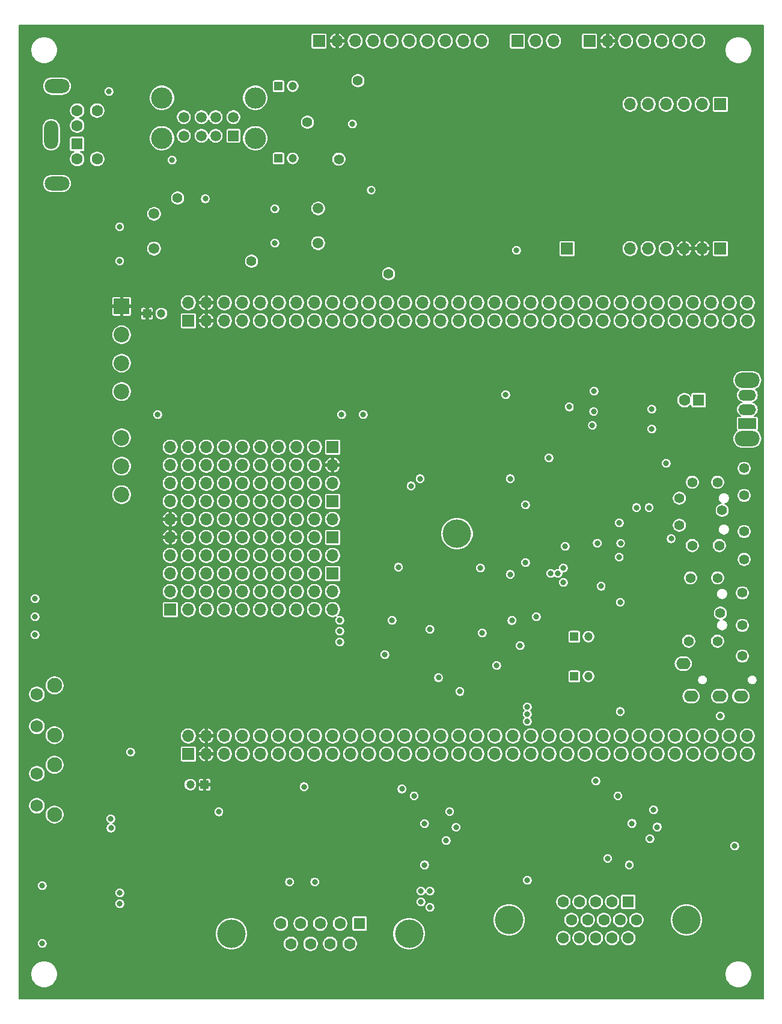
<source format=gbr>
G04 #@! TF.GenerationSoftware,KiCad,Pcbnew,(5.1.6)-1*
G04 #@! TF.CreationDate,2020-10-25T12:14:20+01:00*
G04 #@! TF.ProjectId,FPGC4IOboard,46504743-3449-44f6-926f-6172642e6b69,rev?*
G04 #@! TF.SameCoordinates,Original*
G04 #@! TF.FileFunction,Copper,L3,Inr*
G04 #@! TF.FilePolarity,Positive*
%FSLAX46Y46*%
G04 Gerber Fmt 4.6, Leading zero omitted, Abs format (unit mm)*
G04 Created by KiCad (PCBNEW (5.1.6)-1) date 2020-10-25 12:14:20*
%MOMM*%
%LPD*%
G01*
G04 APERTURE LIST*
G04 #@! TA.AperFunction,ViaPad*
%ADD10R,1.700000X1.700000*%
G04 #@! TD*
G04 #@! TA.AperFunction,ViaPad*
%ADD11O,1.700000X1.700000*%
G04 #@! TD*
G04 #@! TA.AperFunction,ViaPad*
%ADD12C,4.000000*%
G04 #@! TD*
G04 #@! TA.AperFunction,ViaPad*
%ADD13O,2.000000X1.600000*%
G04 #@! TD*
G04 #@! TA.AperFunction,ViaPad*
%ADD14C,2.200000*%
G04 #@! TD*
G04 #@! TA.AperFunction,ViaPad*
%ADD15R,2.200000X2.200000*%
G04 #@! TD*
G04 #@! TA.AperFunction,ViaPad*
%ADD16R,1.600000X1.600000*%
G04 #@! TD*
G04 #@! TA.AperFunction,ViaPad*
%ADD17C,1.600000*%
G04 #@! TD*
G04 #@! TA.AperFunction,ViaPad*
%ADD18R,1.200000X1.200000*%
G04 #@! TD*
G04 #@! TA.AperFunction,ViaPad*
%ADD19C,1.200000*%
G04 #@! TD*
G04 #@! TA.AperFunction,ViaPad*
%ADD20O,3.500000X2.000000*%
G04 #@! TD*
G04 #@! TA.AperFunction,ViaPad*
%ADD21O,2.000000X4.000000*%
G04 #@! TD*
G04 #@! TA.AperFunction,ViaPad*
%ADD22C,1.500000*%
G04 #@! TD*
G04 #@! TA.AperFunction,ViaPad*
%ADD23C,3.000000*%
G04 #@! TD*
G04 #@! TA.AperFunction,ViaPad*
%ADD24R,1.500000X1.500000*%
G04 #@! TD*
G04 #@! TA.AperFunction,ViaPad*
%ADD25C,2.100000*%
G04 #@! TD*
G04 #@! TA.AperFunction,ViaPad*
%ADD26C,1.750000*%
G04 #@! TD*
G04 #@! TA.AperFunction,ViaPad*
%ADD27O,3.500000X2.200000*%
G04 #@! TD*
G04 #@! TA.AperFunction,ViaPad*
%ADD28O,2.500000X1.500000*%
G04 #@! TD*
G04 #@! TA.AperFunction,ViaPad*
%ADD29R,2.500000X1.500000*%
G04 #@! TD*
G04 #@! TA.AperFunction,ViaPad*
%ADD30C,0.800000*%
G04 #@! TD*
G04 #@! TA.AperFunction,ViaPad*
%ADD31C,1.400000*%
G04 #@! TD*
G04 #@! TA.AperFunction,Conductor*
%ADD32C,0.200000*%
G04 #@! TD*
G04 APERTURE END LIST*
D10*
X109220000Y-88900000D03*
D11*
X109220000Y-86360000D03*
X106680000Y-88900000D03*
X106680000Y-86360000D03*
X104140000Y-88900000D03*
X104140000Y-86360000D03*
X101600000Y-88900000D03*
X101600000Y-86360000D03*
X99060000Y-88900000D03*
X99060000Y-86360000D03*
X96520000Y-88900000D03*
X96520000Y-86360000D03*
X93980000Y-88900000D03*
X93980000Y-86360000D03*
X91440000Y-88900000D03*
X91440000Y-86360000D03*
X88900000Y-88900000D03*
X88900000Y-86360000D03*
X86360000Y-88900000D03*
X86360000Y-86360000D03*
D10*
X109220000Y-93980000D03*
D11*
X109220000Y-91440000D03*
X106680000Y-93980000D03*
X106680000Y-91440000D03*
X104140000Y-93980000D03*
X104140000Y-91440000D03*
X101600000Y-93980000D03*
X101600000Y-91440000D03*
X99060000Y-93980000D03*
X99060000Y-91440000D03*
X96520000Y-93980000D03*
X96520000Y-91440000D03*
X93980000Y-93980000D03*
X93980000Y-91440000D03*
X91440000Y-93980000D03*
X91440000Y-91440000D03*
X88900000Y-93980000D03*
X88900000Y-91440000D03*
X86360000Y-93980000D03*
X86360000Y-91440000D03*
D10*
X109220000Y-99060000D03*
D11*
X109220000Y-96520000D03*
X106680000Y-99060000D03*
X106680000Y-96520000D03*
X104140000Y-99060000D03*
X104140000Y-96520000D03*
X101600000Y-99060000D03*
X101600000Y-96520000D03*
X99060000Y-99060000D03*
X99060000Y-96520000D03*
X96520000Y-99060000D03*
X96520000Y-96520000D03*
X93980000Y-99060000D03*
X93980000Y-96520000D03*
X91440000Y-99060000D03*
X91440000Y-96520000D03*
X88900000Y-99060000D03*
X88900000Y-96520000D03*
X86360000Y-99060000D03*
X86360000Y-96520000D03*
D12*
X126748400Y-93472000D03*
D13*
X158626000Y-111746000D03*
X159726000Y-116346000D03*
X166726000Y-116346000D03*
X163726000Y-116346000D03*
D14*
X79502000Y-73468000D03*
X79502000Y-69468000D03*
X79502000Y-65468000D03*
X79502000Y-83968000D03*
X79502000Y-79968000D03*
D15*
X79502000Y-61468000D03*
D14*
X79502000Y-87968000D03*
D16*
X160782000Y-74676000D03*
D17*
X158782000Y-74676000D03*
D18*
X83090000Y-62484000D03*
D19*
X85090000Y-62484000D03*
X89186000Y-128778000D03*
D18*
X91186000Y-128778000D03*
D20*
X70396000Y-30488000D03*
X70396000Y-44188000D03*
D16*
X73246000Y-38638000D03*
D17*
X73246000Y-36038000D03*
X73246000Y-40738000D03*
X73246000Y-33938000D03*
X76046000Y-40738000D03*
X76046000Y-33938000D03*
D21*
X69596000Y-37338000D03*
D22*
X88250000Y-34845000D03*
X90750000Y-34845000D03*
X92750000Y-34845000D03*
X95250000Y-34845000D03*
D23*
X85180000Y-32135000D03*
X98320000Y-32135000D03*
D22*
X88250000Y-37465000D03*
X90750000Y-37465000D03*
X92750000Y-37465000D03*
D24*
X95250000Y-37465000D03*
D23*
X98320000Y-37815000D03*
X85180000Y-37815000D03*
D19*
X103600000Y-40640000D03*
D18*
X101600000Y-40640000D03*
D19*
X103600000Y-30480000D03*
D18*
X101600000Y-30480000D03*
D11*
X109220000Y-101600000D03*
X109220000Y-104140000D03*
X106680000Y-101600000D03*
X106680000Y-104140000D03*
X104140000Y-101600000D03*
X104140000Y-104140000D03*
X101600000Y-101600000D03*
X101600000Y-104140000D03*
X99060000Y-101600000D03*
X99060000Y-104140000D03*
X96520000Y-101600000D03*
X96520000Y-104140000D03*
X93980000Y-101600000D03*
X93980000Y-104140000D03*
X91440000Y-101600000D03*
X91440000Y-104140000D03*
X88900000Y-101600000D03*
X88900000Y-104140000D03*
X86360000Y-101600000D03*
D10*
X86360000Y-104140000D03*
X109220000Y-81280000D03*
D11*
X109220000Y-83820000D03*
X106680000Y-81280000D03*
X106680000Y-83820000D03*
X104140000Y-81280000D03*
X104140000Y-83820000D03*
X101600000Y-81280000D03*
X101600000Y-83820000D03*
X99060000Y-81280000D03*
X99060000Y-83820000D03*
X96520000Y-81280000D03*
X96520000Y-83820000D03*
X93980000Y-81280000D03*
X93980000Y-83820000D03*
X91440000Y-81280000D03*
X91440000Y-83820000D03*
X88900000Y-81280000D03*
X88900000Y-83820000D03*
X86360000Y-81280000D03*
X86360000Y-83820000D03*
D16*
X150876000Y-145288000D03*
D17*
X148586000Y-145288000D03*
X146296000Y-145288000D03*
X144006000Y-145288000D03*
X141716000Y-145288000D03*
X152021000Y-147826800D03*
X149731000Y-147826800D03*
X147441000Y-147826800D03*
X145151000Y-147826800D03*
X142861000Y-147826800D03*
X150876000Y-150365600D03*
X148586000Y-150365600D03*
X146296000Y-150365600D03*
X144006000Y-150365600D03*
X141716000Y-150365600D03*
D12*
X134061000Y-147825600D03*
X159061000Y-147825600D03*
D16*
X113030000Y-148336000D03*
D17*
X110260000Y-148336000D03*
X107490000Y-148336000D03*
X104720000Y-148336000D03*
X101950000Y-148336000D03*
X111645000Y-151176000D03*
X108875000Y-151176000D03*
X106105000Y-151176000D03*
X103335000Y-151176000D03*
D12*
X94990000Y-149756000D03*
X119990000Y-149756000D03*
D11*
X167640000Y-121920000D03*
X167640000Y-124460000D03*
X165100000Y-121920000D03*
X165100000Y-124460000D03*
X162560000Y-121920000D03*
X162560000Y-124460000D03*
X160020000Y-121920000D03*
X160020000Y-124460000D03*
X157480000Y-121920000D03*
X157480000Y-124460000D03*
X154940000Y-121920000D03*
X154940000Y-124460000D03*
X152400000Y-121920000D03*
X152400000Y-124460000D03*
X149860000Y-121920000D03*
X149860000Y-124460000D03*
X147320000Y-121920000D03*
X147320000Y-124460000D03*
X144780000Y-121920000D03*
X144780000Y-124460000D03*
X142240000Y-121920000D03*
X142240000Y-124460000D03*
X139700000Y-121920000D03*
X139700000Y-124460000D03*
X137160000Y-121920000D03*
X137160000Y-124460000D03*
X134620000Y-121920000D03*
X134620000Y-124460000D03*
X132080000Y-121920000D03*
X132080000Y-124460000D03*
X129540000Y-121920000D03*
X129540000Y-124460000D03*
X127000000Y-121920000D03*
X127000000Y-124460000D03*
X124460000Y-121920000D03*
X124460000Y-124460000D03*
X121920000Y-121920000D03*
X121920000Y-124460000D03*
X119380000Y-121920000D03*
X119380000Y-124460000D03*
X116840000Y-121920000D03*
X116840000Y-124460000D03*
X114300000Y-121920000D03*
X114300000Y-124460000D03*
X111760000Y-121920000D03*
X111760000Y-124460000D03*
X109220000Y-121920000D03*
X109220000Y-124460000D03*
X106680000Y-121920000D03*
X106680000Y-124460000D03*
X104140000Y-121920000D03*
X104140000Y-124460000D03*
X101600000Y-121920000D03*
X101600000Y-124460000D03*
X99060000Y-121920000D03*
X99060000Y-124460000D03*
X96520000Y-121920000D03*
X96520000Y-124460000D03*
X93980000Y-121920000D03*
X93980000Y-124460000D03*
X91440000Y-121920000D03*
X91440000Y-124460000D03*
X88900000Y-121920000D03*
D10*
X88900000Y-124460000D03*
X88900000Y-63500000D03*
D11*
X88900000Y-60960000D03*
X91440000Y-63500000D03*
X91440000Y-60960000D03*
X93980000Y-63500000D03*
X93980000Y-60960000D03*
X96520000Y-63500000D03*
X96520000Y-60960000D03*
X99060000Y-63500000D03*
X99060000Y-60960000D03*
X101600000Y-63500000D03*
X101600000Y-60960000D03*
X104140000Y-63500000D03*
X104140000Y-60960000D03*
X106680000Y-63500000D03*
X106680000Y-60960000D03*
X109220000Y-63500000D03*
X109220000Y-60960000D03*
X111760000Y-63500000D03*
X111760000Y-60960000D03*
X114300000Y-63500000D03*
X114300000Y-60960000D03*
X116840000Y-63500000D03*
X116840000Y-60960000D03*
X119380000Y-63500000D03*
X119380000Y-60960000D03*
X121920000Y-63500000D03*
X121920000Y-60960000D03*
X124460000Y-63500000D03*
X124460000Y-60960000D03*
X127000000Y-63500000D03*
X127000000Y-60960000D03*
X129540000Y-63500000D03*
X129540000Y-60960000D03*
X132080000Y-63500000D03*
X132080000Y-60960000D03*
X134620000Y-63500000D03*
X134620000Y-60960000D03*
X137160000Y-63500000D03*
X137160000Y-60960000D03*
X139700000Y-63500000D03*
X139700000Y-60960000D03*
X142240000Y-63500000D03*
X142240000Y-60960000D03*
X144780000Y-63500000D03*
X144780000Y-60960000D03*
X147320000Y-63500000D03*
X147320000Y-60960000D03*
X149860000Y-63500000D03*
X149860000Y-60960000D03*
X152400000Y-63500000D03*
X152400000Y-60960000D03*
X154940000Y-63500000D03*
X154940000Y-60960000D03*
X157480000Y-63500000D03*
X157480000Y-60960000D03*
X160020000Y-63500000D03*
X160020000Y-60960000D03*
X162560000Y-63500000D03*
X162560000Y-60960000D03*
X165100000Y-63500000D03*
X165100000Y-60960000D03*
X167640000Y-63500000D03*
X167640000Y-60960000D03*
D10*
X142240000Y-53340000D03*
D11*
X151130000Y-53340000D03*
X153670000Y-53340000D03*
X156210000Y-53340000D03*
X158750000Y-53340000D03*
X161290000Y-53340000D03*
D10*
X163830000Y-53340000D03*
X163830000Y-33020000D03*
D11*
X161290000Y-33020000D03*
X158750000Y-33020000D03*
X156210000Y-33020000D03*
X153670000Y-33020000D03*
X151130000Y-33020000D03*
D10*
X107315000Y-24130000D03*
D11*
X109855000Y-24130000D03*
X112395000Y-24130000D03*
X114935000Y-24130000D03*
X117475000Y-24130000D03*
X120015000Y-24130000D03*
X122555000Y-24130000D03*
X125095000Y-24130000D03*
X127635000Y-24130000D03*
X130175000Y-24130000D03*
D10*
X135255000Y-24130000D03*
D11*
X137795000Y-24130000D03*
X140335000Y-24130000D03*
D10*
X145415000Y-24130000D03*
D11*
X147955000Y-24130000D03*
X150495000Y-24130000D03*
X153035000Y-24130000D03*
X155575000Y-24130000D03*
X158115000Y-24130000D03*
X160655000Y-24130000D03*
D18*
X143256000Y-107950000D03*
D19*
X145256000Y-107950000D03*
D18*
X143256000Y-113538000D03*
D19*
X145256000Y-113538000D03*
D25*
X70054000Y-114818000D03*
D26*
X67564000Y-116078000D03*
X67564000Y-120578000D03*
D25*
X70054000Y-121828000D03*
X70054000Y-133004000D03*
D26*
X67564000Y-131754000D03*
X67564000Y-127254000D03*
D25*
X70054000Y-125994000D03*
D27*
X167640000Y-71878000D03*
X167640000Y-80078000D03*
D28*
X167640000Y-73978000D03*
X167640000Y-75978000D03*
D29*
X167640000Y-77978000D03*
D22*
X84074000Y-53340000D03*
X84074000Y-48460000D03*
X107188000Y-52578000D03*
X107188000Y-47698000D03*
D30*
X146304000Y-128270000D03*
X151003000Y-140081000D03*
X122174000Y-140081000D03*
X154940000Y-134747000D03*
X154432000Y-132334000D03*
X151384000Y-134239000D03*
X165862000Y-137414000D03*
X136652000Y-142240000D03*
X118981000Y-129395000D03*
X120707000Y-130359000D03*
X125222000Y-136652000D03*
X126594500Y-134771500D03*
X122174000Y-134271500D03*
X125710000Y-132568000D03*
D31*
X167188000Y-88082000D03*
X163698000Y-95128000D03*
X159888000Y-95128000D03*
X163454000Y-86228000D03*
X167188000Y-97084000D03*
X167188000Y-93162000D03*
X167188000Y-84272000D03*
X159898000Y-86228000D03*
X164084000Y-90170000D03*
D30*
X106698000Y-142476000D03*
X103142000Y-142476000D03*
D31*
X105664000Y-35560000D03*
D30*
X86614000Y-40894000D03*
D31*
X97790000Y-55118000D03*
D30*
X91287000Y-46329000D03*
D31*
X117094000Y-56896000D03*
D30*
X79230000Y-55100000D03*
X79230000Y-50274000D03*
X101092000Y-52578000D03*
X101092000Y-47752000D03*
D31*
X110105000Y-40763000D03*
D30*
X112014000Y-35814000D03*
D31*
X87376000Y-46228000D03*
D30*
X147973000Y-139174000D03*
X114655000Y-45111000D03*
X67310000Y-107696000D03*
X67310000Y-105156000D03*
X67310000Y-102616000D03*
D31*
X166934000Y-101798000D03*
X163454000Y-99690000D03*
X159644000Y-99690000D03*
X159380000Y-108590000D03*
X163444000Y-108590000D03*
X166934000Y-106370000D03*
X166934000Y-110688000D03*
X163830000Y-104648000D03*
D30*
X156901000Y-94163000D03*
X149606000Y-91948000D03*
X141986000Y-95250000D03*
X147048000Y-100856000D03*
X149733000Y-103124000D03*
X149733000Y-118491000D03*
X134239000Y-85725000D03*
X134239000Y-99187000D03*
X149789000Y-94813000D03*
X149595000Y-96763000D03*
X134475000Y-105682000D03*
X124135000Y-113721000D03*
X116586000Y-110490000D03*
X122927000Y-106925000D03*
X130302000Y-107442000D03*
X137922000Y-105156000D03*
X132334000Y-112014000D03*
X135636000Y-109220000D03*
X117602000Y-105664000D03*
X118491000Y-98171000D03*
X156210000Y-83566000D03*
X154178000Y-75946000D03*
X142565000Y-75621000D03*
X154178000Y-78740000D03*
X145807000Y-78221000D03*
X145979000Y-76271000D03*
X146050000Y-73406000D03*
X133604000Y-73914000D03*
X93200000Y-132606000D03*
X105200000Y-129076000D03*
X149409000Y-130359000D03*
X77724000Y-31242000D03*
X136398000Y-97536000D03*
X127153000Y-115671000D03*
X153924000Y-136398000D03*
X146304000Y-132842000D03*
X117348000Y-132842000D03*
X125476000Y-141478000D03*
X165862000Y-134874000D03*
X163830000Y-140208000D03*
X163576000Y-142748000D03*
X136652000Y-139700000D03*
X129540000Y-149860000D03*
X124460000Y-149860000D03*
X128034000Y-153942000D03*
X144272000Y-46228000D03*
X133858000Y-46228000D03*
X88687000Y-46269000D03*
D31*
X118364000Y-51308000D03*
D30*
X110481000Y-55889000D03*
D31*
X95740000Y-49294000D03*
D30*
X112055000Y-44917000D03*
X73914000Y-116586000D03*
X73914000Y-128016000D03*
X71850000Y-53816000D03*
X77184000Y-53816000D03*
X70086000Y-58692000D03*
X71900000Y-58692000D03*
X141732000Y-90932000D03*
X141732000Y-88392000D03*
D31*
X137160000Y-102362000D03*
D30*
X115316000Y-110490000D03*
X137668000Y-111506000D03*
X154432000Y-87376000D03*
X138684000Y-72644000D03*
X135382000Y-69596000D03*
X135364000Y-77960000D03*
X95250000Y-132588000D03*
X82550000Y-105156000D03*
X80754000Y-99296000D03*
X80763000Y-111007000D03*
X154178000Y-141478000D03*
X146494500Y-94805500D03*
D31*
X112776000Y-29718000D03*
D30*
X141732000Y-98298000D03*
X130048000Y-98298000D03*
X110236000Y-107188000D03*
X77978000Y-133604000D03*
X110236000Y-105664000D03*
X68326000Y-143002000D03*
X122936000Y-143764000D03*
X122936000Y-146050000D03*
X121666000Y-145288000D03*
X121666000Y-143764000D03*
X136398000Y-89408000D03*
X139700000Y-82804000D03*
X110236000Y-108712000D03*
X77996000Y-134892000D03*
X79248000Y-145542000D03*
X141732000Y-100330000D03*
X136652000Y-119888000D03*
X140970000Y-99060000D03*
X136652000Y-118872000D03*
X79248000Y-144018000D03*
X68326000Y-151130000D03*
X139954000Y-99060000D03*
X136652000Y-117856000D03*
X80772000Y-124206000D03*
X84582000Y-76708000D03*
X110490000Y-76708000D03*
X113538000Y-76708000D03*
X135128000Y-53594000D03*
D31*
X158064000Y-92278000D03*
X158064000Y-88468000D03*
D30*
X153797000Y-89789000D03*
X152019000Y-89789000D03*
X121539000Y-85725000D03*
X120269000Y-86741000D03*
X163830000Y-119126000D03*
D32*
G36*
X169855001Y-158933000D02*
G01*
X65095000Y-158933000D01*
X65095000Y-155260866D01*
X66680000Y-155260866D01*
X66680000Y-155635134D01*
X66753016Y-156002209D01*
X66896242Y-156347987D01*
X67104174Y-156659179D01*
X67368821Y-156923826D01*
X67680013Y-157131758D01*
X68025791Y-157274984D01*
X68392866Y-157348000D01*
X68767134Y-157348000D01*
X69134209Y-157274984D01*
X69479987Y-157131758D01*
X69791179Y-156923826D01*
X70055826Y-156659179D01*
X70263758Y-156347987D01*
X70406984Y-156002209D01*
X70480000Y-155635134D01*
X70480000Y-155260866D01*
X164470000Y-155260866D01*
X164470000Y-155635134D01*
X164543016Y-156002209D01*
X164686242Y-156347987D01*
X164894174Y-156659179D01*
X165158821Y-156923826D01*
X165470013Y-157131758D01*
X165815791Y-157274984D01*
X166182866Y-157348000D01*
X166557134Y-157348000D01*
X166924209Y-157274984D01*
X167269987Y-157131758D01*
X167581179Y-156923826D01*
X167845826Y-156659179D01*
X168053758Y-156347987D01*
X168196984Y-156002209D01*
X168270000Y-155635134D01*
X168270000Y-155260866D01*
X168196984Y-154893791D01*
X168053758Y-154548013D01*
X167845826Y-154236821D01*
X167581179Y-153972174D01*
X167269987Y-153764242D01*
X166924209Y-153621016D01*
X166557134Y-153548000D01*
X166182866Y-153548000D01*
X165815791Y-153621016D01*
X165470013Y-153764242D01*
X165158821Y-153972174D01*
X164894174Y-154236821D01*
X164686242Y-154548013D01*
X164543016Y-154893791D01*
X164470000Y-155260866D01*
X70480000Y-155260866D01*
X70406984Y-154893791D01*
X70263758Y-154548013D01*
X70055826Y-154236821D01*
X69791179Y-153972174D01*
X69479987Y-153764242D01*
X69134209Y-153621016D01*
X68767134Y-153548000D01*
X68392866Y-153548000D01*
X68025791Y-153621016D01*
X67680013Y-153764242D01*
X67368821Y-153972174D01*
X67104174Y-154236821D01*
X66896242Y-154548013D01*
X66753016Y-154893791D01*
X66680000Y-155260866D01*
X65095000Y-155260866D01*
X65095000Y-151061056D01*
X67626000Y-151061056D01*
X67626000Y-151198944D01*
X67652901Y-151334182D01*
X67705668Y-151461574D01*
X67782274Y-151576224D01*
X67879776Y-151673726D01*
X67994426Y-151750332D01*
X68121818Y-151803099D01*
X68257056Y-151830000D01*
X68394944Y-151830000D01*
X68530182Y-151803099D01*
X68657574Y-151750332D01*
X68772224Y-151673726D01*
X68869726Y-151576224D01*
X68946332Y-151461574D01*
X68999099Y-151334182D01*
X69026000Y-151198944D01*
X69026000Y-151061056D01*
X68999099Y-150925818D01*
X68946332Y-150798426D01*
X68869726Y-150683776D01*
X68772224Y-150586274D01*
X68657574Y-150509668D01*
X68530182Y-150456901D01*
X68394944Y-150430000D01*
X68257056Y-150430000D01*
X68121818Y-150456901D01*
X67994426Y-150509668D01*
X67879776Y-150586274D01*
X67782274Y-150683776D01*
X67705668Y-150798426D01*
X67652901Y-150925818D01*
X67626000Y-151061056D01*
X65095000Y-151061056D01*
X65095000Y-149529470D01*
X92690000Y-149529470D01*
X92690000Y-149982530D01*
X92778387Y-150426885D01*
X92951766Y-150845459D01*
X93203473Y-151222165D01*
X93523835Y-151542527D01*
X93900541Y-151794234D01*
X94319115Y-151967613D01*
X94763470Y-152056000D01*
X95216530Y-152056000D01*
X95660885Y-151967613D01*
X96079459Y-151794234D01*
X96456165Y-151542527D01*
X96776527Y-151222165D01*
X96879764Y-151067659D01*
X102235000Y-151067659D01*
X102235000Y-151284341D01*
X102277273Y-151496858D01*
X102360193Y-151697045D01*
X102480575Y-151877209D01*
X102633791Y-152030425D01*
X102813955Y-152150807D01*
X103014142Y-152233727D01*
X103226659Y-152276000D01*
X103443341Y-152276000D01*
X103655858Y-152233727D01*
X103856045Y-152150807D01*
X104036209Y-152030425D01*
X104189425Y-151877209D01*
X104309807Y-151697045D01*
X104392727Y-151496858D01*
X104435000Y-151284341D01*
X104435000Y-151067659D01*
X105005000Y-151067659D01*
X105005000Y-151284341D01*
X105047273Y-151496858D01*
X105130193Y-151697045D01*
X105250575Y-151877209D01*
X105403791Y-152030425D01*
X105583955Y-152150807D01*
X105784142Y-152233727D01*
X105996659Y-152276000D01*
X106213341Y-152276000D01*
X106425858Y-152233727D01*
X106626045Y-152150807D01*
X106806209Y-152030425D01*
X106959425Y-151877209D01*
X107079807Y-151697045D01*
X107162727Y-151496858D01*
X107205000Y-151284341D01*
X107205000Y-151067659D01*
X107775000Y-151067659D01*
X107775000Y-151284341D01*
X107817273Y-151496858D01*
X107900193Y-151697045D01*
X108020575Y-151877209D01*
X108173791Y-152030425D01*
X108353955Y-152150807D01*
X108554142Y-152233727D01*
X108766659Y-152276000D01*
X108983341Y-152276000D01*
X109195858Y-152233727D01*
X109396045Y-152150807D01*
X109576209Y-152030425D01*
X109729425Y-151877209D01*
X109849807Y-151697045D01*
X109932727Y-151496858D01*
X109975000Y-151284341D01*
X109975000Y-151067659D01*
X110545000Y-151067659D01*
X110545000Y-151284341D01*
X110587273Y-151496858D01*
X110670193Y-151697045D01*
X110790575Y-151877209D01*
X110943791Y-152030425D01*
X111123955Y-152150807D01*
X111324142Y-152233727D01*
X111536659Y-152276000D01*
X111753341Y-152276000D01*
X111965858Y-152233727D01*
X112166045Y-152150807D01*
X112346209Y-152030425D01*
X112499425Y-151877209D01*
X112619807Y-151697045D01*
X112702727Y-151496858D01*
X112745000Y-151284341D01*
X112745000Y-151067659D01*
X112702727Y-150855142D01*
X112619807Y-150654955D01*
X112499425Y-150474791D01*
X112346209Y-150321575D01*
X112166045Y-150201193D01*
X111965858Y-150118273D01*
X111753341Y-150076000D01*
X111536659Y-150076000D01*
X111324142Y-150118273D01*
X111123955Y-150201193D01*
X110943791Y-150321575D01*
X110790575Y-150474791D01*
X110670193Y-150654955D01*
X110587273Y-150855142D01*
X110545000Y-151067659D01*
X109975000Y-151067659D01*
X109932727Y-150855142D01*
X109849807Y-150654955D01*
X109729425Y-150474791D01*
X109576209Y-150321575D01*
X109396045Y-150201193D01*
X109195858Y-150118273D01*
X108983341Y-150076000D01*
X108766659Y-150076000D01*
X108554142Y-150118273D01*
X108353955Y-150201193D01*
X108173791Y-150321575D01*
X108020575Y-150474791D01*
X107900193Y-150654955D01*
X107817273Y-150855142D01*
X107775000Y-151067659D01*
X107205000Y-151067659D01*
X107162727Y-150855142D01*
X107079807Y-150654955D01*
X106959425Y-150474791D01*
X106806209Y-150321575D01*
X106626045Y-150201193D01*
X106425858Y-150118273D01*
X106213341Y-150076000D01*
X105996659Y-150076000D01*
X105784142Y-150118273D01*
X105583955Y-150201193D01*
X105403791Y-150321575D01*
X105250575Y-150474791D01*
X105130193Y-150654955D01*
X105047273Y-150855142D01*
X105005000Y-151067659D01*
X104435000Y-151067659D01*
X104392727Y-150855142D01*
X104309807Y-150654955D01*
X104189425Y-150474791D01*
X104036209Y-150321575D01*
X103856045Y-150201193D01*
X103655858Y-150118273D01*
X103443341Y-150076000D01*
X103226659Y-150076000D01*
X103014142Y-150118273D01*
X102813955Y-150201193D01*
X102633791Y-150321575D01*
X102480575Y-150474791D01*
X102360193Y-150654955D01*
X102277273Y-150855142D01*
X102235000Y-151067659D01*
X96879764Y-151067659D01*
X97028234Y-150845459D01*
X97201613Y-150426885D01*
X97290000Y-149982530D01*
X97290000Y-149529470D01*
X117690000Y-149529470D01*
X117690000Y-149982530D01*
X117778387Y-150426885D01*
X117951766Y-150845459D01*
X118203473Y-151222165D01*
X118523835Y-151542527D01*
X118900541Y-151794234D01*
X119319115Y-151967613D01*
X119763470Y-152056000D01*
X120216530Y-152056000D01*
X120660885Y-151967613D01*
X121079459Y-151794234D01*
X121456165Y-151542527D01*
X121776527Y-151222165D01*
X122028234Y-150845459D01*
X122201613Y-150426885D01*
X122235353Y-150257259D01*
X140616000Y-150257259D01*
X140616000Y-150473941D01*
X140658273Y-150686458D01*
X140741193Y-150886645D01*
X140861575Y-151066809D01*
X141014791Y-151220025D01*
X141194955Y-151340407D01*
X141395142Y-151423327D01*
X141607659Y-151465600D01*
X141824341Y-151465600D01*
X142036858Y-151423327D01*
X142237045Y-151340407D01*
X142417209Y-151220025D01*
X142570425Y-151066809D01*
X142690807Y-150886645D01*
X142773727Y-150686458D01*
X142816000Y-150473941D01*
X142816000Y-150257259D01*
X142906000Y-150257259D01*
X142906000Y-150473941D01*
X142948273Y-150686458D01*
X143031193Y-150886645D01*
X143151575Y-151066809D01*
X143304791Y-151220025D01*
X143484955Y-151340407D01*
X143685142Y-151423327D01*
X143897659Y-151465600D01*
X144114341Y-151465600D01*
X144326858Y-151423327D01*
X144527045Y-151340407D01*
X144707209Y-151220025D01*
X144860425Y-151066809D01*
X144980807Y-150886645D01*
X145063727Y-150686458D01*
X145106000Y-150473941D01*
X145106000Y-150257259D01*
X145196000Y-150257259D01*
X145196000Y-150473941D01*
X145238273Y-150686458D01*
X145321193Y-150886645D01*
X145441575Y-151066809D01*
X145594791Y-151220025D01*
X145774955Y-151340407D01*
X145975142Y-151423327D01*
X146187659Y-151465600D01*
X146404341Y-151465600D01*
X146616858Y-151423327D01*
X146817045Y-151340407D01*
X146997209Y-151220025D01*
X147150425Y-151066809D01*
X147270807Y-150886645D01*
X147353727Y-150686458D01*
X147396000Y-150473941D01*
X147396000Y-150257259D01*
X147486000Y-150257259D01*
X147486000Y-150473941D01*
X147528273Y-150686458D01*
X147611193Y-150886645D01*
X147731575Y-151066809D01*
X147884791Y-151220025D01*
X148064955Y-151340407D01*
X148265142Y-151423327D01*
X148477659Y-151465600D01*
X148694341Y-151465600D01*
X148906858Y-151423327D01*
X149107045Y-151340407D01*
X149287209Y-151220025D01*
X149440425Y-151066809D01*
X149560807Y-150886645D01*
X149643727Y-150686458D01*
X149686000Y-150473941D01*
X149686000Y-150257259D01*
X149776000Y-150257259D01*
X149776000Y-150473941D01*
X149818273Y-150686458D01*
X149901193Y-150886645D01*
X150021575Y-151066809D01*
X150174791Y-151220025D01*
X150354955Y-151340407D01*
X150555142Y-151423327D01*
X150767659Y-151465600D01*
X150984341Y-151465600D01*
X151196858Y-151423327D01*
X151397045Y-151340407D01*
X151577209Y-151220025D01*
X151730425Y-151066809D01*
X151850807Y-150886645D01*
X151933727Y-150686458D01*
X151976000Y-150473941D01*
X151976000Y-150257259D01*
X151933727Y-150044742D01*
X151850807Y-149844555D01*
X151730425Y-149664391D01*
X151577209Y-149511175D01*
X151397045Y-149390793D01*
X151196858Y-149307873D01*
X150984341Y-149265600D01*
X150767659Y-149265600D01*
X150555142Y-149307873D01*
X150354955Y-149390793D01*
X150174791Y-149511175D01*
X150021575Y-149664391D01*
X149901193Y-149844555D01*
X149818273Y-150044742D01*
X149776000Y-150257259D01*
X149686000Y-150257259D01*
X149643727Y-150044742D01*
X149560807Y-149844555D01*
X149440425Y-149664391D01*
X149287209Y-149511175D01*
X149107045Y-149390793D01*
X148906858Y-149307873D01*
X148694341Y-149265600D01*
X148477659Y-149265600D01*
X148265142Y-149307873D01*
X148064955Y-149390793D01*
X147884791Y-149511175D01*
X147731575Y-149664391D01*
X147611193Y-149844555D01*
X147528273Y-150044742D01*
X147486000Y-150257259D01*
X147396000Y-150257259D01*
X147353727Y-150044742D01*
X147270807Y-149844555D01*
X147150425Y-149664391D01*
X146997209Y-149511175D01*
X146817045Y-149390793D01*
X146616858Y-149307873D01*
X146404341Y-149265600D01*
X146187659Y-149265600D01*
X145975142Y-149307873D01*
X145774955Y-149390793D01*
X145594791Y-149511175D01*
X145441575Y-149664391D01*
X145321193Y-149844555D01*
X145238273Y-150044742D01*
X145196000Y-150257259D01*
X145106000Y-150257259D01*
X145063727Y-150044742D01*
X144980807Y-149844555D01*
X144860425Y-149664391D01*
X144707209Y-149511175D01*
X144527045Y-149390793D01*
X144326858Y-149307873D01*
X144114341Y-149265600D01*
X143897659Y-149265600D01*
X143685142Y-149307873D01*
X143484955Y-149390793D01*
X143304791Y-149511175D01*
X143151575Y-149664391D01*
X143031193Y-149844555D01*
X142948273Y-150044742D01*
X142906000Y-150257259D01*
X142816000Y-150257259D01*
X142773727Y-150044742D01*
X142690807Y-149844555D01*
X142570425Y-149664391D01*
X142417209Y-149511175D01*
X142237045Y-149390793D01*
X142036858Y-149307873D01*
X141824341Y-149265600D01*
X141607659Y-149265600D01*
X141395142Y-149307873D01*
X141194955Y-149390793D01*
X141014791Y-149511175D01*
X140861575Y-149664391D01*
X140741193Y-149844555D01*
X140658273Y-150044742D01*
X140616000Y-150257259D01*
X122235353Y-150257259D01*
X122290000Y-149982530D01*
X122290000Y-149529470D01*
X122201613Y-149085115D01*
X122028234Y-148666541D01*
X121776527Y-148289835D01*
X121456165Y-147969473D01*
X121079459Y-147717766D01*
X120792902Y-147599070D01*
X131761000Y-147599070D01*
X131761000Y-148052130D01*
X131849387Y-148496485D01*
X132022766Y-148915059D01*
X132274473Y-149291765D01*
X132594835Y-149612127D01*
X132971541Y-149863834D01*
X133390115Y-150037213D01*
X133834470Y-150125600D01*
X134287530Y-150125600D01*
X134731885Y-150037213D01*
X135150459Y-149863834D01*
X135527165Y-149612127D01*
X135847527Y-149291765D01*
X136099234Y-148915059D01*
X136272613Y-148496485D01*
X136361000Y-148052130D01*
X136361000Y-147718459D01*
X141761000Y-147718459D01*
X141761000Y-147935141D01*
X141803273Y-148147658D01*
X141886193Y-148347845D01*
X142006575Y-148528009D01*
X142159791Y-148681225D01*
X142339955Y-148801607D01*
X142540142Y-148884527D01*
X142752659Y-148926800D01*
X142969341Y-148926800D01*
X143181858Y-148884527D01*
X143382045Y-148801607D01*
X143562209Y-148681225D01*
X143715425Y-148528009D01*
X143835807Y-148347845D01*
X143918727Y-148147658D01*
X143961000Y-147935141D01*
X143961000Y-147718459D01*
X144051000Y-147718459D01*
X144051000Y-147935141D01*
X144093273Y-148147658D01*
X144176193Y-148347845D01*
X144296575Y-148528009D01*
X144449791Y-148681225D01*
X144629955Y-148801607D01*
X144830142Y-148884527D01*
X145042659Y-148926800D01*
X145259341Y-148926800D01*
X145471858Y-148884527D01*
X145672045Y-148801607D01*
X145852209Y-148681225D01*
X146005425Y-148528009D01*
X146125807Y-148347845D01*
X146208727Y-148147658D01*
X146251000Y-147935141D01*
X146251000Y-147718459D01*
X146341000Y-147718459D01*
X146341000Y-147935141D01*
X146383273Y-148147658D01*
X146466193Y-148347845D01*
X146586575Y-148528009D01*
X146739791Y-148681225D01*
X146919955Y-148801607D01*
X147120142Y-148884527D01*
X147332659Y-148926800D01*
X147549341Y-148926800D01*
X147761858Y-148884527D01*
X147962045Y-148801607D01*
X148142209Y-148681225D01*
X148295425Y-148528009D01*
X148415807Y-148347845D01*
X148498727Y-148147658D01*
X148541000Y-147935141D01*
X148541000Y-147718459D01*
X148631000Y-147718459D01*
X148631000Y-147935141D01*
X148673273Y-148147658D01*
X148756193Y-148347845D01*
X148876575Y-148528009D01*
X149029791Y-148681225D01*
X149209955Y-148801607D01*
X149410142Y-148884527D01*
X149622659Y-148926800D01*
X149839341Y-148926800D01*
X150051858Y-148884527D01*
X150252045Y-148801607D01*
X150432209Y-148681225D01*
X150585425Y-148528009D01*
X150705807Y-148347845D01*
X150788727Y-148147658D01*
X150831000Y-147935141D01*
X150831000Y-147718459D01*
X150921000Y-147718459D01*
X150921000Y-147935141D01*
X150963273Y-148147658D01*
X151046193Y-148347845D01*
X151166575Y-148528009D01*
X151319791Y-148681225D01*
X151499955Y-148801607D01*
X151700142Y-148884527D01*
X151912659Y-148926800D01*
X152129341Y-148926800D01*
X152341858Y-148884527D01*
X152542045Y-148801607D01*
X152722209Y-148681225D01*
X152875425Y-148528009D01*
X152995807Y-148347845D01*
X153078727Y-148147658D01*
X153121000Y-147935141D01*
X153121000Y-147718459D01*
X153097252Y-147599070D01*
X156761000Y-147599070D01*
X156761000Y-148052130D01*
X156849387Y-148496485D01*
X157022766Y-148915059D01*
X157274473Y-149291765D01*
X157594835Y-149612127D01*
X157971541Y-149863834D01*
X158390115Y-150037213D01*
X158834470Y-150125600D01*
X159287530Y-150125600D01*
X159731885Y-150037213D01*
X160150459Y-149863834D01*
X160527165Y-149612127D01*
X160847527Y-149291765D01*
X161099234Y-148915059D01*
X161272613Y-148496485D01*
X161361000Y-148052130D01*
X161361000Y-147599070D01*
X161272613Y-147154715D01*
X161099234Y-146736141D01*
X160847527Y-146359435D01*
X160527165Y-146039073D01*
X160150459Y-145787366D01*
X159731885Y-145613987D01*
X159287530Y-145525600D01*
X158834470Y-145525600D01*
X158390115Y-145613987D01*
X157971541Y-145787366D01*
X157594835Y-146039073D01*
X157274473Y-146359435D01*
X157022766Y-146736141D01*
X156849387Y-147154715D01*
X156761000Y-147599070D01*
X153097252Y-147599070D01*
X153078727Y-147505942D01*
X152995807Y-147305755D01*
X152875425Y-147125591D01*
X152722209Y-146972375D01*
X152542045Y-146851993D01*
X152341858Y-146769073D01*
X152129341Y-146726800D01*
X151912659Y-146726800D01*
X151700142Y-146769073D01*
X151499955Y-146851993D01*
X151319791Y-146972375D01*
X151166575Y-147125591D01*
X151046193Y-147305755D01*
X150963273Y-147505942D01*
X150921000Y-147718459D01*
X150831000Y-147718459D01*
X150788727Y-147505942D01*
X150705807Y-147305755D01*
X150585425Y-147125591D01*
X150432209Y-146972375D01*
X150252045Y-146851993D01*
X150051858Y-146769073D01*
X149839341Y-146726800D01*
X149622659Y-146726800D01*
X149410142Y-146769073D01*
X149209955Y-146851993D01*
X149029791Y-146972375D01*
X148876575Y-147125591D01*
X148756193Y-147305755D01*
X148673273Y-147505942D01*
X148631000Y-147718459D01*
X148541000Y-147718459D01*
X148498727Y-147505942D01*
X148415807Y-147305755D01*
X148295425Y-147125591D01*
X148142209Y-146972375D01*
X147962045Y-146851993D01*
X147761858Y-146769073D01*
X147549341Y-146726800D01*
X147332659Y-146726800D01*
X147120142Y-146769073D01*
X146919955Y-146851993D01*
X146739791Y-146972375D01*
X146586575Y-147125591D01*
X146466193Y-147305755D01*
X146383273Y-147505942D01*
X146341000Y-147718459D01*
X146251000Y-147718459D01*
X146208727Y-147505942D01*
X146125807Y-147305755D01*
X146005425Y-147125591D01*
X145852209Y-146972375D01*
X145672045Y-146851993D01*
X145471858Y-146769073D01*
X145259341Y-146726800D01*
X145042659Y-146726800D01*
X144830142Y-146769073D01*
X144629955Y-146851993D01*
X144449791Y-146972375D01*
X144296575Y-147125591D01*
X144176193Y-147305755D01*
X144093273Y-147505942D01*
X144051000Y-147718459D01*
X143961000Y-147718459D01*
X143918727Y-147505942D01*
X143835807Y-147305755D01*
X143715425Y-147125591D01*
X143562209Y-146972375D01*
X143382045Y-146851993D01*
X143181858Y-146769073D01*
X142969341Y-146726800D01*
X142752659Y-146726800D01*
X142540142Y-146769073D01*
X142339955Y-146851993D01*
X142159791Y-146972375D01*
X142006575Y-147125591D01*
X141886193Y-147305755D01*
X141803273Y-147505942D01*
X141761000Y-147718459D01*
X136361000Y-147718459D01*
X136361000Y-147599070D01*
X136272613Y-147154715D01*
X136099234Y-146736141D01*
X135847527Y-146359435D01*
X135527165Y-146039073D01*
X135150459Y-145787366D01*
X134731885Y-145613987D01*
X134287530Y-145525600D01*
X133834470Y-145525600D01*
X133390115Y-145613987D01*
X132971541Y-145787366D01*
X132594835Y-146039073D01*
X132274473Y-146359435D01*
X132022766Y-146736141D01*
X131849387Y-147154715D01*
X131761000Y-147599070D01*
X120792902Y-147599070D01*
X120660885Y-147544387D01*
X120216530Y-147456000D01*
X119763470Y-147456000D01*
X119319115Y-147544387D01*
X118900541Y-147717766D01*
X118523835Y-147969473D01*
X118203473Y-148289835D01*
X117951766Y-148666541D01*
X117778387Y-149085115D01*
X117690000Y-149529470D01*
X97290000Y-149529470D01*
X97201613Y-149085115D01*
X97028234Y-148666541D01*
X96776527Y-148289835D01*
X96714351Y-148227659D01*
X100850000Y-148227659D01*
X100850000Y-148444341D01*
X100892273Y-148656858D01*
X100975193Y-148857045D01*
X101095575Y-149037209D01*
X101248791Y-149190425D01*
X101428955Y-149310807D01*
X101629142Y-149393727D01*
X101841659Y-149436000D01*
X102058341Y-149436000D01*
X102270858Y-149393727D01*
X102471045Y-149310807D01*
X102651209Y-149190425D01*
X102804425Y-149037209D01*
X102924807Y-148857045D01*
X103007727Y-148656858D01*
X103050000Y-148444341D01*
X103050000Y-148227659D01*
X103620000Y-148227659D01*
X103620000Y-148444341D01*
X103662273Y-148656858D01*
X103745193Y-148857045D01*
X103865575Y-149037209D01*
X104018791Y-149190425D01*
X104198955Y-149310807D01*
X104399142Y-149393727D01*
X104611659Y-149436000D01*
X104828341Y-149436000D01*
X105040858Y-149393727D01*
X105241045Y-149310807D01*
X105421209Y-149190425D01*
X105574425Y-149037209D01*
X105694807Y-148857045D01*
X105777727Y-148656858D01*
X105820000Y-148444341D01*
X105820000Y-148227659D01*
X106390000Y-148227659D01*
X106390000Y-148444341D01*
X106432273Y-148656858D01*
X106515193Y-148857045D01*
X106635575Y-149037209D01*
X106788791Y-149190425D01*
X106968955Y-149310807D01*
X107169142Y-149393727D01*
X107381659Y-149436000D01*
X107598341Y-149436000D01*
X107810858Y-149393727D01*
X108011045Y-149310807D01*
X108191209Y-149190425D01*
X108344425Y-149037209D01*
X108464807Y-148857045D01*
X108547727Y-148656858D01*
X108590000Y-148444341D01*
X108590000Y-148227659D01*
X109160000Y-148227659D01*
X109160000Y-148444341D01*
X109202273Y-148656858D01*
X109285193Y-148857045D01*
X109405575Y-149037209D01*
X109558791Y-149190425D01*
X109738955Y-149310807D01*
X109939142Y-149393727D01*
X110151659Y-149436000D01*
X110368341Y-149436000D01*
X110580858Y-149393727D01*
X110781045Y-149310807D01*
X110961209Y-149190425D01*
X111114425Y-149037209D01*
X111234807Y-148857045D01*
X111317727Y-148656858D01*
X111360000Y-148444341D01*
X111360000Y-148227659D01*
X111317727Y-148015142D01*
X111234807Y-147814955D01*
X111114425Y-147634791D01*
X111015634Y-147536000D01*
X111928549Y-147536000D01*
X111928549Y-149136000D01*
X111934341Y-149194810D01*
X111951496Y-149251360D01*
X111979353Y-149303477D01*
X112016842Y-149349158D01*
X112062523Y-149386647D01*
X112114640Y-149414504D01*
X112171190Y-149431659D01*
X112230000Y-149437451D01*
X113830000Y-149437451D01*
X113888810Y-149431659D01*
X113945360Y-149414504D01*
X113997477Y-149386647D01*
X114043158Y-149349158D01*
X114080647Y-149303477D01*
X114108504Y-149251360D01*
X114125659Y-149194810D01*
X114131451Y-149136000D01*
X114131451Y-147536000D01*
X114125659Y-147477190D01*
X114108504Y-147420640D01*
X114080647Y-147368523D01*
X114043158Y-147322842D01*
X113997477Y-147285353D01*
X113945360Y-147257496D01*
X113888810Y-147240341D01*
X113830000Y-147234549D01*
X112230000Y-147234549D01*
X112171190Y-147240341D01*
X112114640Y-147257496D01*
X112062523Y-147285353D01*
X112016842Y-147322842D01*
X111979353Y-147368523D01*
X111951496Y-147420640D01*
X111934341Y-147477190D01*
X111928549Y-147536000D01*
X111015634Y-147536000D01*
X110961209Y-147481575D01*
X110781045Y-147361193D01*
X110580858Y-147278273D01*
X110368341Y-147236000D01*
X110151659Y-147236000D01*
X109939142Y-147278273D01*
X109738955Y-147361193D01*
X109558791Y-147481575D01*
X109405575Y-147634791D01*
X109285193Y-147814955D01*
X109202273Y-148015142D01*
X109160000Y-148227659D01*
X108590000Y-148227659D01*
X108547727Y-148015142D01*
X108464807Y-147814955D01*
X108344425Y-147634791D01*
X108191209Y-147481575D01*
X108011045Y-147361193D01*
X107810858Y-147278273D01*
X107598341Y-147236000D01*
X107381659Y-147236000D01*
X107169142Y-147278273D01*
X106968955Y-147361193D01*
X106788791Y-147481575D01*
X106635575Y-147634791D01*
X106515193Y-147814955D01*
X106432273Y-148015142D01*
X106390000Y-148227659D01*
X105820000Y-148227659D01*
X105777727Y-148015142D01*
X105694807Y-147814955D01*
X105574425Y-147634791D01*
X105421209Y-147481575D01*
X105241045Y-147361193D01*
X105040858Y-147278273D01*
X104828341Y-147236000D01*
X104611659Y-147236000D01*
X104399142Y-147278273D01*
X104198955Y-147361193D01*
X104018791Y-147481575D01*
X103865575Y-147634791D01*
X103745193Y-147814955D01*
X103662273Y-148015142D01*
X103620000Y-148227659D01*
X103050000Y-148227659D01*
X103007727Y-148015142D01*
X102924807Y-147814955D01*
X102804425Y-147634791D01*
X102651209Y-147481575D01*
X102471045Y-147361193D01*
X102270858Y-147278273D01*
X102058341Y-147236000D01*
X101841659Y-147236000D01*
X101629142Y-147278273D01*
X101428955Y-147361193D01*
X101248791Y-147481575D01*
X101095575Y-147634791D01*
X100975193Y-147814955D01*
X100892273Y-148015142D01*
X100850000Y-148227659D01*
X96714351Y-148227659D01*
X96456165Y-147969473D01*
X96079459Y-147717766D01*
X95660885Y-147544387D01*
X95216530Y-147456000D01*
X94763470Y-147456000D01*
X94319115Y-147544387D01*
X93900541Y-147717766D01*
X93523835Y-147969473D01*
X93203473Y-148289835D01*
X92951766Y-148666541D01*
X92778387Y-149085115D01*
X92690000Y-149529470D01*
X65095000Y-149529470D01*
X65095000Y-145473056D01*
X78548000Y-145473056D01*
X78548000Y-145610944D01*
X78574901Y-145746182D01*
X78627668Y-145873574D01*
X78704274Y-145988224D01*
X78801776Y-146085726D01*
X78916426Y-146162332D01*
X79043818Y-146215099D01*
X79179056Y-146242000D01*
X79316944Y-146242000D01*
X79452182Y-146215099D01*
X79579574Y-146162332D01*
X79694224Y-146085726D01*
X79791726Y-145988224D01*
X79868332Y-145873574D01*
X79921099Y-145746182D01*
X79948000Y-145610944D01*
X79948000Y-145473056D01*
X79921099Y-145337818D01*
X79871907Y-145219056D01*
X120966000Y-145219056D01*
X120966000Y-145356944D01*
X120992901Y-145492182D01*
X121045668Y-145619574D01*
X121122274Y-145734224D01*
X121219776Y-145831726D01*
X121334426Y-145908332D01*
X121461818Y-145961099D01*
X121597056Y-145988000D01*
X121734944Y-145988000D01*
X121769853Y-145981056D01*
X122236000Y-145981056D01*
X122236000Y-146118944D01*
X122262901Y-146254182D01*
X122315668Y-146381574D01*
X122392274Y-146496224D01*
X122489776Y-146593726D01*
X122604426Y-146670332D01*
X122731818Y-146723099D01*
X122867056Y-146750000D01*
X123004944Y-146750000D01*
X123140182Y-146723099D01*
X123267574Y-146670332D01*
X123382224Y-146593726D01*
X123479726Y-146496224D01*
X123556332Y-146381574D01*
X123609099Y-146254182D01*
X123636000Y-146118944D01*
X123636000Y-145981056D01*
X123609099Y-145845818D01*
X123556332Y-145718426D01*
X123479726Y-145603776D01*
X123382224Y-145506274D01*
X123267574Y-145429668D01*
X123140182Y-145376901D01*
X123004944Y-145350000D01*
X122867056Y-145350000D01*
X122731818Y-145376901D01*
X122604426Y-145429668D01*
X122489776Y-145506274D01*
X122392274Y-145603776D01*
X122315668Y-145718426D01*
X122262901Y-145845818D01*
X122236000Y-145981056D01*
X121769853Y-145981056D01*
X121870182Y-145961099D01*
X121997574Y-145908332D01*
X122112224Y-145831726D01*
X122209726Y-145734224D01*
X122286332Y-145619574D01*
X122339099Y-145492182D01*
X122366000Y-145356944D01*
X122366000Y-145219056D01*
X122358164Y-145179659D01*
X140616000Y-145179659D01*
X140616000Y-145396341D01*
X140658273Y-145608858D01*
X140741193Y-145809045D01*
X140861575Y-145989209D01*
X141014791Y-146142425D01*
X141194955Y-146262807D01*
X141395142Y-146345727D01*
X141607659Y-146388000D01*
X141824341Y-146388000D01*
X142036858Y-146345727D01*
X142237045Y-146262807D01*
X142417209Y-146142425D01*
X142570425Y-145989209D01*
X142690807Y-145809045D01*
X142773727Y-145608858D01*
X142816000Y-145396341D01*
X142816000Y-145179659D01*
X142906000Y-145179659D01*
X142906000Y-145396341D01*
X142948273Y-145608858D01*
X143031193Y-145809045D01*
X143151575Y-145989209D01*
X143304791Y-146142425D01*
X143484955Y-146262807D01*
X143685142Y-146345727D01*
X143897659Y-146388000D01*
X144114341Y-146388000D01*
X144326858Y-146345727D01*
X144527045Y-146262807D01*
X144707209Y-146142425D01*
X144860425Y-145989209D01*
X144980807Y-145809045D01*
X145063727Y-145608858D01*
X145106000Y-145396341D01*
X145106000Y-145179659D01*
X145196000Y-145179659D01*
X145196000Y-145396341D01*
X145238273Y-145608858D01*
X145321193Y-145809045D01*
X145441575Y-145989209D01*
X145594791Y-146142425D01*
X145774955Y-146262807D01*
X145975142Y-146345727D01*
X146187659Y-146388000D01*
X146404341Y-146388000D01*
X146616858Y-146345727D01*
X146817045Y-146262807D01*
X146997209Y-146142425D01*
X147150425Y-145989209D01*
X147270807Y-145809045D01*
X147353727Y-145608858D01*
X147396000Y-145396341D01*
X147396000Y-145179659D01*
X147486000Y-145179659D01*
X147486000Y-145396341D01*
X147528273Y-145608858D01*
X147611193Y-145809045D01*
X147731575Y-145989209D01*
X147884791Y-146142425D01*
X148064955Y-146262807D01*
X148265142Y-146345727D01*
X148477659Y-146388000D01*
X148694341Y-146388000D01*
X148906858Y-146345727D01*
X149107045Y-146262807D01*
X149287209Y-146142425D01*
X149440425Y-145989209D01*
X149560807Y-145809045D01*
X149643727Y-145608858D01*
X149686000Y-145396341D01*
X149686000Y-145179659D01*
X149643727Y-144967142D01*
X149560807Y-144766955D01*
X149440425Y-144586791D01*
X149341634Y-144488000D01*
X149774549Y-144488000D01*
X149774549Y-146088000D01*
X149780341Y-146146810D01*
X149797496Y-146203360D01*
X149825353Y-146255477D01*
X149862842Y-146301158D01*
X149908523Y-146338647D01*
X149960640Y-146366504D01*
X150017190Y-146383659D01*
X150076000Y-146389451D01*
X151676000Y-146389451D01*
X151734810Y-146383659D01*
X151791360Y-146366504D01*
X151843477Y-146338647D01*
X151889158Y-146301158D01*
X151926647Y-146255477D01*
X151954504Y-146203360D01*
X151971659Y-146146810D01*
X151977451Y-146088000D01*
X151977451Y-144488000D01*
X151971659Y-144429190D01*
X151954504Y-144372640D01*
X151926647Y-144320523D01*
X151889158Y-144274842D01*
X151843477Y-144237353D01*
X151791360Y-144209496D01*
X151734810Y-144192341D01*
X151676000Y-144186549D01*
X150076000Y-144186549D01*
X150017190Y-144192341D01*
X149960640Y-144209496D01*
X149908523Y-144237353D01*
X149862842Y-144274842D01*
X149825353Y-144320523D01*
X149797496Y-144372640D01*
X149780341Y-144429190D01*
X149774549Y-144488000D01*
X149341634Y-144488000D01*
X149287209Y-144433575D01*
X149107045Y-144313193D01*
X148906858Y-144230273D01*
X148694341Y-144188000D01*
X148477659Y-144188000D01*
X148265142Y-144230273D01*
X148064955Y-144313193D01*
X147884791Y-144433575D01*
X147731575Y-144586791D01*
X147611193Y-144766955D01*
X147528273Y-144967142D01*
X147486000Y-145179659D01*
X147396000Y-145179659D01*
X147353727Y-144967142D01*
X147270807Y-144766955D01*
X147150425Y-144586791D01*
X146997209Y-144433575D01*
X146817045Y-144313193D01*
X146616858Y-144230273D01*
X146404341Y-144188000D01*
X146187659Y-144188000D01*
X145975142Y-144230273D01*
X145774955Y-144313193D01*
X145594791Y-144433575D01*
X145441575Y-144586791D01*
X145321193Y-144766955D01*
X145238273Y-144967142D01*
X145196000Y-145179659D01*
X145106000Y-145179659D01*
X145063727Y-144967142D01*
X144980807Y-144766955D01*
X144860425Y-144586791D01*
X144707209Y-144433575D01*
X144527045Y-144313193D01*
X144326858Y-144230273D01*
X144114341Y-144188000D01*
X143897659Y-144188000D01*
X143685142Y-144230273D01*
X143484955Y-144313193D01*
X143304791Y-144433575D01*
X143151575Y-144586791D01*
X143031193Y-144766955D01*
X142948273Y-144967142D01*
X142906000Y-145179659D01*
X142816000Y-145179659D01*
X142773727Y-144967142D01*
X142690807Y-144766955D01*
X142570425Y-144586791D01*
X142417209Y-144433575D01*
X142237045Y-144313193D01*
X142036858Y-144230273D01*
X141824341Y-144188000D01*
X141607659Y-144188000D01*
X141395142Y-144230273D01*
X141194955Y-144313193D01*
X141014791Y-144433575D01*
X140861575Y-144586791D01*
X140741193Y-144766955D01*
X140658273Y-144967142D01*
X140616000Y-145179659D01*
X122358164Y-145179659D01*
X122339099Y-145083818D01*
X122286332Y-144956426D01*
X122209726Y-144841776D01*
X122112224Y-144744274D01*
X121997574Y-144667668D01*
X121870182Y-144614901D01*
X121734944Y-144588000D01*
X121597056Y-144588000D01*
X121461818Y-144614901D01*
X121334426Y-144667668D01*
X121219776Y-144744274D01*
X121122274Y-144841776D01*
X121045668Y-144956426D01*
X120992901Y-145083818D01*
X120966000Y-145219056D01*
X79871907Y-145219056D01*
X79868332Y-145210426D01*
X79791726Y-145095776D01*
X79694224Y-144998274D01*
X79579574Y-144921668D01*
X79452182Y-144868901D01*
X79316944Y-144842000D01*
X79179056Y-144842000D01*
X79043818Y-144868901D01*
X78916426Y-144921668D01*
X78801776Y-144998274D01*
X78704274Y-145095776D01*
X78627668Y-145210426D01*
X78574901Y-145337818D01*
X78548000Y-145473056D01*
X65095000Y-145473056D01*
X65095000Y-143949056D01*
X78548000Y-143949056D01*
X78548000Y-144086944D01*
X78574901Y-144222182D01*
X78627668Y-144349574D01*
X78704274Y-144464224D01*
X78801776Y-144561726D01*
X78916426Y-144638332D01*
X79043818Y-144691099D01*
X79179056Y-144718000D01*
X79316944Y-144718000D01*
X79452182Y-144691099D01*
X79579574Y-144638332D01*
X79694224Y-144561726D01*
X79791726Y-144464224D01*
X79868332Y-144349574D01*
X79921099Y-144222182D01*
X79948000Y-144086944D01*
X79948000Y-143949056D01*
X79921099Y-143813818D01*
X79871907Y-143695056D01*
X120966000Y-143695056D01*
X120966000Y-143832944D01*
X120992901Y-143968182D01*
X121045668Y-144095574D01*
X121122274Y-144210224D01*
X121219776Y-144307726D01*
X121334426Y-144384332D01*
X121461818Y-144437099D01*
X121597056Y-144464000D01*
X121734944Y-144464000D01*
X121870182Y-144437099D01*
X121997574Y-144384332D01*
X122112224Y-144307726D01*
X122209726Y-144210224D01*
X122286332Y-144095574D01*
X122301000Y-144060162D01*
X122315668Y-144095574D01*
X122392274Y-144210224D01*
X122489776Y-144307726D01*
X122604426Y-144384332D01*
X122731818Y-144437099D01*
X122867056Y-144464000D01*
X123004944Y-144464000D01*
X123140182Y-144437099D01*
X123267574Y-144384332D01*
X123382224Y-144307726D01*
X123479726Y-144210224D01*
X123556332Y-144095574D01*
X123609099Y-143968182D01*
X123636000Y-143832944D01*
X123636000Y-143695056D01*
X123609099Y-143559818D01*
X123556332Y-143432426D01*
X123479726Y-143317776D01*
X123382224Y-143220274D01*
X123267574Y-143143668D01*
X123140182Y-143090901D01*
X123004944Y-143064000D01*
X122867056Y-143064000D01*
X122731818Y-143090901D01*
X122604426Y-143143668D01*
X122489776Y-143220274D01*
X122392274Y-143317776D01*
X122315668Y-143432426D01*
X122301000Y-143467838D01*
X122286332Y-143432426D01*
X122209726Y-143317776D01*
X122112224Y-143220274D01*
X121997574Y-143143668D01*
X121870182Y-143090901D01*
X121734944Y-143064000D01*
X121597056Y-143064000D01*
X121461818Y-143090901D01*
X121334426Y-143143668D01*
X121219776Y-143220274D01*
X121122274Y-143317776D01*
X121045668Y-143432426D01*
X120992901Y-143559818D01*
X120966000Y-143695056D01*
X79871907Y-143695056D01*
X79868332Y-143686426D01*
X79791726Y-143571776D01*
X79694224Y-143474274D01*
X79579574Y-143397668D01*
X79452182Y-143344901D01*
X79316944Y-143318000D01*
X79179056Y-143318000D01*
X79043818Y-143344901D01*
X78916426Y-143397668D01*
X78801776Y-143474274D01*
X78704274Y-143571776D01*
X78627668Y-143686426D01*
X78574901Y-143813818D01*
X78548000Y-143949056D01*
X65095000Y-143949056D01*
X65095000Y-142933056D01*
X67626000Y-142933056D01*
X67626000Y-143070944D01*
X67652901Y-143206182D01*
X67705668Y-143333574D01*
X67782274Y-143448224D01*
X67879776Y-143545726D01*
X67994426Y-143622332D01*
X68121818Y-143675099D01*
X68257056Y-143702000D01*
X68394944Y-143702000D01*
X68530182Y-143675099D01*
X68657574Y-143622332D01*
X68772224Y-143545726D01*
X68869726Y-143448224D01*
X68946332Y-143333574D01*
X68999099Y-143206182D01*
X69026000Y-143070944D01*
X69026000Y-142933056D01*
X68999099Y-142797818D01*
X68946332Y-142670426D01*
X68869726Y-142555776D01*
X68772224Y-142458274D01*
X68695571Y-142407056D01*
X102442000Y-142407056D01*
X102442000Y-142544944D01*
X102468901Y-142680182D01*
X102521668Y-142807574D01*
X102598274Y-142922224D01*
X102695776Y-143019726D01*
X102810426Y-143096332D01*
X102937818Y-143149099D01*
X103073056Y-143176000D01*
X103210944Y-143176000D01*
X103346182Y-143149099D01*
X103473574Y-143096332D01*
X103588224Y-143019726D01*
X103685726Y-142922224D01*
X103762332Y-142807574D01*
X103815099Y-142680182D01*
X103842000Y-142544944D01*
X103842000Y-142407056D01*
X105998000Y-142407056D01*
X105998000Y-142544944D01*
X106024901Y-142680182D01*
X106077668Y-142807574D01*
X106154274Y-142922224D01*
X106251776Y-143019726D01*
X106366426Y-143096332D01*
X106493818Y-143149099D01*
X106629056Y-143176000D01*
X106766944Y-143176000D01*
X106902182Y-143149099D01*
X107029574Y-143096332D01*
X107144224Y-143019726D01*
X107241726Y-142922224D01*
X107318332Y-142807574D01*
X107371099Y-142680182D01*
X107398000Y-142544944D01*
X107398000Y-142407056D01*
X107371099Y-142271818D01*
X107329363Y-142171056D01*
X135952000Y-142171056D01*
X135952000Y-142308944D01*
X135978901Y-142444182D01*
X136031668Y-142571574D01*
X136108274Y-142686224D01*
X136205776Y-142783726D01*
X136320426Y-142860332D01*
X136447818Y-142913099D01*
X136583056Y-142940000D01*
X136720944Y-142940000D01*
X136856182Y-142913099D01*
X136983574Y-142860332D01*
X137098224Y-142783726D01*
X137195726Y-142686224D01*
X137272332Y-142571574D01*
X137325099Y-142444182D01*
X137352000Y-142308944D01*
X137352000Y-142171056D01*
X137325099Y-142035818D01*
X137272332Y-141908426D01*
X137195726Y-141793776D01*
X137098224Y-141696274D01*
X136983574Y-141619668D01*
X136856182Y-141566901D01*
X136720944Y-141540000D01*
X136583056Y-141540000D01*
X136447818Y-141566901D01*
X136320426Y-141619668D01*
X136205776Y-141696274D01*
X136108274Y-141793776D01*
X136031668Y-141908426D01*
X135978901Y-142035818D01*
X135952000Y-142171056D01*
X107329363Y-142171056D01*
X107318332Y-142144426D01*
X107241726Y-142029776D01*
X107144224Y-141932274D01*
X107029574Y-141855668D01*
X106902182Y-141802901D01*
X106766944Y-141776000D01*
X106629056Y-141776000D01*
X106493818Y-141802901D01*
X106366426Y-141855668D01*
X106251776Y-141932274D01*
X106154274Y-142029776D01*
X106077668Y-142144426D01*
X106024901Y-142271818D01*
X105998000Y-142407056D01*
X103842000Y-142407056D01*
X103815099Y-142271818D01*
X103762332Y-142144426D01*
X103685726Y-142029776D01*
X103588224Y-141932274D01*
X103473574Y-141855668D01*
X103346182Y-141802901D01*
X103210944Y-141776000D01*
X103073056Y-141776000D01*
X102937818Y-141802901D01*
X102810426Y-141855668D01*
X102695776Y-141932274D01*
X102598274Y-142029776D01*
X102521668Y-142144426D01*
X102468901Y-142271818D01*
X102442000Y-142407056D01*
X68695571Y-142407056D01*
X68657574Y-142381668D01*
X68530182Y-142328901D01*
X68394944Y-142302000D01*
X68257056Y-142302000D01*
X68121818Y-142328901D01*
X67994426Y-142381668D01*
X67879776Y-142458274D01*
X67782274Y-142555776D01*
X67705668Y-142670426D01*
X67652901Y-142797818D01*
X67626000Y-142933056D01*
X65095000Y-142933056D01*
X65095000Y-140012056D01*
X121474000Y-140012056D01*
X121474000Y-140149944D01*
X121500901Y-140285182D01*
X121553668Y-140412574D01*
X121630274Y-140527224D01*
X121727776Y-140624726D01*
X121842426Y-140701332D01*
X121969818Y-140754099D01*
X122105056Y-140781000D01*
X122242944Y-140781000D01*
X122378182Y-140754099D01*
X122505574Y-140701332D01*
X122620224Y-140624726D01*
X122717726Y-140527224D01*
X122794332Y-140412574D01*
X122847099Y-140285182D01*
X122874000Y-140149944D01*
X122874000Y-140012056D01*
X150303000Y-140012056D01*
X150303000Y-140149944D01*
X150329901Y-140285182D01*
X150382668Y-140412574D01*
X150459274Y-140527224D01*
X150556776Y-140624726D01*
X150671426Y-140701332D01*
X150798818Y-140754099D01*
X150934056Y-140781000D01*
X151071944Y-140781000D01*
X151207182Y-140754099D01*
X151334574Y-140701332D01*
X151449224Y-140624726D01*
X151546726Y-140527224D01*
X151623332Y-140412574D01*
X151676099Y-140285182D01*
X151703000Y-140149944D01*
X151703000Y-140012056D01*
X151676099Y-139876818D01*
X151623332Y-139749426D01*
X151546726Y-139634776D01*
X151449224Y-139537274D01*
X151334574Y-139460668D01*
X151207182Y-139407901D01*
X151071944Y-139381000D01*
X150934056Y-139381000D01*
X150798818Y-139407901D01*
X150671426Y-139460668D01*
X150556776Y-139537274D01*
X150459274Y-139634776D01*
X150382668Y-139749426D01*
X150329901Y-139876818D01*
X150303000Y-140012056D01*
X122874000Y-140012056D01*
X122847099Y-139876818D01*
X122794332Y-139749426D01*
X122717726Y-139634776D01*
X122620224Y-139537274D01*
X122505574Y-139460668D01*
X122378182Y-139407901D01*
X122242944Y-139381000D01*
X122105056Y-139381000D01*
X121969818Y-139407901D01*
X121842426Y-139460668D01*
X121727776Y-139537274D01*
X121630274Y-139634776D01*
X121553668Y-139749426D01*
X121500901Y-139876818D01*
X121474000Y-140012056D01*
X65095000Y-140012056D01*
X65095000Y-139105056D01*
X147273000Y-139105056D01*
X147273000Y-139242944D01*
X147299901Y-139378182D01*
X147352668Y-139505574D01*
X147429274Y-139620224D01*
X147526776Y-139717726D01*
X147641426Y-139794332D01*
X147768818Y-139847099D01*
X147904056Y-139874000D01*
X148041944Y-139874000D01*
X148177182Y-139847099D01*
X148304574Y-139794332D01*
X148419224Y-139717726D01*
X148516726Y-139620224D01*
X148593332Y-139505574D01*
X148646099Y-139378182D01*
X148673000Y-139242944D01*
X148673000Y-139105056D01*
X148646099Y-138969818D01*
X148593332Y-138842426D01*
X148516726Y-138727776D01*
X148419224Y-138630274D01*
X148304574Y-138553668D01*
X148177182Y-138500901D01*
X148041944Y-138474000D01*
X147904056Y-138474000D01*
X147768818Y-138500901D01*
X147641426Y-138553668D01*
X147526776Y-138630274D01*
X147429274Y-138727776D01*
X147352668Y-138842426D01*
X147299901Y-138969818D01*
X147273000Y-139105056D01*
X65095000Y-139105056D01*
X65095000Y-136583056D01*
X124522000Y-136583056D01*
X124522000Y-136720944D01*
X124548901Y-136856182D01*
X124601668Y-136983574D01*
X124678274Y-137098224D01*
X124775776Y-137195726D01*
X124890426Y-137272332D01*
X125017818Y-137325099D01*
X125153056Y-137352000D01*
X125290944Y-137352000D01*
X125325853Y-137345056D01*
X165162000Y-137345056D01*
X165162000Y-137482944D01*
X165188901Y-137618182D01*
X165241668Y-137745574D01*
X165318274Y-137860224D01*
X165415776Y-137957726D01*
X165530426Y-138034332D01*
X165657818Y-138087099D01*
X165793056Y-138114000D01*
X165930944Y-138114000D01*
X166066182Y-138087099D01*
X166193574Y-138034332D01*
X166308224Y-137957726D01*
X166405726Y-137860224D01*
X166482332Y-137745574D01*
X166535099Y-137618182D01*
X166562000Y-137482944D01*
X166562000Y-137345056D01*
X166535099Y-137209818D01*
X166482332Y-137082426D01*
X166405726Y-136967776D01*
X166308224Y-136870274D01*
X166193574Y-136793668D01*
X166066182Y-136740901D01*
X165930944Y-136714000D01*
X165793056Y-136714000D01*
X165657818Y-136740901D01*
X165530426Y-136793668D01*
X165415776Y-136870274D01*
X165318274Y-136967776D01*
X165241668Y-137082426D01*
X165188901Y-137209818D01*
X165162000Y-137345056D01*
X125325853Y-137345056D01*
X125426182Y-137325099D01*
X125553574Y-137272332D01*
X125668224Y-137195726D01*
X125765726Y-137098224D01*
X125842332Y-136983574D01*
X125895099Y-136856182D01*
X125922000Y-136720944D01*
X125922000Y-136583056D01*
X125895099Y-136447818D01*
X125845907Y-136329056D01*
X153224000Y-136329056D01*
X153224000Y-136466944D01*
X153250901Y-136602182D01*
X153303668Y-136729574D01*
X153380274Y-136844224D01*
X153477776Y-136941726D01*
X153592426Y-137018332D01*
X153719818Y-137071099D01*
X153855056Y-137098000D01*
X153992944Y-137098000D01*
X154128182Y-137071099D01*
X154255574Y-137018332D01*
X154370224Y-136941726D01*
X154467726Y-136844224D01*
X154544332Y-136729574D01*
X154597099Y-136602182D01*
X154624000Y-136466944D01*
X154624000Y-136329056D01*
X154597099Y-136193818D01*
X154544332Y-136066426D01*
X154467726Y-135951776D01*
X154370224Y-135854274D01*
X154255574Y-135777668D01*
X154128182Y-135724901D01*
X153992944Y-135698000D01*
X153855056Y-135698000D01*
X153719818Y-135724901D01*
X153592426Y-135777668D01*
X153477776Y-135854274D01*
X153380274Y-135951776D01*
X153303668Y-136066426D01*
X153250901Y-136193818D01*
X153224000Y-136329056D01*
X125845907Y-136329056D01*
X125842332Y-136320426D01*
X125765726Y-136205776D01*
X125668224Y-136108274D01*
X125553574Y-136031668D01*
X125426182Y-135978901D01*
X125290944Y-135952000D01*
X125153056Y-135952000D01*
X125017818Y-135978901D01*
X124890426Y-136031668D01*
X124775776Y-136108274D01*
X124678274Y-136205776D01*
X124601668Y-136320426D01*
X124548901Y-136447818D01*
X124522000Y-136583056D01*
X65095000Y-136583056D01*
X65095000Y-131638273D01*
X66389000Y-131638273D01*
X66389000Y-131869727D01*
X66434155Y-132096735D01*
X66522729Y-132310571D01*
X66651318Y-132503019D01*
X66814981Y-132666682D01*
X67007429Y-132795271D01*
X67221265Y-132883845D01*
X67448273Y-132929000D01*
X67679727Y-132929000D01*
X67906735Y-132883845D01*
X67937656Y-132871037D01*
X68704000Y-132871037D01*
X68704000Y-133136963D01*
X68755880Y-133397780D01*
X68857646Y-133643465D01*
X69005387Y-133864575D01*
X69193425Y-134052613D01*
X69414535Y-134200354D01*
X69660220Y-134302120D01*
X69921037Y-134354000D01*
X70186963Y-134354000D01*
X70447780Y-134302120D01*
X70693465Y-134200354D01*
X70914575Y-134052613D01*
X71102613Y-133864575D01*
X71250354Y-133643465D01*
X71295258Y-133535056D01*
X77278000Y-133535056D01*
X77278000Y-133672944D01*
X77304901Y-133808182D01*
X77357668Y-133935574D01*
X77434274Y-134050224D01*
X77531776Y-134147726D01*
X77646426Y-134224332D01*
X77712566Y-134251728D01*
X77664426Y-134271668D01*
X77549776Y-134348274D01*
X77452274Y-134445776D01*
X77375668Y-134560426D01*
X77322901Y-134687818D01*
X77296000Y-134823056D01*
X77296000Y-134960944D01*
X77322901Y-135096182D01*
X77375668Y-135223574D01*
X77452274Y-135338224D01*
X77549776Y-135435726D01*
X77664426Y-135512332D01*
X77791818Y-135565099D01*
X77927056Y-135592000D01*
X78064944Y-135592000D01*
X78200182Y-135565099D01*
X78327574Y-135512332D01*
X78442224Y-135435726D01*
X78539726Y-135338224D01*
X78616332Y-135223574D01*
X78669099Y-135096182D01*
X78696000Y-134960944D01*
X78696000Y-134823056D01*
X78669099Y-134687818D01*
X78616332Y-134560426D01*
X78539726Y-134445776D01*
X78442224Y-134348274D01*
X78327574Y-134271668D01*
X78261434Y-134244272D01*
X78309574Y-134224332D01*
X78342164Y-134202556D01*
X121474000Y-134202556D01*
X121474000Y-134340444D01*
X121500901Y-134475682D01*
X121553668Y-134603074D01*
X121630274Y-134717724D01*
X121727776Y-134815226D01*
X121842426Y-134891832D01*
X121969818Y-134944599D01*
X122105056Y-134971500D01*
X122242944Y-134971500D01*
X122378182Y-134944599D01*
X122505574Y-134891832D01*
X122620224Y-134815226D01*
X122717726Y-134717724D01*
X122727860Y-134702556D01*
X125894500Y-134702556D01*
X125894500Y-134840444D01*
X125921401Y-134975682D01*
X125974168Y-135103074D01*
X126050774Y-135217724D01*
X126148276Y-135315226D01*
X126262926Y-135391832D01*
X126390318Y-135444599D01*
X126525556Y-135471500D01*
X126663444Y-135471500D01*
X126798682Y-135444599D01*
X126926074Y-135391832D01*
X127040724Y-135315226D01*
X127138226Y-135217724D01*
X127214832Y-135103074D01*
X127267599Y-134975682D01*
X127294500Y-134840444D01*
X127294500Y-134702556D01*
X127267599Y-134567318D01*
X127214832Y-134439926D01*
X127138226Y-134325276D01*
X127040724Y-134227774D01*
X126954343Y-134170056D01*
X150684000Y-134170056D01*
X150684000Y-134307944D01*
X150710901Y-134443182D01*
X150763668Y-134570574D01*
X150840274Y-134685224D01*
X150937776Y-134782726D01*
X151052426Y-134859332D01*
X151179818Y-134912099D01*
X151315056Y-134939000D01*
X151452944Y-134939000D01*
X151588182Y-134912099D01*
X151715574Y-134859332D01*
X151830224Y-134782726D01*
X151927726Y-134685224D01*
X151932515Y-134678056D01*
X154240000Y-134678056D01*
X154240000Y-134815944D01*
X154266901Y-134951182D01*
X154319668Y-135078574D01*
X154396274Y-135193224D01*
X154493776Y-135290726D01*
X154608426Y-135367332D01*
X154735818Y-135420099D01*
X154871056Y-135447000D01*
X155008944Y-135447000D01*
X155144182Y-135420099D01*
X155271574Y-135367332D01*
X155386224Y-135290726D01*
X155483726Y-135193224D01*
X155560332Y-135078574D01*
X155613099Y-134951182D01*
X155640000Y-134815944D01*
X155640000Y-134678056D01*
X155613099Y-134542818D01*
X155560332Y-134415426D01*
X155483726Y-134300776D01*
X155386224Y-134203274D01*
X155271574Y-134126668D01*
X155144182Y-134073901D01*
X155008944Y-134047000D01*
X154871056Y-134047000D01*
X154735818Y-134073901D01*
X154608426Y-134126668D01*
X154493776Y-134203274D01*
X154396274Y-134300776D01*
X154319668Y-134415426D01*
X154266901Y-134542818D01*
X154240000Y-134678056D01*
X151932515Y-134678056D01*
X152004332Y-134570574D01*
X152057099Y-134443182D01*
X152084000Y-134307944D01*
X152084000Y-134170056D01*
X152057099Y-134034818D01*
X152004332Y-133907426D01*
X151927726Y-133792776D01*
X151830224Y-133695274D01*
X151715574Y-133618668D01*
X151588182Y-133565901D01*
X151452944Y-133539000D01*
X151315056Y-133539000D01*
X151179818Y-133565901D01*
X151052426Y-133618668D01*
X150937776Y-133695274D01*
X150840274Y-133792776D01*
X150763668Y-133907426D01*
X150710901Y-134034818D01*
X150684000Y-134170056D01*
X126954343Y-134170056D01*
X126926074Y-134151168D01*
X126798682Y-134098401D01*
X126663444Y-134071500D01*
X126525556Y-134071500D01*
X126390318Y-134098401D01*
X126262926Y-134151168D01*
X126148276Y-134227774D01*
X126050774Y-134325276D01*
X125974168Y-134439926D01*
X125921401Y-134567318D01*
X125894500Y-134702556D01*
X122727860Y-134702556D01*
X122794332Y-134603074D01*
X122847099Y-134475682D01*
X122874000Y-134340444D01*
X122874000Y-134202556D01*
X122847099Y-134067318D01*
X122794332Y-133939926D01*
X122717726Y-133825276D01*
X122620224Y-133727774D01*
X122505574Y-133651168D01*
X122378182Y-133598401D01*
X122242944Y-133571500D01*
X122105056Y-133571500D01*
X121969818Y-133598401D01*
X121842426Y-133651168D01*
X121727776Y-133727774D01*
X121630274Y-133825276D01*
X121553668Y-133939926D01*
X121500901Y-134067318D01*
X121474000Y-134202556D01*
X78342164Y-134202556D01*
X78424224Y-134147726D01*
X78521726Y-134050224D01*
X78598332Y-133935574D01*
X78651099Y-133808182D01*
X78678000Y-133672944D01*
X78678000Y-133535056D01*
X78651099Y-133399818D01*
X78598332Y-133272426D01*
X78521726Y-133157776D01*
X78424224Y-133060274D01*
X78309574Y-132983668D01*
X78182182Y-132930901D01*
X78046944Y-132904000D01*
X77909056Y-132904000D01*
X77773818Y-132930901D01*
X77646426Y-132983668D01*
X77531776Y-133060274D01*
X77434274Y-133157776D01*
X77357668Y-133272426D01*
X77304901Y-133399818D01*
X77278000Y-133535056D01*
X71295258Y-133535056D01*
X71352120Y-133397780D01*
X71404000Y-133136963D01*
X71404000Y-132871037D01*
X71352120Y-132610220D01*
X71321815Y-132537056D01*
X92500000Y-132537056D01*
X92500000Y-132674944D01*
X92526901Y-132810182D01*
X92579668Y-132937574D01*
X92656274Y-133052224D01*
X92753776Y-133149726D01*
X92868426Y-133226332D01*
X92995818Y-133279099D01*
X93131056Y-133306000D01*
X93268944Y-133306000D01*
X93404182Y-133279099D01*
X93531574Y-133226332D01*
X93646224Y-133149726D01*
X93743726Y-133052224D01*
X93820332Y-132937574D01*
X93873099Y-132810182D01*
X93900000Y-132674944D01*
X93900000Y-132537056D01*
X93892442Y-132499056D01*
X125010000Y-132499056D01*
X125010000Y-132636944D01*
X125036901Y-132772182D01*
X125089668Y-132899574D01*
X125166274Y-133014224D01*
X125263776Y-133111726D01*
X125378426Y-133188332D01*
X125505818Y-133241099D01*
X125641056Y-133268000D01*
X125778944Y-133268000D01*
X125914182Y-133241099D01*
X126041574Y-133188332D01*
X126156224Y-133111726D01*
X126253726Y-133014224D01*
X126330332Y-132899574D01*
X126383099Y-132772182D01*
X126410000Y-132636944D01*
X126410000Y-132499056D01*
X126383099Y-132363818D01*
X126342191Y-132265056D01*
X153732000Y-132265056D01*
X153732000Y-132402944D01*
X153758901Y-132538182D01*
X153811668Y-132665574D01*
X153888274Y-132780224D01*
X153985776Y-132877726D01*
X154100426Y-132954332D01*
X154227818Y-133007099D01*
X154363056Y-133034000D01*
X154500944Y-133034000D01*
X154636182Y-133007099D01*
X154763574Y-132954332D01*
X154878224Y-132877726D01*
X154975726Y-132780224D01*
X155052332Y-132665574D01*
X155105099Y-132538182D01*
X155132000Y-132402944D01*
X155132000Y-132265056D01*
X155105099Y-132129818D01*
X155052332Y-132002426D01*
X154975726Y-131887776D01*
X154878224Y-131790274D01*
X154763574Y-131713668D01*
X154636182Y-131660901D01*
X154500944Y-131634000D01*
X154363056Y-131634000D01*
X154227818Y-131660901D01*
X154100426Y-131713668D01*
X153985776Y-131790274D01*
X153888274Y-131887776D01*
X153811668Y-132002426D01*
X153758901Y-132129818D01*
X153732000Y-132265056D01*
X126342191Y-132265056D01*
X126330332Y-132236426D01*
X126253726Y-132121776D01*
X126156224Y-132024274D01*
X126041574Y-131947668D01*
X125914182Y-131894901D01*
X125778944Y-131868000D01*
X125641056Y-131868000D01*
X125505818Y-131894901D01*
X125378426Y-131947668D01*
X125263776Y-132024274D01*
X125166274Y-132121776D01*
X125089668Y-132236426D01*
X125036901Y-132363818D01*
X125010000Y-132499056D01*
X93892442Y-132499056D01*
X93873099Y-132401818D01*
X93820332Y-132274426D01*
X93743726Y-132159776D01*
X93646224Y-132062274D01*
X93531574Y-131985668D01*
X93404182Y-131932901D01*
X93268944Y-131906000D01*
X93131056Y-131906000D01*
X92995818Y-131932901D01*
X92868426Y-131985668D01*
X92753776Y-132062274D01*
X92656274Y-132159776D01*
X92579668Y-132274426D01*
X92526901Y-132401818D01*
X92500000Y-132537056D01*
X71321815Y-132537056D01*
X71250354Y-132364535D01*
X71102613Y-132143425D01*
X70914575Y-131955387D01*
X70693465Y-131807646D01*
X70447780Y-131705880D01*
X70186963Y-131654000D01*
X69921037Y-131654000D01*
X69660220Y-131705880D01*
X69414535Y-131807646D01*
X69193425Y-131955387D01*
X69005387Y-132143425D01*
X68857646Y-132364535D01*
X68755880Y-132610220D01*
X68704000Y-132871037D01*
X67937656Y-132871037D01*
X68120571Y-132795271D01*
X68313019Y-132666682D01*
X68476682Y-132503019D01*
X68605271Y-132310571D01*
X68693845Y-132096735D01*
X68739000Y-131869727D01*
X68739000Y-131638273D01*
X68693845Y-131411265D01*
X68605271Y-131197429D01*
X68476682Y-131004981D01*
X68313019Y-130841318D01*
X68120571Y-130712729D01*
X67906735Y-130624155D01*
X67679727Y-130579000D01*
X67448273Y-130579000D01*
X67221265Y-130624155D01*
X67007429Y-130712729D01*
X66814981Y-130841318D01*
X66651318Y-131004981D01*
X66522729Y-131197429D01*
X66434155Y-131411265D01*
X66389000Y-131638273D01*
X65095000Y-131638273D01*
X65095000Y-130290056D01*
X120007000Y-130290056D01*
X120007000Y-130427944D01*
X120033901Y-130563182D01*
X120086668Y-130690574D01*
X120163274Y-130805224D01*
X120260776Y-130902726D01*
X120375426Y-130979332D01*
X120502818Y-131032099D01*
X120638056Y-131059000D01*
X120775944Y-131059000D01*
X120911182Y-131032099D01*
X121038574Y-130979332D01*
X121153224Y-130902726D01*
X121250726Y-130805224D01*
X121327332Y-130690574D01*
X121380099Y-130563182D01*
X121407000Y-130427944D01*
X121407000Y-130290056D01*
X148709000Y-130290056D01*
X148709000Y-130427944D01*
X148735901Y-130563182D01*
X148788668Y-130690574D01*
X148865274Y-130805224D01*
X148962776Y-130902726D01*
X149077426Y-130979332D01*
X149204818Y-131032099D01*
X149340056Y-131059000D01*
X149477944Y-131059000D01*
X149613182Y-131032099D01*
X149740574Y-130979332D01*
X149855224Y-130902726D01*
X149952726Y-130805224D01*
X150029332Y-130690574D01*
X150082099Y-130563182D01*
X150109000Y-130427944D01*
X150109000Y-130290056D01*
X150082099Y-130154818D01*
X150029332Y-130027426D01*
X149952726Y-129912776D01*
X149855224Y-129815274D01*
X149740574Y-129738668D01*
X149613182Y-129685901D01*
X149477944Y-129659000D01*
X149340056Y-129659000D01*
X149204818Y-129685901D01*
X149077426Y-129738668D01*
X148962776Y-129815274D01*
X148865274Y-129912776D01*
X148788668Y-130027426D01*
X148735901Y-130154818D01*
X148709000Y-130290056D01*
X121407000Y-130290056D01*
X121380099Y-130154818D01*
X121327332Y-130027426D01*
X121250726Y-129912776D01*
X121153224Y-129815274D01*
X121038574Y-129738668D01*
X120911182Y-129685901D01*
X120775944Y-129659000D01*
X120638056Y-129659000D01*
X120502818Y-129685901D01*
X120375426Y-129738668D01*
X120260776Y-129815274D01*
X120163274Y-129912776D01*
X120086668Y-130027426D01*
X120033901Y-130154818D01*
X120007000Y-130290056D01*
X65095000Y-130290056D01*
X65095000Y-128689358D01*
X88286000Y-128689358D01*
X88286000Y-128866642D01*
X88320586Y-129040520D01*
X88388430Y-129204310D01*
X88486924Y-129351717D01*
X88612283Y-129477076D01*
X88759690Y-129575570D01*
X88923480Y-129643414D01*
X89097358Y-129678000D01*
X89274642Y-129678000D01*
X89448520Y-129643414D01*
X89612310Y-129575570D01*
X89759717Y-129477076D01*
X89858793Y-129378000D01*
X90284548Y-129378000D01*
X90290340Y-129436810D01*
X90307495Y-129493361D01*
X90335352Y-129545478D01*
X90372841Y-129591159D01*
X90418522Y-129628648D01*
X90470639Y-129656505D01*
X90527190Y-129673660D01*
X90586000Y-129679452D01*
X90957000Y-129678000D01*
X91032000Y-129603000D01*
X91032000Y-128932000D01*
X91340000Y-128932000D01*
X91340000Y-129603000D01*
X91415000Y-129678000D01*
X91786000Y-129679452D01*
X91844810Y-129673660D01*
X91901361Y-129656505D01*
X91953478Y-129628648D01*
X91999159Y-129591159D01*
X92036648Y-129545478D01*
X92064505Y-129493361D01*
X92081660Y-129436810D01*
X92087452Y-129378000D01*
X92086001Y-129007056D01*
X104500000Y-129007056D01*
X104500000Y-129144944D01*
X104526901Y-129280182D01*
X104579668Y-129407574D01*
X104656274Y-129522224D01*
X104753776Y-129619726D01*
X104868426Y-129696332D01*
X104995818Y-129749099D01*
X105131056Y-129776000D01*
X105268944Y-129776000D01*
X105404182Y-129749099D01*
X105531574Y-129696332D01*
X105646224Y-129619726D01*
X105743726Y-129522224D01*
X105820332Y-129407574D01*
X105854097Y-129326056D01*
X118281000Y-129326056D01*
X118281000Y-129463944D01*
X118307901Y-129599182D01*
X118360668Y-129726574D01*
X118437274Y-129841224D01*
X118534776Y-129938726D01*
X118649426Y-130015332D01*
X118776818Y-130068099D01*
X118912056Y-130095000D01*
X119049944Y-130095000D01*
X119185182Y-130068099D01*
X119312574Y-130015332D01*
X119427224Y-129938726D01*
X119524726Y-129841224D01*
X119601332Y-129726574D01*
X119654099Y-129599182D01*
X119681000Y-129463944D01*
X119681000Y-129326056D01*
X119654099Y-129190818D01*
X119601332Y-129063426D01*
X119524726Y-128948776D01*
X119427224Y-128851274D01*
X119312574Y-128774668D01*
X119185182Y-128721901D01*
X119049944Y-128695000D01*
X118912056Y-128695000D01*
X118776818Y-128721901D01*
X118649426Y-128774668D01*
X118534776Y-128851274D01*
X118437274Y-128948776D01*
X118360668Y-129063426D01*
X118307901Y-129190818D01*
X118281000Y-129326056D01*
X105854097Y-129326056D01*
X105873099Y-129280182D01*
X105900000Y-129144944D01*
X105900000Y-129007056D01*
X105873099Y-128871818D01*
X105820332Y-128744426D01*
X105743726Y-128629776D01*
X105646224Y-128532274D01*
X105531574Y-128455668D01*
X105404182Y-128402901D01*
X105268944Y-128376000D01*
X105131056Y-128376000D01*
X104995818Y-128402901D01*
X104868426Y-128455668D01*
X104753776Y-128532274D01*
X104656274Y-128629776D01*
X104579668Y-128744426D01*
X104526901Y-128871818D01*
X104500000Y-129007056D01*
X92086001Y-129007056D01*
X92086000Y-129007000D01*
X92011000Y-128932000D01*
X91340000Y-128932000D01*
X91032000Y-128932000D01*
X90361000Y-128932000D01*
X90286000Y-129007000D01*
X90284548Y-129378000D01*
X89858793Y-129378000D01*
X89885076Y-129351717D01*
X89983570Y-129204310D01*
X90051414Y-129040520D01*
X90086000Y-128866642D01*
X90086000Y-128689358D01*
X90051414Y-128515480D01*
X89983570Y-128351690D01*
X89885076Y-128204283D01*
X89858793Y-128178000D01*
X90284548Y-128178000D01*
X90286000Y-128549000D01*
X90361000Y-128624000D01*
X91032000Y-128624000D01*
X91032000Y-127953000D01*
X91340000Y-127953000D01*
X91340000Y-128624000D01*
X92011000Y-128624000D01*
X92086000Y-128549000D01*
X92087361Y-128201056D01*
X145604000Y-128201056D01*
X145604000Y-128338944D01*
X145630901Y-128474182D01*
X145683668Y-128601574D01*
X145760274Y-128716224D01*
X145857776Y-128813726D01*
X145972426Y-128890332D01*
X146099818Y-128943099D01*
X146235056Y-128970000D01*
X146372944Y-128970000D01*
X146508182Y-128943099D01*
X146635574Y-128890332D01*
X146750224Y-128813726D01*
X146847726Y-128716224D01*
X146924332Y-128601574D01*
X146977099Y-128474182D01*
X147004000Y-128338944D01*
X147004000Y-128201056D01*
X146977099Y-128065818D01*
X146924332Y-127938426D01*
X146847726Y-127823776D01*
X146750224Y-127726274D01*
X146635574Y-127649668D01*
X146508182Y-127596901D01*
X146372944Y-127570000D01*
X146235056Y-127570000D01*
X146099818Y-127596901D01*
X145972426Y-127649668D01*
X145857776Y-127726274D01*
X145760274Y-127823776D01*
X145683668Y-127938426D01*
X145630901Y-128065818D01*
X145604000Y-128201056D01*
X92087361Y-128201056D01*
X92087452Y-128178000D01*
X92081660Y-128119190D01*
X92064505Y-128062639D01*
X92036648Y-128010522D01*
X91999159Y-127964841D01*
X91953478Y-127927352D01*
X91901361Y-127899495D01*
X91844810Y-127882340D01*
X91786000Y-127876548D01*
X91415000Y-127878000D01*
X91340000Y-127953000D01*
X91032000Y-127953000D01*
X90957000Y-127878000D01*
X90586000Y-127876548D01*
X90527190Y-127882340D01*
X90470639Y-127899495D01*
X90418522Y-127927352D01*
X90372841Y-127964841D01*
X90335352Y-128010522D01*
X90307495Y-128062639D01*
X90290340Y-128119190D01*
X90284548Y-128178000D01*
X89858793Y-128178000D01*
X89759717Y-128078924D01*
X89612310Y-127980430D01*
X89448520Y-127912586D01*
X89274642Y-127878000D01*
X89097358Y-127878000D01*
X88923480Y-127912586D01*
X88759690Y-127980430D01*
X88612283Y-128078924D01*
X88486924Y-128204283D01*
X88388430Y-128351690D01*
X88320586Y-128515480D01*
X88286000Y-128689358D01*
X65095000Y-128689358D01*
X65095000Y-127138273D01*
X66389000Y-127138273D01*
X66389000Y-127369727D01*
X66434155Y-127596735D01*
X66522729Y-127810571D01*
X66651318Y-128003019D01*
X66814981Y-128166682D01*
X67007429Y-128295271D01*
X67221265Y-128383845D01*
X67448273Y-128429000D01*
X67679727Y-128429000D01*
X67906735Y-128383845D01*
X68120571Y-128295271D01*
X68313019Y-128166682D01*
X68476682Y-128003019D01*
X68605271Y-127810571D01*
X68693845Y-127596735D01*
X68739000Y-127369727D01*
X68739000Y-127138273D01*
X68693845Y-126911265D01*
X68605271Y-126697429D01*
X68476682Y-126504981D01*
X68313019Y-126341318D01*
X68120571Y-126212729D01*
X67906735Y-126124155D01*
X67679727Y-126079000D01*
X67448273Y-126079000D01*
X67221265Y-126124155D01*
X67007429Y-126212729D01*
X66814981Y-126341318D01*
X66651318Y-126504981D01*
X66522729Y-126697429D01*
X66434155Y-126911265D01*
X66389000Y-127138273D01*
X65095000Y-127138273D01*
X65095000Y-125861037D01*
X68704000Y-125861037D01*
X68704000Y-126126963D01*
X68755880Y-126387780D01*
X68857646Y-126633465D01*
X69005387Y-126854575D01*
X69193425Y-127042613D01*
X69414535Y-127190354D01*
X69660220Y-127292120D01*
X69921037Y-127344000D01*
X70186963Y-127344000D01*
X70447780Y-127292120D01*
X70693465Y-127190354D01*
X70914575Y-127042613D01*
X71102613Y-126854575D01*
X71250354Y-126633465D01*
X71352120Y-126387780D01*
X71404000Y-126126963D01*
X71404000Y-125861037D01*
X71352120Y-125600220D01*
X71250354Y-125354535D01*
X71102613Y-125133425D01*
X70914575Y-124945387D01*
X70693465Y-124797646D01*
X70447780Y-124695880D01*
X70186963Y-124644000D01*
X69921037Y-124644000D01*
X69660220Y-124695880D01*
X69414535Y-124797646D01*
X69193425Y-124945387D01*
X69005387Y-125133425D01*
X68857646Y-125354535D01*
X68755880Y-125600220D01*
X68704000Y-125861037D01*
X65095000Y-125861037D01*
X65095000Y-124137056D01*
X80072000Y-124137056D01*
X80072000Y-124274944D01*
X80098901Y-124410182D01*
X80151668Y-124537574D01*
X80228274Y-124652224D01*
X80325776Y-124749726D01*
X80440426Y-124826332D01*
X80567818Y-124879099D01*
X80703056Y-124906000D01*
X80840944Y-124906000D01*
X80976182Y-124879099D01*
X81103574Y-124826332D01*
X81218224Y-124749726D01*
X81315726Y-124652224D01*
X81392332Y-124537574D01*
X81445099Y-124410182D01*
X81472000Y-124274944D01*
X81472000Y-124137056D01*
X81445099Y-124001818D01*
X81392332Y-123874426D01*
X81315726Y-123759776D01*
X81218224Y-123662274D01*
X81139990Y-123610000D01*
X87748549Y-123610000D01*
X87748549Y-125310000D01*
X87754341Y-125368810D01*
X87771496Y-125425360D01*
X87799353Y-125477477D01*
X87836842Y-125523158D01*
X87882523Y-125560647D01*
X87934640Y-125588504D01*
X87991190Y-125605659D01*
X88050000Y-125611451D01*
X89750000Y-125611451D01*
X89808810Y-125605659D01*
X89865360Y-125588504D01*
X89917477Y-125560647D01*
X89963158Y-125523158D01*
X90000647Y-125477477D01*
X90028504Y-125425360D01*
X90045659Y-125368810D01*
X90051451Y-125310000D01*
X90051451Y-124790385D01*
X90338472Y-124790385D01*
X90424092Y-124998934D01*
X90548753Y-125186772D01*
X90707664Y-125346681D01*
X90894719Y-125472515D01*
X91102728Y-125559439D01*
X91109617Y-125561520D01*
X91286000Y-125523912D01*
X91286000Y-124614000D01*
X91594000Y-124614000D01*
X91594000Y-125523912D01*
X91770383Y-125561520D01*
X91777272Y-125559439D01*
X91985281Y-125472515D01*
X92172336Y-125346681D01*
X92331247Y-125186772D01*
X92455908Y-124998934D01*
X92541528Y-124790385D01*
X92504650Y-124614000D01*
X91594000Y-124614000D01*
X91286000Y-124614000D01*
X90375350Y-124614000D01*
X90338472Y-124790385D01*
X90051451Y-124790385D01*
X90051451Y-124346735D01*
X92830000Y-124346735D01*
X92830000Y-124573265D01*
X92874194Y-124795443D01*
X92960884Y-125004729D01*
X93086737Y-125193082D01*
X93246918Y-125353263D01*
X93435271Y-125479116D01*
X93644557Y-125565806D01*
X93866735Y-125610000D01*
X94093265Y-125610000D01*
X94315443Y-125565806D01*
X94524729Y-125479116D01*
X94713082Y-125353263D01*
X94873263Y-125193082D01*
X94999116Y-125004729D01*
X95085806Y-124795443D01*
X95130000Y-124573265D01*
X95130000Y-124346735D01*
X95370000Y-124346735D01*
X95370000Y-124573265D01*
X95414194Y-124795443D01*
X95500884Y-125004729D01*
X95626737Y-125193082D01*
X95786918Y-125353263D01*
X95975271Y-125479116D01*
X96184557Y-125565806D01*
X96406735Y-125610000D01*
X96633265Y-125610000D01*
X96855443Y-125565806D01*
X97064729Y-125479116D01*
X97253082Y-125353263D01*
X97413263Y-125193082D01*
X97539116Y-125004729D01*
X97625806Y-124795443D01*
X97670000Y-124573265D01*
X97670000Y-124346735D01*
X97910000Y-124346735D01*
X97910000Y-124573265D01*
X97954194Y-124795443D01*
X98040884Y-125004729D01*
X98166737Y-125193082D01*
X98326918Y-125353263D01*
X98515271Y-125479116D01*
X98724557Y-125565806D01*
X98946735Y-125610000D01*
X99173265Y-125610000D01*
X99395443Y-125565806D01*
X99604729Y-125479116D01*
X99793082Y-125353263D01*
X99953263Y-125193082D01*
X100079116Y-125004729D01*
X100165806Y-124795443D01*
X100210000Y-124573265D01*
X100210000Y-124346735D01*
X100450000Y-124346735D01*
X100450000Y-124573265D01*
X100494194Y-124795443D01*
X100580884Y-125004729D01*
X100706737Y-125193082D01*
X100866918Y-125353263D01*
X101055271Y-125479116D01*
X101264557Y-125565806D01*
X101486735Y-125610000D01*
X101713265Y-125610000D01*
X101935443Y-125565806D01*
X102144729Y-125479116D01*
X102333082Y-125353263D01*
X102493263Y-125193082D01*
X102619116Y-125004729D01*
X102705806Y-124795443D01*
X102750000Y-124573265D01*
X102750000Y-124346735D01*
X102990000Y-124346735D01*
X102990000Y-124573265D01*
X103034194Y-124795443D01*
X103120884Y-125004729D01*
X103246737Y-125193082D01*
X103406918Y-125353263D01*
X103595271Y-125479116D01*
X103804557Y-125565806D01*
X104026735Y-125610000D01*
X104253265Y-125610000D01*
X104475443Y-125565806D01*
X104684729Y-125479116D01*
X104873082Y-125353263D01*
X105033263Y-125193082D01*
X105159116Y-125004729D01*
X105245806Y-124795443D01*
X105290000Y-124573265D01*
X105290000Y-124346735D01*
X105530000Y-124346735D01*
X105530000Y-124573265D01*
X105574194Y-124795443D01*
X105660884Y-125004729D01*
X105786737Y-125193082D01*
X105946918Y-125353263D01*
X106135271Y-125479116D01*
X106344557Y-125565806D01*
X106566735Y-125610000D01*
X106793265Y-125610000D01*
X107015443Y-125565806D01*
X107224729Y-125479116D01*
X107413082Y-125353263D01*
X107573263Y-125193082D01*
X107699116Y-125004729D01*
X107785806Y-124795443D01*
X107830000Y-124573265D01*
X107830000Y-124346735D01*
X108070000Y-124346735D01*
X108070000Y-124573265D01*
X108114194Y-124795443D01*
X108200884Y-125004729D01*
X108326737Y-125193082D01*
X108486918Y-125353263D01*
X108675271Y-125479116D01*
X108884557Y-125565806D01*
X109106735Y-125610000D01*
X109333265Y-125610000D01*
X109555443Y-125565806D01*
X109764729Y-125479116D01*
X109953082Y-125353263D01*
X110113263Y-125193082D01*
X110239116Y-125004729D01*
X110325806Y-124795443D01*
X110370000Y-124573265D01*
X110370000Y-124346735D01*
X110610000Y-124346735D01*
X110610000Y-124573265D01*
X110654194Y-124795443D01*
X110740884Y-125004729D01*
X110866737Y-125193082D01*
X111026918Y-125353263D01*
X111215271Y-125479116D01*
X111424557Y-125565806D01*
X111646735Y-125610000D01*
X111873265Y-125610000D01*
X112095443Y-125565806D01*
X112304729Y-125479116D01*
X112493082Y-125353263D01*
X112653263Y-125193082D01*
X112779116Y-125004729D01*
X112865806Y-124795443D01*
X112910000Y-124573265D01*
X112910000Y-124346735D01*
X113150000Y-124346735D01*
X113150000Y-124573265D01*
X113194194Y-124795443D01*
X113280884Y-125004729D01*
X113406737Y-125193082D01*
X113566918Y-125353263D01*
X113755271Y-125479116D01*
X113964557Y-125565806D01*
X114186735Y-125610000D01*
X114413265Y-125610000D01*
X114635443Y-125565806D01*
X114844729Y-125479116D01*
X115033082Y-125353263D01*
X115193263Y-125193082D01*
X115319116Y-125004729D01*
X115405806Y-124795443D01*
X115450000Y-124573265D01*
X115450000Y-124346735D01*
X115690000Y-124346735D01*
X115690000Y-124573265D01*
X115734194Y-124795443D01*
X115820884Y-125004729D01*
X115946737Y-125193082D01*
X116106918Y-125353263D01*
X116295271Y-125479116D01*
X116504557Y-125565806D01*
X116726735Y-125610000D01*
X116953265Y-125610000D01*
X117175443Y-125565806D01*
X117384729Y-125479116D01*
X117573082Y-125353263D01*
X117733263Y-125193082D01*
X117859116Y-125004729D01*
X117945806Y-124795443D01*
X117990000Y-124573265D01*
X117990000Y-124346735D01*
X118230000Y-124346735D01*
X118230000Y-124573265D01*
X118274194Y-124795443D01*
X118360884Y-125004729D01*
X118486737Y-125193082D01*
X118646918Y-125353263D01*
X118835271Y-125479116D01*
X119044557Y-125565806D01*
X119266735Y-125610000D01*
X119493265Y-125610000D01*
X119715443Y-125565806D01*
X119924729Y-125479116D01*
X120113082Y-125353263D01*
X120273263Y-125193082D01*
X120399116Y-125004729D01*
X120485806Y-124795443D01*
X120530000Y-124573265D01*
X120530000Y-124346735D01*
X120770000Y-124346735D01*
X120770000Y-124573265D01*
X120814194Y-124795443D01*
X120900884Y-125004729D01*
X121026737Y-125193082D01*
X121186918Y-125353263D01*
X121375271Y-125479116D01*
X121584557Y-125565806D01*
X121806735Y-125610000D01*
X122033265Y-125610000D01*
X122255443Y-125565806D01*
X122464729Y-125479116D01*
X122653082Y-125353263D01*
X122813263Y-125193082D01*
X122939116Y-125004729D01*
X123025806Y-124795443D01*
X123070000Y-124573265D01*
X123070000Y-124346735D01*
X123310000Y-124346735D01*
X123310000Y-124573265D01*
X123354194Y-124795443D01*
X123440884Y-125004729D01*
X123566737Y-125193082D01*
X123726918Y-125353263D01*
X123915271Y-125479116D01*
X124124557Y-125565806D01*
X124346735Y-125610000D01*
X124573265Y-125610000D01*
X124795443Y-125565806D01*
X125004729Y-125479116D01*
X125193082Y-125353263D01*
X125353263Y-125193082D01*
X125479116Y-125004729D01*
X125565806Y-124795443D01*
X125610000Y-124573265D01*
X125610000Y-124346735D01*
X125850000Y-124346735D01*
X125850000Y-124573265D01*
X125894194Y-124795443D01*
X125980884Y-125004729D01*
X126106737Y-125193082D01*
X126266918Y-125353263D01*
X126455271Y-125479116D01*
X126664557Y-125565806D01*
X126886735Y-125610000D01*
X127113265Y-125610000D01*
X127335443Y-125565806D01*
X127544729Y-125479116D01*
X127733082Y-125353263D01*
X127893263Y-125193082D01*
X128019116Y-125004729D01*
X128105806Y-124795443D01*
X128150000Y-124573265D01*
X128150000Y-124346735D01*
X128390000Y-124346735D01*
X128390000Y-124573265D01*
X128434194Y-124795443D01*
X128520884Y-125004729D01*
X128646737Y-125193082D01*
X128806918Y-125353263D01*
X128995271Y-125479116D01*
X129204557Y-125565806D01*
X129426735Y-125610000D01*
X129653265Y-125610000D01*
X129875443Y-125565806D01*
X130084729Y-125479116D01*
X130273082Y-125353263D01*
X130433263Y-125193082D01*
X130559116Y-125004729D01*
X130645806Y-124795443D01*
X130690000Y-124573265D01*
X130690000Y-124346735D01*
X130930000Y-124346735D01*
X130930000Y-124573265D01*
X130974194Y-124795443D01*
X131060884Y-125004729D01*
X131186737Y-125193082D01*
X131346918Y-125353263D01*
X131535271Y-125479116D01*
X131744557Y-125565806D01*
X131966735Y-125610000D01*
X132193265Y-125610000D01*
X132415443Y-125565806D01*
X132624729Y-125479116D01*
X132813082Y-125353263D01*
X132973263Y-125193082D01*
X133099116Y-125004729D01*
X133185806Y-124795443D01*
X133230000Y-124573265D01*
X133230000Y-124346735D01*
X133470000Y-124346735D01*
X133470000Y-124573265D01*
X133514194Y-124795443D01*
X133600884Y-125004729D01*
X133726737Y-125193082D01*
X133886918Y-125353263D01*
X134075271Y-125479116D01*
X134284557Y-125565806D01*
X134506735Y-125610000D01*
X134733265Y-125610000D01*
X134955443Y-125565806D01*
X135164729Y-125479116D01*
X135353082Y-125353263D01*
X135513263Y-125193082D01*
X135639116Y-125004729D01*
X135725806Y-124795443D01*
X135770000Y-124573265D01*
X135770000Y-124346735D01*
X136010000Y-124346735D01*
X136010000Y-124573265D01*
X136054194Y-124795443D01*
X136140884Y-125004729D01*
X136266737Y-125193082D01*
X136426918Y-125353263D01*
X136615271Y-125479116D01*
X136824557Y-125565806D01*
X137046735Y-125610000D01*
X137273265Y-125610000D01*
X137495443Y-125565806D01*
X137704729Y-125479116D01*
X137893082Y-125353263D01*
X138053263Y-125193082D01*
X138179116Y-125004729D01*
X138265806Y-124795443D01*
X138310000Y-124573265D01*
X138310000Y-124346735D01*
X138550000Y-124346735D01*
X138550000Y-124573265D01*
X138594194Y-124795443D01*
X138680884Y-125004729D01*
X138806737Y-125193082D01*
X138966918Y-125353263D01*
X139155271Y-125479116D01*
X139364557Y-125565806D01*
X139586735Y-125610000D01*
X139813265Y-125610000D01*
X140035443Y-125565806D01*
X140244729Y-125479116D01*
X140433082Y-125353263D01*
X140593263Y-125193082D01*
X140719116Y-125004729D01*
X140805806Y-124795443D01*
X140850000Y-124573265D01*
X140850000Y-124346735D01*
X141090000Y-124346735D01*
X141090000Y-124573265D01*
X141134194Y-124795443D01*
X141220884Y-125004729D01*
X141346737Y-125193082D01*
X141506918Y-125353263D01*
X141695271Y-125479116D01*
X141904557Y-125565806D01*
X142126735Y-125610000D01*
X142353265Y-125610000D01*
X142575443Y-125565806D01*
X142784729Y-125479116D01*
X142973082Y-125353263D01*
X143133263Y-125193082D01*
X143259116Y-125004729D01*
X143345806Y-124795443D01*
X143390000Y-124573265D01*
X143390000Y-124346735D01*
X143630000Y-124346735D01*
X143630000Y-124573265D01*
X143674194Y-124795443D01*
X143760884Y-125004729D01*
X143886737Y-125193082D01*
X144046918Y-125353263D01*
X144235271Y-125479116D01*
X144444557Y-125565806D01*
X144666735Y-125610000D01*
X144893265Y-125610000D01*
X145115443Y-125565806D01*
X145324729Y-125479116D01*
X145513082Y-125353263D01*
X145673263Y-125193082D01*
X145799116Y-125004729D01*
X145885806Y-124795443D01*
X145930000Y-124573265D01*
X145930000Y-124346735D01*
X146170000Y-124346735D01*
X146170000Y-124573265D01*
X146214194Y-124795443D01*
X146300884Y-125004729D01*
X146426737Y-125193082D01*
X146586918Y-125353263D01*
X146775271Y-125479116D01*
X146984557Y-125565806D01*
X147206735Y-125610000D01*
X147433265Y-125610000D01*
X147655443Y-125565806D01*
X147864729Y-125479116D01*
X148053082Y-125353263D01*
X148213263Y-125193082D01*
X148339116Y-125004729D01*
X148425806Y-124795443D01*
X148470000Y-124573265D01*
X148470000Y-124346735D01*
X148710000Y-124346735D01*
X148710000Y-124573265D01*
X148754194Y-124795443D01*
X148840884Y-125004729D01*
X148966737Y-125193082D01*
X149126918Y-125353263D01*
X149315271Y-125479116D01*
X149524557Y-125565806D01*
X149746735Y-125610000D01*
X149973265Y-125610000D01*
X150195443Y-125565806D01*
X150404729Y-125479116D01*
X150593082Y-125353263D01*
X150753263Y-125193082D01*
X150879116Y-125004729D01*
X150965806Y-124795443D01*
X151010000Y-124573265D01*
X151010000Y-124346735D01*
X151250000Y-124346735D01*
X151250000Y-124573265D01*
X151294194Y-124795443D01*
X151380884Y-125004729D01*
X151506737Y-125193082D01*
X151666918Y-125353263D01*
X151855271Y-125479116D01*
X152064557Y-125565806D01*
X152286735Y-125610000D01*
X152513265Y-125610000D01*
X152735443Y-125565806D01*
X152944729Y-125479116D01*
X153133082Y-125353263D01*
X153293263Y-125193082D01*
X153419116Y-125004729D01*
X153505806Y-124795443D01*
X153550000Y-124573265D01*
X153550000Y-124346735D01*
X153790000Y-124346735D01*
X153790000Y-124573265D01*
X153834194Y-124795443D01*
X153920884Y-125004729D01*
X154046737Y-125193082D01*
X154206918Y-125353263D01*
X154395271Y-125479116D01*
X154604557Y-125565806D01*
X154826735Y-125610000D01*
X155053265Y-125610000D01*
X155275443Y-125565806D01*
X155484729Y-125479116D01*
X155673082Y-125353263D01*
X155833263Y-125193082D01*
X155959116Y-125004729D01*
X156045806Y-124795443D01*
X156090000Y-124573265D01*
X156090000Y-124346735D01*
X156330000Y-124346735D01*
X156330000Y-124573265D01*
X156374194Y-124795443D01*
X156460884Y-125004729D01*
X156586737Y-125193082D01*
X156746918Y-125353263D01*
X156935271Y-125479116D01*
X157144557Y-125565806D01*
X157366735Y-125610000D01*
X157593265Y-125610000D01*
X157815443Y-125565806D01*
X158024729Y-125479116D01*
X158213082Y-125353263D01*
X158373263Y-125193082D01*
X158499116Y-125004729D01*
X158585806Y-124795443D01*
X158630000Y-124573265D01*
X158630000Y-124346735D01*
X158870000Y-124346735D01*
X158870000Y-124573265D01*
X158914194Y-124795443D01*
X159000884Y-125004729D01*
X159126737Y-125193082D01*
X159286918Y-125353263D01*
X159475271Y-125479116D01*
X159684557Y-125565806D01*
X159906735Y-125610000D01*
X160133265Y-125610000D01*
X160355443Y-125565806D01*
X160564729Y-125479116D01*
X160753082Y-125353263D01*
X160913263Y-125193082D01*
X161039116Y-125004729D01*
X161125806Y-124795443D01*
X161170000Y-124573265D01*
X161170000Y-124346735D01*
X161410000Y-124346735D01*
X161410000Y-124573265D01*
X161454194Y-124795443D01*
X161540884Y-125004729D01*
X161666737Y-125193082D01*
X161826918Y-125353263D01*
X162015271Y-125479116D01*
X162224557Y-125565806D01*
X162446735Y-125610000D01*
X162673265Y-125610000D01*
X162895443Y-125565806D01*
X163104729Y-125479116D01*
X163293082Y-125353263D01*
X163453263Y-125193082D01*
X163579116Y-125004729D01*
X163665806Y-124795443D01*
X163710000Y-124573265D01*
X163710000Y-124346735D01*
X163950000Y-124346735D01*
X163950000Y-124573265D01*
X163994194Y-124795443D01*
X164080884Y-125004729D01*
X164206737Y-125193082D01*
X164366918Y-125353263D01*
X164555271Y-125479116D01*
X164764557Y-125565806D01*
X164986735Y-125610000D01*
X165213265Y-125610000D01*
X165435443Y-125565806D01*
X165644729Y-125479116D01*
X165833082Y-125353263D01*
X165993263Y-125193082D01*
X166119116Y-125004729D01*
X166205806Y-124795443D01*
X166250000Y-124573265D01*
X166250000Y-124346735D01*
X166490000Y-124346735D01*
X166490000Y-124573265D01*
X166534194Y-124795443D01*
X166620884Y-125004729D01*
X166746737Y-125193082D01*
X166906918Y-125353263D01*
X167095271Y-125479116D01*
X167304557Y-125565806D01*
X167526735Y-125610000D01*
X167753265Y-125610000D01*
X167975443Y-125565806D01*
X168184729Y-125479116D01*
X168373082Y-125353263D01*
X168533263Y-125193082D01*
X168659116Y-125004729D01*
X168745806Y-124795443D01*
X168790000Y-124573265D01*
X168790000Y-124346735D01*
X168745806Y-124124557D01*
X168659116Y-123915271D01*
X168533263Y-123726918D01*
X168373082Y-123566737D01*
X168184729Y-123440884D01*
X167975443Y-123354194D01*
X167753265Y-123310000D01*
X167526735Y-123310000D01*
X167304557Y-123354194D01*
X167095271Y-123440884D01*
X166906918Y-123566737D01*
X166746737Y-123726918D01*
X166620884Y-123915271D01*
X166534194Y-124124557D01*
X166490000Y-124346735D01*
X166250000Y-124346735D01*
X166205806Y-124124557D01*
X166119116Y-123915271D01*
X165993263Y-123726918D01*
X165833082Y-123566737D01*
X165644729Y-123440884D01*
X165435443Y-123354194D01*
X165213265Y-123310000D01*
X164986735Y-123310000D01*
X164764557Y-123354194D01*
X164555271Y-123440884D01*
X164366918Y-123566737D01*
X164206737Y-123726918D01*
X164080884Y-123915271D01*
X163994194Y-124124557D01*
X163950000Y-124346735D01*
X163710000Y-124346735D01*
X163665806Y-124124557D01*
X163579116Y-123915271D01*
X163453263Y-123726918D01*
X163293082Y-123566737D01*
X163104729Y-123440884D01*
X162895443Y-123354194D01*
X162673265Y-123310000D01*
X162446735Y-123310000D01*
X162224557Y-123354194D01*
X162015271Y-123440884D01*
X161826918Y-123566737D01*
X161666737Y-123726918D01*
X161540884Y-123915271D01*
X161454194Y-124124557D01*
X161410000Y-124346735D01*
X161170000Y-124346735D01*
X161125806Y-124124557D01*
X161039116Y-123915271D01*
X160913263Y-123726918D01*
X160753082Y-123566737D01*
X160564729Y-123440884D01*
X160355443Y-123354194D01*
X160133265Y-123310000D01*
X159906735Y-123310000D01*
X159684557Y-123354194D01*
X159475271Y-123440884D01*
X159286918Y-123566737D01*
X159126737Y-123726918D01*
X159000884Y-123915271D01*
X158914194Y-124124557D01*
X158870000Y-124346735D01*
X158630000Y-124346735D01*
X158585806Y-124124557D01*
X158499116Y-123915271D01*
X158373263Y-123726918D01*
X158213082Y-123566737D01*
X158024729Y-123440884D01*
X157815443Y-123354194D01*
X157593265Y-123310000D01*
X157366735Y-123310000D01*
X157144557Y-123354194D01*
X156935271Y-123440884D01*
X156746918Y-123566737D01*
X156586737Y-123726918D01*
X156460884Y-123915271D01*
X156374194Y-124124557D01*
X156330000Y-124346735D01*
X156090000Y-124346735D01*
X156045806Y-124124557D01*
X155959116Y-123915271D01*
X155833263Y-123726918D01*
X155673082Y-123566737D01*
X155484729Y-123440884D01*
X155275443Y-123354194D01*
X155053265Y-123310000D01*
X154826735Y-123310000D01*
X154604557Y-123354194D01*
X154395271Y-123440884D01*
X154206918Y-123566737D01*
X154046737Y-123726918D01*
X153920884Y-123915271D01*
X153834194Y-124124557D01*
X153790000Y-124346735D01*
X153550000Y-124346735D01*
X153505806Y-124124557D01*
X153419116Y-123915271D01*
X153293263Y-123726918D01*
X153133082Y-123566737D01*
X152944729Y-123440884D01*
X152735443Y-123354194D01*
X152513265Y-123310000D01*
X152286735Y-123310000D01*
X152064557Y-123354194D01*
X151855271Y-123440884D01*
X151666918Y-123566737D01*
X151506737Y-123726918D01*
X151380884Y-123915271D01*
X151294194Y-124124557D01*
X151250000Y-124346735D01*
X151010000Y-124346735D01*
X150965806Y-124124557D01*
X150879116Y-123915271D01*
X150753263Y-123726918D01*
X150593082Y-123566737D01*
X150404729Y-123440884D01*
X150195443Y-123354194D01*
X149973265Y-123310000D01*
X149746735Y-123310000D01*
X149524557Y-123354194D01*
X149315271Y-123440884D01*
X149126918Y-123566737D01*
X148966737Y-123726918D01*
X148840884Y-123915271D01*
X148754194Y-124124557D01*
X148710000Y-124346735D01*
X148470000Y-124346735D01*
X148425806Y-124124557D01*
X148339116Y-123915271D01*
X148213263Y-123726918D01*
X148053082Y-123566737D01*
X147864729Y-123440884D01*
X147655443Y-123354194D01*
X147433265Y-123310000D01*
X147206735Y-123310000D01*
X146984557Y-123354194D01*
X146775271Y-123440884D01*
X146586918Y-123566737D01*
X146426737Y-123726918D01*
X146300884Y-123915271D01*
X146214194Y-124124557D01*
X146170000Y-124346735D01*
X145930000Y-124346735D01*
X145885806Y-124124557D01*
X145799116Y-123915271D01*
X145673263Y-123726918D01*
X145513082Y-123566737D01*
X145324729Y-123440884D01*
X145115443Y-123354194D01*
X144893265Y-123310000D01*
X144666735Y-123310000D01*
X144444557Y-123354194D01*
X144235271Y-123440884D01*
X144046918Y-123566737D01*
X143886737Y-123726918D01*
X143760884Y-123915271D01*
X143674194Y-124124557D01*
X143630000Y-124346735D01*
X143390000Y-124346735D01*
X143345806Y-124124557D01*
X143259116Y-123915271D01*
X143133263Y-123726918D01*
X142973082Y-123566737D01*
X142784729Y-123440884D01*
X142575443Y-123354194D01*
X142353265Y-123310000D01*
X142126735Y-123310000D01*
X141904557Y-123354194D01*
X141695271Y-123440884D01*
X141506918Y-123566737D01*
X141346737Y-123726918D01*
X141220884Y-123915271D01*
X141134194Y-124124557D01*
X141090000Y-124346735D01*
X140850000Y-124346735D01*
X140805806Y-124124557D01*
X140719116Y-123915271D01*
X140593263Y-123726918D01*
X140433082Y-123566737D01*
X140244729Y-123440884D01*
X140035443Y-123354194D01*
X139813265Y-123310000D01*
X139586735Y-123310000D01*
X139364557Y-123354194D01*
X139155271Y-123440884D01*
X138966918Y-123566737D01*
X138806737Y-123726918D01*
X138680884Y-123915271D01*
X138594194Y-124124557D01*
X138550000Y-124346735D01*
X138310000Y-124346735D01*
X138265806Y-124124557D01*
X138179116Y-123915271D01*
X138053263Y-123726918D01*
X137893082Y-123566737D01*
X137704729Y-123440884D01*
X137495443Y-123354194D01*
X137273265Y-123310000D01*
X137046735Y-123310000D01*
X136824557Y-123354194D01*
X136615271Y-123440884D01*
X136426918Y-123566737D01*
X136266737Y-123726918D01*
X136140884Y-123915271D01*
X136054194Y-124124557D01*
X136010000Y-124346735D01*
X135770000Y-124346735D01*
X135725806Y-124124557D01*
X135639116Y-123915271D01*
X135513263Y-123726918D01*
X135353082Y-123566737D01*
X135164729Y-123440884D01*
X134955443Y-123354194D01*
X134733265Y-123310000D01*
X134506735Y-123310000D01*
X134284557Y-123354194D01*
X134075271Y-123440884D01*
X133886918Y-123566737D01*
X133726737Y-123726918D01*
X133600884Y-123915271D01*
X133514194Y-124124557D01*
X133470000Y-124346735D01*
X133230000Y-124346735D01*
X133185806Y-124124557D01*
X133099116Y-123915271D01*
X132973263Y-123726918D01*
X132813082Y-123566737D01*
X132624729Y-123440884D01*
X132415443Y-123354194D01*
X132193265Y-123310000D01*
X131966735Y-123310000D01*
X131744557Y-123354194D01*
X131535271Y-123440884D01*
X131346918Y-123566737D01*
X131186737Y-123726918D01*
X131060884Y-123915271D01*
X130974194Y-124124557D01*
X130930000Y-124346735D01*
X130690000Y-124346735D01*
X130645806Y-124124557D01*
X130559116Y-123915271D01*
X130433263Y-123726918D01*
X130273082Y-123566737D01*
X130084729Y-123440884D01*
X129875443Y-123354194D01*
X129653265Y-123310000D01*
X129426735Y-123310000D01*
X129204557Y-123354194D01*
X128995271Y-123440884D01*
X128806918Y-123566737D01*
X128646737Y-123726918D01*
X128520884Y-123915271D01*
X128434194Y-124124557D01*
X128390000Y-124346735D01*
X128150000Y-124346735D01*
X128105806Y-124124557D01*
X128019116Y-123915271D01*
X127893263Y-123726918D01*
X127733082Y-123566737D01*
X127544729Y-123440884D01*
X127335443Y-123354194D01*
X127113265Y-123310000D01*
X126886735Y-123310000D01*
X126664557Y-123354194D01*
X126455271Y-123440884D01*
X126266918Y-123566737D01*
X126106737Y-123726918D01*
X125980884Y-123915271D01*
X125894194Y-124124557D01*
X125850000Y-124346735D01*
X125610000Y-124346735D01*
X125565806Y-124124557D01*
X125479116Y-123915271D01*
X125353263Y-123726918D01*
X125193082Y-123566737D01*
X125004729Y-123440884D01*
X124795443Y-123354194D01*
X124573265Y-123310000D01*
X124346735Y-123310000D01*
X124124557Y-123354194D01*
X123915271Y-123440884D01*
X123726918Y-123566737D01*
X123566737Y-123726918D01*
X123440884Y-123915271D01*
X123354194Y-124124557D01*
X123310000Y-124346735D01*
X123070000Y-124346735D01*
X123025806Y-124124557D01*
X122939116Y-123915271D01*
X122813263Y-123726918D01*
X122653082Y-123566737D01*
X122464729Y-123440884D01*
X122255443Y-123354194D01*
X122033265Y-123310000D01*
X121806735Y-123310000D01*
X121584557Y-123354194D01*
X121375271Y-123440884D01*
X121186918Y-123566737D01*
X121026737Y-123726918D01*
X120900884Y-123915271D01*
X120814194Y-124124557D01*
X120770000Y-124346735D01*
X120530000Y-124346735D01*
X120485806Y-124124557D01*
X120399116Y-123915271D01*
X120273263Y-123726918D01*
X120113082Y-123566737D01*
X119924729Y-123440884D01*
X119715443Y-123354194D01*
X119493265Y-123310000D01*
X119266735Y-123310000D01*
X119044557Y-123354194D01*
X118835271Y-123440884D01*
X118646918Y-123566737D01*
X118486737Y-123726918D01*
X118360884Y-123915271D01*
X118274194Y-124124557D01*
X118230000Y-124346735D01*
X117990000Y-124346735D01*
X117945806Y-124124557D01*
X117859116Y-123915271D01*
X117733263Y-123726918D01*
X117573082Y-123566737D01*
X117384729Y-123440884D01*
X117175443Y-123354194D01*
X116953265Y-123310000D01*
X116726735Y-123310000D01*
X116504557Y-123354194D01*
X116295271Y-123440884D01*
X116106918Y-123566737D01*
X115946737Y-123726918D01*
X115820884Y-123915271D01*
X115734194Y-124124557D01*
X115690000Y-124346735D01*
X115450000Y-124346735D01*
X115405806Y-124124557D01*
X115319116Y-123915271D01*
X115193263Y-123726918D01*
X115033082Y-123566737D01*
X114844729Y-123440884D01*
X114635443Y-123354194D01*
X114413265Y-123310000D01*
X114186735Y-123310000D01*
X113964557Y-123354194D01*
X113755271Y-123440884D01*
X113566918Y-123566737D01*
X113406737Y-123726918D01*
X113280884Y-123915271D01*
X113194194Y-124124557D01*
X113150000Y-124346735D01*
X112910000Y-124346735D01*
X112865806Y-124124557D01*
X112779116Y-123915271D01*
X112653263Y-123726918D01*
X112493082Y-123566737D01*
X112304729Y-123440884D01*
X112095443Y-123354194D01*
X111873265Y-123310000D01*
X111646735Y-123310000D01*
X111424557Y-123354194D01*
X111215271Y-123440884D01*
X111026918Y-123566737D01*
X110866737Y-123726918D01*
X110740884Y-123915271D01*
X110654194Y-124124557D01*
X110610000Y-124346735D01*
X110370000Y-124346735D01*
X110325806Y-124124557D01*
X110239116Y-123915271D01*
X110113263Y-123726918D01*
X109953082Y-123566737D01*
X109764729Y-123440884D01*
X109555443Y-123354194D01*
X109333265Y-123310000D01*
X109106735Y-123310000D01*
X108884557Y-123354194D01*
X108675271Y-123440884D01*
X108486918Y-123566737D01*
X108326737Y-123726918D01*
X108200884Y-123915271D01*
X108114194Y-124124557D01*
X108070000Y-124346735D01*
X107830000Y-124346735D01*
X107785806Y-124124557D01*
X107699116Y-123915271D01*
X107573263Y-123726918D01*
X107413082Y-123566737D01*
X107224729Y-123440884D01*
X107015443Y-123354194D01*
X106793265Y-123310000D01*
X106566735Y-123310000D01*
X106344557Y-123354194D01*
X106135271Y-123440884D01*
X105946918Y-123566737D01*
X105786737Y-123726918D01*
X105660884Y-123915271D01*
X105574194Y-124124557D01*
X105530000Y-124346735D01*
X105290000Y-124346735D01*
X105245806Y-124124557D01*
X105159116Y-123915271D01*
X105033263Y-123726918D01*
X104873082Y-123566737D01*
X104684729Y-123440884D01*
X104475443Y-123354194D01*
X104253265Y-123310000D01*
X104026735Y-123310000D01*
X103804557Y-123354194D01*
X103595271Y-123440884D01*
X103406918Y-123566737D01*
X103246737Y-123726918D01*
X103120884Y-123915271D01*
X103034194Y-124124557D01*
X102990000Y-124346735D01*
X102750000Y-124346735D01*
X102705806Y-124124557D01*
X102619116Y-123915271D01*
X102493263Y-123726918D01*
X102333082Y-123566737D01*
X102144729Y-123440884D01*
X101935443Y-123354194D01*
X101713265Y-123310000D01*
X101486735Y-123310000D01*
X101264557Y-123354194D01*
X101055271Y-123440884D01*
X100866918Y-123566737D01*
X100706737Y-123726918D01*
X100580884Y-123915271D01*
X100494194Y-124124557D01*
X100450000Y-124346735D01*
X100210000Y-124346735D01*
X100165806Y-124124557D01*
X100079116Y-123915271D01*
X99953263Y-123726918D01*
X99793082Y-123566737D01*
X99604729Y-123440884D01*
X99395443Y-123354194D01*
X99173265Y-123310000D01*
X98946735Y-123310000D01*
X98724557Y-123354194D01*
X98515271Y-123440884D01*
X98326918Y-123566737D01*
X98166737Y-123726918D01*
X98040884Y-123915271D01*
X97954194Y-124124557D01*
X97910000Y-124346735D01*
X97670000Y-124346735D01*
X97625806Y-124124557D01*
X97539116Y-123915271D01*
X97413263Y-123726918D01*
X97253082Y-123566737D01*
X97064729Y-123440884D01*
X96855443Y-123354194D01*
X96633265Y-123310000D01*
X96406735Y-123310000D01*
X96184557Y-123354194D01*
X95975271Y-123440884D01*
X95786918Y-123566737D01*
X95626737Y-123726918D01*
X95500884Y-123915271D01*
X95414194Y-124124557D01*
X95370000Y-124346735D01*
X95130000Y-124346735D01*
X95085806Y-124124557D01*
X94999116Y-123915271D01*
X94873263Y-123726918D01*
X94713082Y-123566737D01*
X94524729Y-123440884D01*
X94315443Y-123354194D01*
X94093265Y-123310000D01*
X93866735Y-123310000D01*
X93644557Y-123354194D01*
X93435271Y-123440884D01*
X93246918Y-123566737D01*
X93086737Y-123726918D01*
X92960884Y-123915271D01*
X92874194Y-124124557D01*
X92830000Y-124346735D01*
X90051451Y-124346735D01*
X90051451Y-124129615D01*
X90338472Y-124129615D01*
X90375350Y-124306000D01*
X91286000Y-124306000D01*
X91286000Y-123396088D01*
X91594000Y-123396088D01*
X91594000Y-124306000D01*
X92504650Y-124306000D01*
X92541528Y-124129615D01*
X92455908Y-123921066D01*
X92331247Y-123733228D01*
X92172336Y-123573319D01*
X91985281Y-123447485D01*
X91777272Y-123360561D01*
X91770383Y-123358480D01*
X91594000Y-123396088D01*
X91286000Y-123396088D01*
X91109617Y-123358480D01*
X91102728Y-123360561D01*
X90894719Y-123447485D01*
X90707664Y-123573319D01*
X90548753Y-123733228D01*
X90424092Y-123921066D01*
X90338472Y-124129615D01*
X90051451Y-124129615D01*
X90051451Y-123610000D01*
X90045659Y-123551190D01*
X90028504Y-123494640D01*
X90000647Y-123442523D01*
X89963158Y-123396842D01*
X89917477Y-123359353D01*
X89865360Y-123331496D01*
X89808810Y-123314341D01*
X89750000Y-123308549D01*
X88050000Y-123308549D01*
X87991190Y-123314341D01*
X87934640Y-123331496D01*
X87882523Y-123359353D01*
X87836842Y-123396842D01*
X87799353Y-123442523D01*
X87771496Y-123494640D01*
X87754341Y-123551190D01*
X87748549Y-123610000D01*
X81139990Y-123610000D01*
X81103574Y-123585668D01*
X80976182Y-123532901D01*
X80840944Y-123506000D01*
X80703056Y-123506000D01*
X80567818Y-123532901D01*
X80440426Y-123585668D01*
X80325776Y-123662274D01*
X80228274Y-123759776D01*
X80151668Y-123874426D01*
X80098901Y-124001818D01*
X80072000Y-124137056D01*
X65095000Y-124137056D01*
X65095000Y-120462273D01*
X66389000Y-120462273D01*
X66389000Y-120693727D01*
X66434155Y-120920735D01*
X66522729Y-121134571D01*
X66651318Y-121327019D01*
X66814981Y-121490682D01*
X67007429Y-121619271D01*
X67221265Y-121707845D01*
X67448273Y-121753000D01*
X67679727Y-121753000D01*
X67906735Y-121707845D01*
X67937656Y-121695037D01*
X68704000Y-121695037D01*
X68704000Y-121960963D01*
X68755880Y-122221780D01*
X68857646Y-122467465D01*
X69005387Y-122688575D01*
X69193425Y-122876613D01*
X69414535Y-123024354D01*
X69660220Y-123126120D01*
X69921037Y-123178000D01*
X70186963Y-123178000D01*
X70447780Y-123126120D01*
X70693465Y-123024354D01*
X70914575Y-122876613D01*
X71102613Y-122688575D01*
X71250354Y-122467465D01*
X71352120Y-122221780D01*
X71404000Y-121960963D01*
X71404000Y-121806735D01*
X87750000Y-121806735D01*
X87750000Y-122033265D01*
X87794194Y-122255443D01*
X87880884Y-122464729D01*
X88006737Y-122653082D01*
X88166918Y-122813263D01*
X88355271Y-122939116D01*
X88564557Y-123025806D01*
X88786735Y-123070000D01*
X89013265Y-123070000D01*
X89235443Y-123025806D01*
X89444729Y-122939116D01*
X89633082Y-122813263D01*
X89793263Y-122653082D01*
X89919116Y-122464729D01*
X90005806Y-122255443D01*
X90006812Y-122250385D01*
X90338472Y-122250385D01*
X90424092Y-122458934D01*
X90548753Y-122646772D01*
X90707664Y-122806681D01*
X90894719Y-122932515D01*
X91102728Y-123019439D01*
X91109617Y-123021520D01*
X91286000Y-122983912D01*
X91286000Y-122074000D01*
X91594000Y-122074000D01*
X91594000Y-122983912D01*
X91770383Y-123021520D01*
X91777272Y-123019439D01*
X91985281Y-122932515D01*
X92172336Y-122806681D01*
X92331247Y-122646772D01*
X92455908Y-122458934D01*
X92541528Y-122250385D01*
X92504650Y-122074000D01*
X91594000Y-122074000D01*
X91286000Y-122074000D01*
X90375350Y-122074000D01*
X90338472Y-122250385D01*
X90006812Y-122250385D01*
X90050000Y-122033265D01*
X90050000Y-121806735D01*
X92830000Y-121806735D01*
X92830000Y-122033265D01*
X92874194Y-122255443D01*
X92960884Y-122464729D01*
X93086737Y-122653082D01*
X93246918Y-122813263D01*
X93435271Y-122939116D01*
X93644557Y-123025806D01*
X93866735Y-123070000D01*
X94093265Y-123070000D01*
X94315443Y-123025806D01*
X94524729Y-122939116D01*
X94713082Y-122813263D01*
X94873263Y-122653082D01*
X94999116Y-122464729D01*
X95085806Y-122255443D01*
X95130000Y-122033265D01*
X95130000Y-121806735D01*
X95370000Y-121806735D01*
X95370000Y-122033265D01*
X95414194Y-122255443D01*
X95500884Y-122464729D01*
X95626737Y-122653082D01*
X95786918Y-122813263D01*
X95975271Y-122939116D01*
X96184557Y-123025806D01*
X96406735Y-123070000D01*
X96633265Y-123070000D01*
X96855443Y-123025806D01*
X97064729Y-122939116D01*
X97253082Y-122813263D01*
X97413263Y-122653082D01*
X97539116Y-122464729D01*
X97625806Y-122255443D01*
X97670000Y-122033265D01*
X97670000Y-121806735D01*
X97910000Y-121806735D01*
X97910000Y-122033265D01*
X97954194Y-122255443D01*
X98040884Y-122464729D01*
X98166737Y-122653082D01*
X98326918Y-122813263D01*
X98515271Y-122939116D01*
X98724557Y-123025806D01*
X98946735Y-123070000D01*
X99173265Y-123070000D01*
X99395443Y-123025806D01*
X99604729Y-122939116D01*
X99793082Y-122813263D01*
X99953263Y-122653082D01*
X100079116Y-122464729D01*
X100165806Y-122255443D01*
X100210000Y-122033265D01*
X100210000Y-121806735D01*
X100450000Y-121806735D01*
X100450000Y-122033265D01*
X100494194Y-122255443D01*
X100580884Y-122464729D01*
X100706737Y-122653082D01*
X100866918Y-122813263D01*
X101055271Y-122939116D01*
X101264557Y-123025806D01*
X101486735Y-123070000D01*
X101713265Y-123070000D01*
X101935443Y-123025806D01*
X102144729Y-122939116D01*
X102333082Y-122813263D01*
X102493263Y-122653082D01*
X102619116Y-122464729D01*
X102705806Y-122255443D01*
X102750000Y-122033265D01*
X102750000Y-121806735D01*
X102990000Y-121806735D01*
X102990000Y-122033265D01*
X103034194Y-122255443D01*
X103120884Y-122464729D01*
X103246737Y-122653082D01*
X103406918Y-122813263D01*
X103595271Y-122939116D01*
X103804557Y-123025806D01*
X104026735Y-123070000D01*
X104253265Y-123070000D01*
X104475443Y-123025806D01*
X104684729Y-122939116D01*
X104873082Y-122813263D01*
X105033263Y-122653082D01*
X105159116Y-122464729D01*
X105245806Y-122255443D01*
X105290000Y-122033265D01*
X105290000Y-121806735D01*
X105530000Y-121806735D01*
X105530000Y-122033265D01*
X105574194Y-122255443D01*
X105660884Y-122464729D01*
X105786737Y-122653082D01*
X105946918Y-122813263D01*
X106135271Y-122939116D01*
X106344557Y-123025806D01*
X106566735Y-123070000D01*
X106793265Y-123070000D01*
X107015443Y-123025806D01*
X107224729Y-122939116D01*
X107413082Y-122813263D01*
X107573263Y-122653082D01*
X107699116Y-122464729D01*
X107785806Y-122255443D01*
X107830000Y-122033265D01*
X107830000Y-121806735D01*
X108070000Y-121806735D01*
X108070000Y-122033265D01*
X108114194Y-122255443D01*
X108200884Y-122464729D01*
X108326737Y-122653082D01*
X108486918Y-122813263D01*
X108675271Y-122939116D01*
X108884557Y-123025806D01*
X109106735Y-123070000D01*
X109333265Y-123070000D01*
X109555443Y-123025806D01*
X109764729Y-122939116D01*
X109953082Y-122813263D01*
X110113263Y-122653082D01*
X110239116Y-122464729D01*
X110325806Y-122255443D01*
X110370000Y-122033265D01*
X110370000Y-121806735D01*
X110610000Y-121806735D01*
X110610000Y-122033265D01*
X110654194Y-122255443D01*
X110740884Y-122464729D01*
X110866737Y-122653082D01*
X111026918Y-122813263D01*
X111215271Y-122939116D01*
X111424557Y-123025806D01*
X111646735Y-123070000D01*
X111873265Y-123070000D01*
X112095443Y-123025806D01*
X112304729Y-122939116D01*
X112493082Y-122813263D01*
X112653263Y-122653082D01*
X112779116Y-122464729D01*
X112865806Y-122255443D01*
X112910000Y-122033265D01*
X112910000Y-121806735D01*
X113150000Y-121806735D01*
X113150000Y-122033265D01*
X113194194Y-122255443D01*
X113280884Y-122464729D01*
X113406737Y-122653082D01*
X113566918Y-122813263D01*
X113755271Y-122939116D01*
X113964557Y-123025806D01*
X114186735Y-123070000D01*
X114413265Y-123070000D01*
X114635443Y-123025806D01*
X114844729Y-122939116D01*
X115033082Y-122813263D01*
X115193263Y-122653082D01*
X115319116Y-122464729D01*
X115405806Y-122255443D01*
X115450000Y-122033265D01*
X115450000Y-121806735D01*
X115690000Y-121806735D01*
X115690000Y-122033265D01*
X115734194Y-122255443D01*
X115820884Y-122464729D01*
X115946737Y-122653082D01*
X116106918Y-122813263D01*
X116295271Y-122939116D01*
X116504557Y-123025806D01*
X116726735Y-123070000D01*
X116953265Y-123070000D01*
X117175443Y-123025806D01*
X117384729Y-122939116D01*
X117573082Y-122813263D01*
X117733263Y-122653082D01*
X117859116Y-122464729D01*
X117945806Y-122255443D01*
X117990000Y-122033265D01*
X117990000Y-121806735D01*
X118230000Y-121806735D01*
X118230000Y-122033265D01*
X118274194Y-122255443D01*
X118360884Y-122464729D01*
X118486737Y-122653082D01*
X118646918Y-122813263D01*
X118835271Y-122939116D01*
X119044557Y-123025806D01*
X119266735Y-123070000D01*
X119493265Y-123070000D01*
X119715443Y-123025806D01*
X119924729Y-122939116D01*
X120113082Y-122813263D01*
X120273263Y-122653082D01*
X120399116Y-122464729D01*
X120485806Y-122255443D01*
X120530000Y-122033265D01*
X120530000Y-121806735D01*
X120770000Y-121806735D01*
X120770000Y-122033265D01*
X120814194Y-122255443D01*
X120900884Y-122464729D01*
X121026737Y-122653082D01*
X121186918Y-122813263D01*
X121375271Y-122939116D01*
X121584557Y-123025806D01*
X121806735Y-123070000D01*
X122033265Y-123070000D01*
X122255443Y-123025806D01*
X122464729Y-122939116D01*
X122653082Y-122813263D01*
X122813263Y-122653082D01*
X122939116Y-122464729D01*
X123025806Y-122255443D01*
X123070000Y-122033265D01*
X123070000Y-121806735D01*
X123310000Y-121806735D01*
X123310000Y-122033265D01*
X123354194Y-122255443D01*
X123440884Y-122464729D01*
X123566737Y-122653082D01*
X123726918Y-122813263D01*
X123915271Y-122939116D01*
X124124557Y-123025806D01*
X124346735Y-123070000D01*
X124573265Y-123070000D01*
X124795443Y-123025806D01*
X125004729Y-122939116D01*
X125193082Y-122813263D01*
X125353263Y-122653082D01*
X125479116Y-122464729D01*
X125565806Y-122255443D01*
X125610000Y-122033265D01*
X125610000Y-121806735D01*
X125850000Y-121806735D01*
X125850000Y-122033265D01*
X125894194Y-122255443D01*
X125980884Y-122464729D01*
X126106737Y-122653082D01*
X126266918Y-122813263D01*
X126455271Y-122939116D01*
X126664557Y-123025806D01*
X126886735Y-123070000D01*
X127113265Y-123070000D01*
X127335443Y-123025806D01*
X127544729Y-122939116D01*
X127733082Y-122813263D01*
X127893263Y-122653082D01*
X128019116Y-122464729D01*
X128105806Y-122255443D01*
X128150000Y-122033265D01*
X128150000Y-121806735D01*
X128390000Y-121806735D01*
X128390000Y-122033265D01*
X128434194Y-122255443D01*
X128520884Y-122464729D01*
X128646737Y-122653082D01*
X128806918Y-122813263D01*
X128995271Y-122939116D01*
X129204557Y-123025806D01*
X129426735Y-123070000D01*
X129653265Y-123070000D01*
X129875443Y-123025806D01*
X130084729Y-122939116D01*
X130273082Y-122813263D01*
X130433263Y-122653082D01*
X130559116Y-122464729D01*
X130645806Y-122255443D01*
X130690000Y-122033265D01*
X130690000Y-121806735D01*
X130930000Y-121806735D01*
X130930000Y-122033265D01*
X130974194Y-122255443D01*
X131060884Y-122464729D01*
X131186737Y-122653082D01*
X131346918Y-122813263D01*
X131535271Y-122939116D01*
X131744557Y-123025806D01*
X131966735Y-123070000D01*
X132193265Y-123070000D01*
X132415443Y-123025806D01*
X132624729Y-122939116D01*
X132813082Y-122813263D01*
X132973263Y-122653082D01*
X133099116Y-122464729D01*
X133185806Y-122255443D01*
X133230000Y-122033265D01*
X133230000Y-121806735D01*
X133470000Y-121806735D01*
X133470000Y-122033265D01*
X133514194Y-122255443D01*
X133600884Y-122464729D01*
X133726737Y-122653082D01*
X133886918Y-122813263D01*
X134075271Y-122939116D01*
X134284557Y-123025806D01*
X134506735Y-123070000D01*
X134733265Y-123070000D01*
X134955443Y-123025806D01*
X135164729Y-122939116D01*
X135353082Y-122813263D01*
X135513263Y-122653082D01*
X135639116Y-122464729D01*
X135725806Y-122255443D01*
X135770000Y-122033265D01*
X135770000Y-121806735D01*
X136010000Y-121806735D01*
X136010000Y-122033265D01*
X136054194Y-122255443D01*
X136140884Y-122464729D01*
X136266737Y-122653082D01*
X136426918Y-122813263D01*
X136615271Y-122939116D01*
X136824557Y-123025806D01*
X137046735Y-123070000D01*
X137273265Y-123070000D01*
X137495443Y-123025806D01*
X137704729Y-122939116D01*
X137893082Y-122813263D01*
X138053263Y-122653082D01*
X138179116Y-122464729D01*
X138265806Y-122255443D01*
X138310000Y-122033265D01*
X138310000Y-121806735D01*
X138550000Y-121806735D01*
X138550000Y-122033265D01*
X138594194Y-122255443D01*
X138680884Y-122464729D01*
X138806737Y-122653082D01*
X138966918Y-122813263D01*
X139155271Y-122939116D01*
X139364557Y-123025806D01*
X139586735Y-123070000D01*
X139813265Y-123070000D01*
X140035443Y-123025806D01*
X140244729Y-122939116D01*
X140433082Y-122813263D01*
X140593263Y-122653082D01*
X140719116Y-122464729D01*
X140805806Y-122255443D01*
X140850000Y-122033265D01*
X140850000Y-121806735D01*
X141090000Y-121806735D01*
X141090000Y-122033265D01*
X141134194Y-122255443D01*
X141220884Y-122464729D01*
X141346737Y-122653082D01*
X141506918Y-122813263D01*
X141695271Y-122939116D01*
X141904557Y-123025806D01*
X142126735Y-123070000D01*
X142353265Y-123070000D01*
X142575443Y-123025806D01*
X142784729Y-122939116D01*
X142973082Y-122813263D01*
X143133263Y-122653082D01*
X143259116Y-122464729D01*
X143345806Y-122255443D01*
X143390000Y-122033265D01*
X143390000Y-121806735D01*
X143630000Y-121806735D01*
X143630000Y-122033265D01*
X143674194Y-122255443D01*
X143760884Y-122464729D01*
X143886737Y-122653082D01*
X144046918Y-122813263D01*
X144235271Y-122939116D01*
X144444557Y-123025806D01*
X144666735Y-123070000D01*
X144893265Y-123070000D01*
X145115443Y-123025806D01*
X145324729Y-122939116D01*
X145513082Y-122813263D01*
X145673263Y-122653082D01*
X145799116Y-122464729D01*
X145885806Y-122255443D01*
X145930000Y-122033265D01*
X145930000Y-121806735D01*
X146170000Y-121806735D01*
X146170000Y-122033265D01*
X146214194Y-122255443D01*
X146300884Y-122464729D01*
X146426737Y-122653082D01*
X146586918Y-122813263D01*
X146775271Y-122939116D01*
X146984557Y-123025806D01*
X147206735Y-123070000D01*
X147433265Y-123070000D01*
X147655443Y-123025806D01*
X147864729Y-122939116D01*
X148053082Y-122813263D01*
X148213263Y-122653082D01*
X148339116Y-122464729D01*
X148425806Y-122255443D01*
X148470000Y-122033265D01*
X148470000Y-121806735D01*
X148710000Y-121806735D01*
X148710000Y-122033265D01*
X148754194Y-122255443D01*
X148840884Y-122464729D01*
X148966737Y-122653082D01*
X149126918Y-122813263D01*
X149315271Y-122939116D01*
X149524557Y-123025806D01*
X149746735Y-123070000D01*
X149973265Y-123070000D01*
X150195443Y-123025806D01*
X150404729Y-122939116D01*
X150593082Y-122813263D01*
X150753263Y-122653082D01*
X150879116Y-122464729D01*
X150965806Y-122255443D01*
X151010000Y-122033265D01*
X151010000Y-121806735D01*
X151250000Y-121806735D01*
X151250000Y-122033265D01*
X151294194Y-122255443D01*
X151380884Y-122464729D01*
X151506737Y-122653082D01*
X151666918Y-122813263D01*
X151855271Y-122939116D01*
X152064557Y-123025806D01*
X152286735Y-123070000D01*
X152513265Y-123070000D01*
X152735443Y-123025806D01*
X152944729Y-122939116D01*
X153133082Y-122813263D01*
X153293263Y-122653082D01*
X153419116Y-122464729D01*
X153505806Y-122255443D01*
X153550000Y-122033265D01*
X153550000Y-121806735D01*
X153790000Y-121806735D01*
X153790000Y-122033265D01*
X153834194Y-122255443D01*
X153920884Y-122464729D01*
X154046737Y-122653082D01*
X154206918Y-122813263D01*
X154395271Y-122939116D01*
X154604557Y-123025806D01*
X154826735Y-123070000D01*
X155053265Y-123070000D01*
X155275443Y-123025806D01*
X155484729Y-122939116D01*
X155673082Y-122813263D01*
X155833263Y-122653082D01*
X155959116Y-122464729D01*
X156045806Y-122255443D01*
X156090000Y-122033265D01*
X156090000Y-121806735D01*
X156330000Y-121806735D01*
X156330000Y-122033265D01*
X156374194Y-122255443D01*
X156460884Y-122464729D01*
X156586737Y-122653082D01*
X156746918Y-122813263D01*
X156935271Y-122939116D01*
X157144557Y-123025806D01*
X157366735Y-123070000D01*
X157593265Y-123070000D01*
X157815443Y-123025806D01*
X158024729Y-122939116D01*
X158213082Y-122813263D01*
X158373263Y-122653082D01*
X158499116Y-122464729D01*
X158585806Y-122255443D01*
X158630000Y-122033265D01*
X158630000Y-121806735D01*
X158870000Y-121806735D01*
X158870000Y-122033265D01*
X158914194Y-122255443D01*
X159000884Y-122464729D01*
X159126737Y-122653082D01*
X159286918Y-122813263D01*
X159475271Y-122939116D01*
X159684557Y-123025806D01*
X159906735Y-123070000D01*
X160133265Y-123070000D01*
X160355443Y-123025806D01*
X160564729Y-122939116D01*
X160753082Y-122813263D01*
X160913263Y-122653082D01*
X161039116Y-122464729D01*
X161125806Y-122255443D01*
X161170000Y-122033265D01*
X161170000Y-121806735D01*
X161410000Y-121806735D01*
X161410000Y-122033265D01*
X161454194Y-122255443D01*
X161540884Y-122464729D01*
X161666737Y-122653082D01*
X161826918Y-122813263D01*
X162015271Y-122939116D01*
X162224557Y-123025806D01*
X162446735Y-123070000D01*
X162673265Y-123070000D01*
X162895443Y-123025806D01*
X163104729Y-122939116D01*
X163293082Y-122813263D01*
X163453263Y-122653082D01*
X163579116Y-122464729D01*
X163665806Y-122255443D01*
X163710000Y-122033265D01*
X163710000Y-121806735D01*
X163950000Y-121806735D01*
X163950000Y-122033265D01*
X163994194Y-122255443D01*
X164080884Y-122464729D01*
X164206737Y-122653082D01*
X164366918Y-122813263D01*
X164555271Y-122939116D01*
X164764557Y-123025806D01*
X164986735Y-123070000D01*
X165213265Y-123070000D01*
X165435443Y-123025806D01*
X165644729Y-122939116D01*
X165833082Y-122813263D01*
X165993263Y-122653082D01*
X166119116Y-122464729D01*
X166205806Y-122255443D01*
X166250000Y-122033265D01*
X166250000Y-121806735D01*
X166490000Y-121806735D01*
X166490000Y-122033265D01*
X166534194Y-122255443D01*
X166620884Y-122464729D01*
X166746737Y-122653082D01*
X166906918Y-122813263D01*
X167095271Y-122939116D01*
X167304557Y-123025806D01*
X167526735Y-123070000D01*
X167753265Y-123070000D01*
X167975443Y-123025806D01*
X168184729Y-122939116D01*
X168373082Y-122813263D01*
X168533263Y-122653082D01*
X168659116Y-122464729D01*
X168745806Y-122255443D01*
X168790000Y-122033265D01*
X168790000Y-121806735D01*
X168745806Y-121584557D01*
X168659116Y-121375271D01*
X168533263Y-121186918D01*
X168373082Y-121026737D01*
X168184729Y-120900884D01*
X167975443Y-120814194D01*
X167753265Y-120770000D01*
X167526735Y-120770000D01*
X167304557Y-120814194D01*
X167095271Y-120900884D01*
X166906918Y-121026737D01*
X166746737Y-121186918D01*
X166620884Y-121375271D01*
X166534194Y-121584557D01*
X166490000Y-121806735D01*
X166250000Y-121806735D01*
X166205806Y-121584557D01*
X166119116Y-121375271D01*
X165993263Y-121186918D01*
X165833082Y-121026737D01*
X165644729Y-120900884D01*
X165435443Y-120814194D01*
X165213265Y-120770000D01*
X164986735Y-120770000D01*
X164764557Y-120814194D01*
X164555271Y-120900884D01*
X164366918Y-121026737D01*
X164206737Y-121186918D01*
X164080884Y-121375271D01*
X163994194Y-121584557D01*
X163950000Y-121806735D01*
X163710000Y-121806735D01*
X163665806Y-121584557D01*
X163579116Y-121375271D01*
X163453263Y-121186918D01*
X163293082Y-121026737D01*
X163104729Y-120900884D01*
X162895443Y-120814194D01*
X162673265Y-120770000D01*
X162446735Y-120770000D01*
X162224557Y-120814194D01*
X162015271Y-120900884D01*
X161826918Y-121026737D01*
X161666737Y-121186918D01*
X161540884Y-121375271D01*
X161454194Y-121584557D01*
X161410000Y-121806735D01*
X161170000Y-121806735D01*
X161125806Y-121584557D01*
X161039116Y-121375271D01*
X160913263Y-121186918D01*
X160753082Y-121026737D01*
X160564729Y-120900884D01*
X160355443Y-120814194D01*
X160133265Y-120770000D01*
X159906735Y-120770000D01*
X159684557Y-120814194D01*
X159475271Y-120900884D01*
X159286918Y-121026737D01*
X159126737Y-121186918D01*
X159000884Y-121375271D01*
X158914194Y-121584557D01*
X158870000Y-121806735D01*
X158630000Y-121806735D01*
X158585806Y-121584557D01*
X158499116Y-121375271D01*
X158373263Y-121186918D01*
X158213082Y-121026737D01*
X158024729Y-120900884D01*
X157815443Y-120814194D01*
X157593265Y-120770000D01*
X157366735Y-120770000D01*
X157144557Y-120814194D01*
X156935271Y-120900884D01*
X156746918Y-121026737D01*
X156586737Y-121186918D01*
X156460884Y-121375271D01*
X156374194Y-121584557D01*
X156330000Y-121806735D01*
X156090000Y-121806735D01*
X156045806Y-121584557D01*
X155959116Y-121375271D01*
X155833263Y-121186918D01*
X155673082Y-121026737D01*
X155484729Y-120900884D01*
X155275443Y-120814194D01*
X155053265Y-120770000D01*
X154826735Y-120770000D01*
X154604557Y-120814194D01*
X154395271Y-120900884D01*
X154206918Y-121026737D01*
X154046737Y-121186918D01*
X153920884Y-121375271D01*
X153834194Y-121584557D01*
X153790000Y-121806735D01*
X153550000Y-121806735D01*
X153505806Y-121584557D01*
X153419116Y-121375271D01*
X153293263Y-121186918D01*
X153133082Y-121026737D01*
X152944729Y-120900884D01*
X152735443Y-120814194D01*
X152513265Y-120770000D01*
X152286735Y-120770000D01*
X152064557Y-120814194D01*
X151855271Y-120900884D01*
X151666918Y-121026737D01*
X151506737Y-121186918D01*
X151380884Y-121375271D01*
X151294194Y-121584557D01*
X151250000Y-121806735D01*
X151010000Y-121806735D01*
X150965806Y-121584557D01*
X150879116Y-121375271D01*
X150753263Y-121186918D01*
X150593082Y-121026737D01*
X150404729Y-120900884D01*
X150195443Y-120814194D01*
X149973265Y-120770000D01*
X149746735Y-120770000D01*
X149524557Y-120814194D01*
X149315271Y-120900884D01*
X149126918Y-121026737D01*
X148966737Y-121186918D01*
X148840884Y-121375271D01*
X148754194Y-121584557D01*
X148710000Y-121806735D01*
X148470000Y-121806735D01*
X148425806Y-121584557D01*
X148339116Y-121375271D01*
X148213263Y-121186918D01*
X148053082Y-121026737D01*
X147864729Y-120900884D01*
X147655443Y-120814194D01*
X147433265Y-120770000D01*
X147206735Y-120770000D01*
X146984557Y-120814194D01*
X146775271Y-120900884D01*
X146586918Y-121026737D01*
X146426737Y-121186918D01*
X146300884Y-121375271D01*
X146214194Y-121584557D01*
X146170000Y-121806735D01*
X145930000Y-121806735D01*
X145885806Y-121584557D01*
X145799116Y-121375271D01*
X145673263Y-121186918D01*
X145513082Y-121026737D01*
X145324729Y-120900884D01*
X145115443Y-120814194D01*
X144893265Y-120770000D01*
X144666735Y-120770000D01*
X144444557Y-120814194D01*
X144235271Y-120900884D01*
X144046918Y-121026737D01*
X143886737Y-121186918D01*
X143760884Y-121375271D01*
X143674194Y-121584557D01*
X143630000Y-121806735D01*
X143390000Y-121806735D01*
X143345806Y-121584557D01*
X143259116Y-121375271D01*
X143133263Y-121186918D01*
X142973082Y-121026737D01*
X142784729Y-120900884D01*
X142575443Y-120814194D01*
X142353265Y-120770000D01*
X142126735Y-120770000D01*
X141904557Y-120814194D01*
X141695271Y-120900884D01*
X141506918Y-121026737D01*
X141346737Y-121186918D01*
X141220884Y-121375271D01*
X141134194Y-121584557D01*
X141090000Y-121806735D01*
X140850000Y-121806735D01*
X140805806Y-121584557D01*
X140719116Y-121375271D01*
X140593263Y-121186918D01*
X140433082Y-121026737D01*
X140244729Y-120900884D01*
X140035443Y-120814194D01*
X139813265Y-120770000D01*
X139586735Y-120770000D01*
X139364557Y-120814194D01*
X139155271Y-120900884D01*
X138966918Y-121026737D01*
X138806737Y-121186918D01*
X138680884Y-121375271D01*
X138594194Y-121584557D01*
X138550000Y-121806735D01*
X138310000Y-121806735D01*
X138265806Y-121584557D01*
X138179116Y-121375271D01*
X138053263Y-121186918D01*
X137893082Y-121026737D01*
X137704729Y-120900884D01*
X137495443Y-120814194D01*
X137273265Y-120770000D01*
X137046735Y-120770000D01*
X136824557Y-120814194D01*
X136615271Y-120900884D01*
X136426918Y-121026737D01*
X136266737Y-121186918D01*
X136140884Y-121375271D01*
X136054194Y-121584557D01*
X136010000Y-121806735D01*
X135770000Y-121806735D01*
X135725806Y-121584557D01*
X135639116Y-121375271D01*
X135513263Y-121186918D01*
X135353082Y-121026737D01*
X135164729Y-120900884D01*
X134955443Y-120814194D01*
X134733265Y-120770000D01*
X134506735Y-120770000D01*
X134284557Y-120814194D01*
X134075271Y-120900884D01*
X133886918Y-121026737D01*
X133726737Y-121186918D01*
X133600884Y-121375271D01*
X133514194Y-121584557D01*
X133470000Y-121806735D01*
X133230000Y-121806735D01*
X133185806Y-121584557D01*
X133099116Y-121375271D01*
X132973263Y-121186918D01*
X132813082Y-121026737D01*
X132624729Y-120900884D01*
X132415443Y-120814194D01*
X132193265Y-120770000D01*
X131966735Y-120770000D01*
X131744557Y-120814194D01*
X131535271Y-120900884D01*
X131346918Y-121026737D01*
X131186737Y-121186918D01*
X131060884Y-121375271D01*
X130974194Y-121584557D01*
X130930000Y-121806735D01*
X130690000Y-121806735D01*
X130645806Y-121584557D01*
X130559116Y-121375271D01*
X130433263Y-121186918D01*
X130273082Y-121026737D01*
X130084729Y-120900884D01*
X129875443Y-120814194D01*
X129653265Y-120770000D01*
X129426735Y-120770000D01*
X129204557Y-120814194D01*
X128995271Y-120900884D01*
X128806918Y-121026737D01*
X128646737Y-121186918D01*
X128520884Y-121375271D01*
X128434194Y-121584557D01*
X128390000Y-121806735D01*
X128150000Y-121806735D01*
X128105806Y-121584557D01*
X128019116Y-121375271D01*
X127893263Y-121186918D01*
X127733082Y-121026737D01*
X127544729Y-120900884D01*
X127335443Y-120814194D01*
X127113265Y-120770000D01*
X126886735Y-120770000D01*
X126664557Y-120814194D01*
X126455271Y-120900884D01*
X126266918Y-121026737D01*
X126106737Y-121186918D01*
X125980884Y-121375271D01*
X125894194Y-121584557D01*
X125850000Y-121806735D01*
X125610000Y-121806735D01*
X125565806Y-121584557D01*
X125479116Y-121375271D01*
X125353263Y-121186918D01*
X125193082Y-121026737D01*
X125004729Y-120900884D01*
X124795443Y-120814194D01*
X124573265Y-120770000D01*
X124346735Y-120770000D01*
X124124557Y-120814194D01*
X123915271Y-120900884D01*
X123726918Y-121026737D01*
X123566737Y-121186918D01*
X123440884Y-121375271D01*
X123354194Y-121584557D01*
X123310000Y-121806735D01*
X123070000Y-121806735D01*
X123025806Y-121584557D01*
X122939116Y-121375271D01*
X122813263Y-121186918D01*
X122653082Y-121026737D01*
X122464729Y-120900884D01*
X122255443Y-120814194D01*
X122033265Y-120770000D01*
X121806735Y-120770000D01*
X121584557Y-120814194D01*
X121375271Y-120900884D01*
X121186918Y-121026737D01*
X121026737Y-121186918D01*
X120900884Y-121375271D01*
X120814194Y-121584557D01*
X120770000Y-121806735D01*
X120530000Y-121806735D01*
X120485806Y-121584557D01*
X120399116Y-121375271D01*
X120273263Y-121186918D01*
X120113082Y-121026737D01*
X119924729Y-120900884D01*
X119715443Y-120814194D01*
X119493265Y-120770000D01*
X119266735Y-120770000D01*
X119044557Y-120814194D01*
X118835271Y-120900884D01*
X118646918Y-121026737D01*
X118486737Y-121186918D01*
X118360884Y-121375271D01*
X118274194Y-121584557D01*
X118230000Y-121806735D01*
X117990000Y-121806735D01*
X117945806Y-121584557D01*
X117859116Y-121375271D01*
X117733263Y-121186918D01*
X117573082Y-121026737D01*
X117384729Y-120900884D01*
X117175443Y-120814194D01*
X116953265Y-120770000D01*
X116726735Y-120770000D01*
X116504557Y-120814194D01*
X116295271Y-120900884D01*
X116106918Y-121026737D01*
X115946737Y-121186918D01*
X115820884Y-121375271D01*
X115734194Y-121584557D01*
X115690000Y-121806735D01*
X115450000Y-121806735D01*
X115405806Y-121584557D01*
X115319116Y-121375271D01*
X115193263Y-121186918D01*
X115033082Y-121026737D01*
X114844729Y-120900884D01*
X114635443Y-120814194D01*
X114413265Y-120770000D01*
X114186735Y-120770000D01*
X113964557Y-120814194D01*
X113755271Y-120900884D01*
X113566918Y-121026737D01*
X113406737Y-121186918D01*
X113280884Y-121375271D01*
X113194194Y-121584557D01*
X113150000Y-121806735D01*
X112910000Y-121806735D01*
X112865806Y-121584557D01*
X112779116Y-121375271D01*
X112653263Y-121186918D01*
X112493082Y-121026737D01*
X112304729Y-120900884D01*
X112095443Y-120814194D01*
X111873265Y-120770000D01*
X111646735Y-120770000D01*
X111424557Y-120814194D01*
X111215271Y-120900884D01*
X111026918Y-121026737D01*
X110866737Y-121186918D01*
X110740884Y-121375271D01*
X110654194Y-121584557D01*
X110610000Y-121806735D01*
X110370000Y-121806735D01*
X110325806Y-121584557D01*
X110239116Y-121375271D01*
X110113263Y-121186918D01*
X109953082Y-121026737D01*
X109764729Y-120900884D01*
X109555443Y-120814194D01*
X109333265Y-120770000D01*
X109106735Y-120770000D01*
X108884557Y-120814194D01*
X108675271Y-120900884D01*
X108486918Y-121026737D01*
X108326737Y-121186918D01*
X108200884Y-121375271D01*
X108114194Y-121584557D01*
X108070000Y-121806735D01*
X107830000Y-121806735D01*
X107785806Y-121584557D01*
X107699116Y-121375271D01*
X107573263Y-121186918D01*
X107413082Y-121026737D01*
X107224729Y-120900884D01*
X107015443Y-120814194D01*
X106793265Y-120770000D01*
X106566735Y-120770000D01*
X106344557Y-120814194D01*
X106135271Y-120900884D01*
X105946918Y-121026737D01*
X105786737Y-121186918D01*
X105660884Y-121375271D01*
X105574194Y-121584557D01*
X105530000Y-121806735D01*
X105290000Y-121806735D01*
X105245806Y-121584557D01*
X105159116Y-121375271D01*
X105033263Y-121186918D01*
X104873082Y-121026737D01*
X104684729Y-120900884D01*
X104475443Y-120814194D01*
X104253265Y-120770000D01*
X104026735Y-120770000D01*
X103804557Y-120814194D01*
X103595271Y-120900884D01*
X103406918Y-121026737D01*
X103246737Y-121186918D01*
X103120884Y-121375271D01*
X103034194Y-121584557D01*
X102990000Y-121806735D01*
X102750000Y-121806735D01*
X102705806Y-121584557D01*
X102619116Y-121375271D01*
X102493263Y-121186918D01*
X102333082Y-121026737D01*
X102144729Y-120900884D01*
X101935443Y-120814194D01*
X101713265Y-120770000D01*
X101486735Y-120770000D01*
X101264557Y-120814194D01*
X101055271Y-120900884D01*
X100866918Y-121026737D01*
X100706737Y-121186918D01*
X100580884Y-121375271D01*
X100494194Y-121584557D01*
X100450000Y-121806735D01*
X100210000Y-121806735D01*
X100165806Y-121584557D01*
X100079116Y-121375271D01*
X99953263Y-121186918D01*
X99793082Y-121026737D01*
X99604729Y-120900884D01*
X99395443Y-120814194D01*
X99173265Y-120770000D01*
X98946735Y-120770000D01*
X98724557Y-120814194D01*
X98515271Y-120900884D01*
X98326918Y-121026737D01*
X98166737Y-121186918D01*
X98040884Y-121375271D01*
X97954194Y-121584557D01*
X97910000Y-121806735D01*
X97670000Y-121806735D01*
X97625806Y-121584557D01*
X97539116Y-121375271D01*
X97413263Y-121186918D01*
X97253082Y-121026737D01*
X97064729Y-120900884D01*
X96855443Y-120814194D01*
X96633265Y-120770000D01*
X96406735Y-120770000D01*
X96184557Y-120814194D01*
X95975271Y-120900884D01*
X95786918Y-121026737D01*
X95626737Y-121186918D01*
X95500884Y-121375271D01*
X95414194Y-121584557D01*
X95370000Y-121806735D01*
X95130000Y-121806735D01*
X95085806Y-121584557D01*
X94999116Y-121375271D01*
X94873263Y-121186918D01*
X94713082Y-121026737D01*
X94524729Y-120900884D01*
X94315443Y-120814194D01*
X94093265Y-120770000D01*
X93866735Y-120770000D01*
X93644557Y-120814194D01*
X93435271Y-120900884D01*
X93246918Y-121026737D01*
X93086737Y-121186918D01*
X92960884Y-121375271D01*
X92874194Y-121584557D01*
X92830000Y-121806735D01*
X90050000Y-121806735D01*
X90006813Y-121589615D01*
X90338472Y-121589615D01*
X90375350Y-121766000D01*
X91286000Y-121766000D01*
X91286000Y-120856088D01*
X91594000Y-120856088D01*
X91594000Y-121766000D01*
X92504650Y-121766000D01*
X92541528Y-121589615D01*
X92455908Y-121381066D01*
X92331247Y-121193228D01*
X92172336Y-121033319D01*
X91985281Y-120907485D01*
X91777272Y-120820561D01*
X91770383Y-120818480D01*
X91594000Y-120856088D01*
X91286000Y-120856088D01*
X91109617Y-120818480D01*
X91102728Y-120820561D01*
X90894719Y-120907485D01*
X90707664Y-121033319D01*
X90548753Y-121193228D01*
X90424092Y-121381066D01*
X90338472Y-121589615D01*
X90006813Y-121589615D01*
X90005806Y-121584557D01*
X89919116Y-121375271D01*
X89793263Y-121186918D01*
X89633082Y-121026737D01*
X89444729Y-120900884D01*
X89235443Y-120814194D01*
X89013265Y-120770000D01*
X88786735Y-120770000D01*
X88564557Y-120814194D01*
X88355271Y-120900884D01*
X88166918Y-121026737D01*
X88006737Y-121186918D01*
X87880884Y-121375271D01*
X87794194Y-121584557D01*
X87750000Y-121806735D01*
X71404000Y-121806735D01*
X71404000Y-121695037D01*
X71352120Y-121434220D01*
X71250354Y-121188535D01*
X71102613Y-120967425D01*
X70914575Y-120779387D01*
X70693465Y-120631646D01*
X70447780Y-120529880D01*
X70186963Y-120478000D01*
X69921037Y-120478000D01*
X69660220Y-120529880D01*
X69414535Y-120631646D01*
X69193425Y-120779387D01*
X69005387Y-120967425D01*
X68857646Y-121188535D01*
X68755880Y-121434220D01*
X68704000Y-121695037D01*
X67937656Y-121695037D01*
X68120571Y-121619271D01*
X68313019Y-121490682D01*
X68476682Y-121327019D01*
X68605271Y-121134571D01*
X68693845Y-120920735D01*
X68739000Y-120693727D01*
X68739000Y-120462273D01*
X68693845Y-120235265D01*
X68605271Y-120021429D01*
X68476682Y-119828981D01*
X68313019Y-119665318D01*
X68120571Y-119536729D01*
X67906735Y-119448155D01*
X67679727Y-119403000D01*
X67448273Y-119403000D01*
X67221265Y-119448155D01*
X67007429Y-119536729D01*
X66814981Y-119665318D01*
X66651318Y-119828981D01*
X66522729Y-120021429D01*
X66434155Y-120235265D01*
X66389000Y-120462273D01*
X65095000Y-120462273D01*
X65095000Y-117787056D01*
X135952000Y-117787056D01*
X135952000Y-117924944D01*
X135978901Y-118060182D01*
X136031668Y-118187574D01*
X136108274Y-118302224D01*
X136170050Y-118364000D01*
X136108274Y-118425776D01*
X136031668Y-118540426D01*
X135978901Y-118667818D01*
X135952000Y-118803056D01*
X135952000Y-118940944D01*
X135978901Y-119076182D01*
X136031668Y-119203574D01*
X136108274Y-119318224D01*
X136170050Y-119380000D01*
X136108274Y-119441776D01*
X136031668Y-119556426D01*
X135978901Y-119683818D01*
X135952000Y-119819056D01*
X135952000Y-119956944D01*
X135978901Y-120092182D01*
X136031668Y-120219574D01*
X136108274Y-120334224D01*
X136205776Y-120431726D01*
X136320426Y-120508332D01*
X136447818Y-120561099D01*
X136583056Y-120588000D01*
X136720944Y-120588000D01*
X136856182Y-120561099D01*
X136983574Y-120508332D01*
X137098224Y-120431726D01*
X137195726Y-120334224D01*
X137272332Y-120219574D01*
X137325099Y-120092182D01*
X137352000Y-119956944D01*
X137352000Y-119819056D01*
X137325099Y-119683818D01*
X137272332Y-119556426D01*
X137195726Y-119441776D01*
X137133950Y-119380000D01*
X137195726Y-119318224D01*
X137272332Y-119203574D01*
X137325099Y-119076182D01*
X137352000Y-118940944D01*
X137352000Y-118803056D01*
X137325099Y-118667818D01*
X137272332Y-118540426D01*
X137195726Y-118425776D01*
X137192006Y-118422056D01*
X149033000Y-118422056D01*
X149033000Y-118559944D01*
X149059901Y-118695182D01*
X149112668Y-118822574D01*
X149189274Y-118937224D01*
X149286776Y-119034726D01*
X149401426Y-119111332D01*
X149528818Y-119164099D01*
X149664056Y-119191000D01*
X149801944Y-119191000D01*
X149937182Y-119164099D01*
X150064574Y-119111332D01*
X150145804Y-119057056D01*
X163130000Y-119057056D01*
X163130000Y-119194944D01*
X163156901Y-119330182D01*
X163209668Y-119457574D01*
X163286274Y-119572224D01*
X163383776Y-119669726D01*
X163498426Y-119746332D01*
X163625818Y-119799099D01*
X163761056Y-119826000D01*
X163898944Y-119826000D01*
X164034182Y-119799099D01*
X164161574Y-119746332D01*
X164276224Y-119669726D01*
X164373726Y-119572224D01*
X164450332Y-119457574D01*
X164503099Y-119330182D01*
X164530000Y-119194944D01*
X164530000Y-119057056D01*
X164503099Y-118921818D01*
X164450332Y-118794426D01*
X164373726Y-118679776D01*
X164276224Y-118582274D01*
X164161574Y-118505668D01*
X164034182Y-118452901D01*
X163898944Y-118426000D01*
X163761056Y-118426000D01*
X163625818Y-118452901D01*
X163498426Y-118505668D01*
X163383776Y-118582274D01*
X163286274Y-118679776D01*
X163209668Y-118794426D01*
X163156901Y-118921818D01*
X163130000Y-119057056D01*
X150145804Y-119057056D01*
X150179224Y-119034726D01*
X150276726Y-118937224D01*
X150353332Y-118822574D01*
X150406099Y-118695182D01*
X150433000Y-118559944D01*
X150433000Y-118422056D01*
X150406099Y-118286818D01*
X150353332Y-118159426D01*
X150276726Y-118044776D01*
X150179224Y-117947274D01*
X150064574Y-117870668D01*
X149937182Y-117817901D01*
X149801944Y-117791000D01*
X149664056Y-117791000D01*
X149528818Y-117817901D01*
X149401426Y-117870668D01*
X149286776Y-117947274D01*
X149189274Y-118044776D01*
X149112668Y-118159426D01*
X149059901Y-118286818D01*
X149033000Y-118422056D01*
X137192006Y-118422056D01*
X137133950Y-118364000D01*
X137195726Y-118302224D01*
X137272332Y-118187574D01*
X137325099Y-118060182D01*
X137352000Y-117924944D01*
X137352000Y-117787056D01*
X137325099Y-117651818D01*
X137272332Y-117524426D01*
X137195726Y-117409776D01*
X137098224Y-117312274D01*
X136983574Y-117235668D01*
X136856182Y-117182901D01*
X136720944Y-117156000D01*
X136583056Y-117156000D01*
X136447818Y-117182901D01*
X136320426Y-117235668D01*
X136205776Y-117312274D01*
X136108274Y-117409776D01*
X136031668Y-117524426D01*
X135978901Y-117651818D01*
X135952000Y-117787056D01*
X65095000Y-117787056D01*
X65095000Y-115962273D01*
X66389000Y-115962273D01*
X66389000Y-116193727D01*
X66434155Y-116420735D01*
X66522729Y-116634571D01*
X66651318Y-116827019D01*
X66814981Y-116990682D01*
X67007429Y-117119271D01*
X67221265Y-117207845D01*
X67448273Y-117253000D01*
X67679727Y-117253000D01*
X67906735Y-117207845D01*
X68120571Y-117119271D01*
X68313019Y-116990682D01*
X68476682Y-116827019D01*
X68605271Y-116634571D01*
X68693845Y-116420735D01*
X68739000Y-116193727D01*
X68739000Y-115962273D01*
X68693845Y-115735265D01*
X68605271Y-115521429D01*
X68476682Y-115328981D01*
X68313019Y-115165318D01*
X68120571Y-115036729D01*
X67906735Y-114948155D01*
X67679727Y-114903000D01*
X67448273Y-114903000D01*
X67221265Y-114948155D01*
X67007429Y-115036729D01*
X66814981Y-115165318D01*
X66651318Y-115328981D01*
X66522729Y-115521429D01*
X66434155Y-115735265D01*
X66389000Y-115962273D01*
X65095000Y-115962273D01*
X65095000Y-114685037D01*
X68704000Y-114685037D01*
X68704000Y-114950963D01*
X68755880Y-115211780D01*
X68857646Y-115457465D01*
X69005387Y-115678575D01*
X69193425Y-115866613D01*
X69414535Y-116014354D01*
X69660220Y-116116120D01*
X69921037Y-116168000D01*
X70186963Y-116168000D01*
X70447780Y-116116120D01*
X70693465Y-116014354D01*
X70914575Y-115866613D01*
X71102613Y-115678575D01*
X71153741Y-115602056D01*
X126453000Y-115602056D01*
X126453000Y-115739944D01*
X126479901Y-115875182D01*
X126532668Y-116002574D01*
X126609274Y-116117224D01*
X126706776Y-116214726D01*
X126821426Y-116291332D01*
X126948818Y-116344099D01*
X127084056Y-116371000D01*
X127221944Y-116371000D01*
X127347625Y-116346000D01*
X158420678Y-116346000D01*
X158441916Y-116561638D01*
X158504816Y-116768988D01*
X158606958Y-116960084D01*
X158744419Y-117127581D01*
X158911916Y-117265042D01*
X159103012Y-117367184D01*
X159310362Y-117430084D01*
X159471964Y-117446000D01*
X159980036Y-117446000D01*
X160141638Y-117430084D01*
X160348988Y-117367184D01*
X160540084Y-117265042D01*
X160707581Y-117127581D01*
X160845042Y-116960084D01*
X160947184Y-116768988D01*
X161010084Y-116561638D01*
X161031322Y-116346000D01*
X162420678Y-116346000D01*
X162441916Y-116561638D01*
X162504816Y-116768988D01*
X162606958Y-116960084D01*
X162744419Y-117127581D01*
X162911916Y-117265042D01*
X163103012Y-117367184D01*
X163310362Y-117430084D01*
X163471964Y-117446000D01*
X163980036Y-117446000D01*
X164141638Y-117430084D01*
X164348988Y-117367184D01*
X164540084Y-117265042D01*
X164707581Y-117127581D01*
X164845042Y-116960084D01*
X164947184Y-116768988D01*
X165010084Y-116561638D01*
X165031322Y-116346000D01*
X165420678Y-116346000D01*
X165441916Y-116561638D01*
X165504816Y-116768988D01*
X165606958Y-116960084D01*
X165744419Y-117127581D01*
X165911916Y-117265042D01*
X166103012Y-117367184D01*
X166310362Y-117430084D01*
X166471964Y-117446000D01*
X166980036Y-117446000D01*
X167141638Y-117430084D01*
X167348988Y-117367184D01*
X167540084Y-117265042D01*
X167707581Y-117127581D01*
X167845042Y-116960084D01*
X167947184Y-116768988D01*
X168010084Y-116561638D01*
X168031322Y-116346000D01*
X168010084Y-116130362D01*
X167947184Y-115923012D01*
X167845042Y-115731916D01*
X167707581Y-115564419D01*
X167540084Y-115426958D01*
X167348988Y-115324816D01*
X167141638Y-115261916D01*
X166980036Y-115246000D01*
X166471964Y-115246000D01*
X166310362Y-115261916D01*
X166103012Y-115324816D01*
X165911916Y-115426958D01*
X165744419Y-115564419D01*
X165606958Y-115731916D01*
X165504816Y-115923012D01*
X165441916Y-116130362D01*
X165420678Y-116346000D01*
X165031322Y-116346000D01*
X165010084Y-116130362D01*
X164947184Y-115923012D01*
X164845042Y-115731916D01*
X164707581Y-115564419D01*
X164540084Y-115426958D01*
X164348988Y-115324816D01*
X164141638Y-115261916D01*
X163980036Y-115246000D01*
X163471964Y-115246000D01*
X163310362Y-115261916D01*
X163103012Y-115324816D01*
X162911916Y-115426958D01*
X162744419Y-115564419D01*
X162606958Y-115731916D01*
X162504816Y-115923012D01*
X162441916Y-116130362D01*
X162420678Y-116346000D01*
X161031322Y-116346000D01*
X161010084Y-116130362D01*
X160947184Y-115923012D01*
X160845042Y-115731916D01*
X160707581Y-115564419D01*
X160540084Y-115426958D01*
X160348988Y-115324816D01*
X160141638Y-115261916D01*
X159980036Y-115246000D01*
X159471964Y-115246000D01*
X159310362Y-115261916D01*
X159103012Y-115324816D01*
X158911916Y-115426958D01*
X158744419Y-115564419D01*
X158606958Y-115731916D01*
X158504816Y-115923012D01*
X158441916Y-116130362D01*
X158420678Y-116346000D01*
X127347625Y-116346000D01*
X127357182Y-116344099D01*
X127484574Y-116291332D01*
X127599224Y-116214726D01*
X127696726Y-116117224D01*
X127773332Y-116002574D01*
X127826099Y-115875182D01*
X127853000Y-115739944D01*
X127853000Y-115602056D01*
X127826099Y-115466818D01*
X127773332Y-115339426D01*
X127696726Y-115224776D01*
X127599224Y-115127274D01*
X127484574Y-115050668D01*
X127357182Y-114997901D01*
X127221944Y-114971000D01*
X127084056Y-114971000D01*
X126948818Y-114997901D01*
X126821426Y-115050668D01*
X126706776Y-115127274D01*
X126609274Y-115224776D01*
X126532668Y-115339426D01*
X126479901Y-115466818D01*
X126453000Y-115602056D01*
X71153741Y-115602056D01*
X71250354Y-115457465D01*
X71352120Y-115211780D01*
X71404000Y-114950963D01*
X71404000Y-114685037D01*
X71352120Y-114424220D01*
X71250354Y-114178535D01*
X71102613Y-113957425D01*
X70914575Y-113769387D01*
X70738977Y-113652056D01*
X123435000Y-113652056D01*
X123435000Y-113789944D01*
X123461901Y-113925182D01*
X123514668Y-114052574D01*
X123591274Y-114167224D01*
X123688776Y-114264726D01*
X123803426Y-114341332D01*
X123930818Y-114394099D01*
X124066056Y-114421000D01*
X124203944Y-114421000D01*
X124339182Y-114394099D01*
X124466574Y-114341332D01*
X124581224Y-114264726D01*
X124678726Y-114167224D01*
X124755332Y-114052574D01*
X124808099Y-113925182D01*
X124835000Y-113789944D01*
X124835000Y-113652056D01*
X124808099Y-113516818D01*
X124755332Y-113389426D01*
X124678726Y-113274776D01*
X124581224Y-113177274D01*
X124466574Y-113100668D01*
X124339182Y-113047901D01*
X124203944Y-113021000D01*
X124066056Y-113021000D01*
X123930818Y-113047901D01*
X123803426Y-113100668D01*
X123688776Y-113177274D01*
X123591274Y-113274776D01*
X123514668Y-113389426D01*
X123461901Y-113516818D01*
X123435000Y-113652056D01*
X70738977Y-113652056D01*
X70693465Y-113621646D01*
X70447780Y-113519880D01*
X70186963Y-113468000D01*
X69921037Y-113468000D01*
X69660220Y-113519880D01*
X69414535Y-113621646D01*
X69193425Y-113769387D01*
X69005387Y-113957425D01*
X68857646Y-114178535D01*
X68755880Y-114424220D01*
X68704000Y-114685037D01*
X65095000Y-114685037D01*
X65095000Y-112938000D01*
X142354549Y-112938000D01*
X142354549Y-114138000D01*
X142360341Y-114196810D01*
X142377496Y-114253360D01*
X142405353Y-114305477D01*
X142442842Y-114351158D01*
X142488523Y-114388647D01*
X142540640Y-114416504D01*
X142597190Y-114433659D01*
X142656000Y-114439451D01*
X143856000Y-114439451D01*
X143914810Y-114433659D01*
X143971360Y-114416504D01*
X144023477Y-114388647D01*
X144069158Y-114351158D01*
X144106647Y-114305477D01*
X144134504Y-114253360D01*
X144151659Y-114196810D01*
X144157451Y-114138000D01*
X144157451Y-113449358D01*
X144356000Y-113449358D01*
X144356000Y-113626642D01*
X144390586Y-113800520D01*
X144458430Y-113964310D01*
X144556924Y-114111717D01*
X144682283Y-114237076D01*
X144829690Y-114335570D01*
X144993480Y-114403414D01*
X145167358Y-114438000D01*
X145344642Y-114438000D01*
X145518520Y-114403414D01*
X145682310Y-114335570D01*
X145829717Y-114237076D01*
X145955076Y-114111717D01*
X146045053Y-113977056D01*
X160626000Y-113977056D01*
X160626000Y-114114944D01*
X160652901Y-114250182D01*
X160705668Y-114377574D01*
X160782274Y-114492224D01*
X160879776Y-114589726D01*
X160994426Y-114666332D01*
X161121818Y-114719099D01*
X161257056Y-114746000D01*
X161394944Y-114746000D01*
X161530182Y-114719099D01*
X161657574Y-114666332D01*
X161772224Y-114589726D01*
X161869726Y-114492224D01*
X161946332Y-114377574D01*
X161999099Y-114250182D01*
X162026000Y-114114944D01*
X162026000Y-113977056D01*
X167626000Y-113977056D01*
X167626000Y-114114944D01*
X167652901Y-114250182D01*
X167705668Y-114377574D01*
X167782274Y-114492224D01*
X167879776Y-114589726D01*
X167994426Y-114666332D01*
X168121818Y-114719099D01*
X168257056Y-114746000D01*
X168394944Y-114746000D01*
X168530182Y-114719099D01*
X168657574Y-114666332D01*
X168772224Y-114589726D01*
X168869726Y-114492224D01*
X168946332Y-114377574D01*
X168999099Y-114250182D01*
X169026000Y-114114944D01*
X169026000Y-113977056D01*
X168999099Y-113841818D01*
X168946332Y-113714426D01*
X168869726Y-113599776D01*
X168772224Y-113502274D01*
X168657574Y-113425668D01*
X168530182Y-113372901D01*
X168394944Y-113346000D01*
X168257056Y-113346000D01*
X168121818Y-113372901D01*
X167994426Y-113425668D01*
X167879776Y-113502274D01*
X167782274Y-113599776D01*
X167705668Y-113714426D01*
X167652901Y-113841818D01*
X167626000Y-113977056D01*
X162026000Y-113977056D01*
X161999099Y-113841818D01*
X161946332Y-113714426D01*
X161869726Y-113599776D01*
X161772224Y-113502274D01*
X161657574Y-113425668D01*
X161530182Y-113372901D01*
X161394944Y-113346000D01*
X161257056Y-113346000D01*
X161121818Y-113372901D01*
X160994426Y-113425668D01*
X160879776Y-113502274D01*
X160782274Y-113599776D01*
X160705668Y-113714426D01*
X160652901Y-113841818D01*
X160626000Y-113977056D01*
X146045053Y-113977056D01*
X146053570Y-113964310D01*
X146121414Y-113800520D01*
X146156000Y-113626642D01*
X146156000Y-113449358D01*
X146121414Y-113275480D01*
X146053570Y-113111690D01*
X145955076Y-112964283D01*
X145829717Y-112838924D01*
X145682310Y-112740430D01*
X145518520Y-112672586D01*
X145344642Y-112638000D01*
X145167358Y-112638000D01*
X144993480Y-112672586D01*
X144829690Y-112740430D01*
X144682283Y-112838924D01*
X144556924Y-112964283D01*
X144458430Y-113111690D01*
X144390586Y-113275480D01*
X144356000Y-113449358D01*
X144157451Y-113449358D01*
X144157451Y-112938000D01*
X144151659Y-112879190D01*
X144134504Y-112822640D01*
X144106647Y-112770523D01*
X144069158Y-112724842D01*
X144023477Y-112687353D01*
X143971360Y-112659496D01*
X143914810Y-112642341D01*
X143856000Y-112636549D01*
X142656000Y-112636549D01*
X142597190Y-112642341D01*
X142540640Y-112659496D01*
X142488523Y-112687353D01*
X142442842Y-112724842D01*
X142405353Y-112770523D01*
X142377496Y-112822640D01*
X142360341Y-112879190D01*
X142354549Y-112938000D01*
X65095000Y-112938000D01*
X65095000Y-111945056D01*
X131634000Y-111945056D01*
X131634000Y-112082944D01*
X131660901Y-112218182D01*
X131713668Y-112345574D01*
X131790274Y-112460224D01*
X131887776Y-112557726D01*
X132002426Y-112634332D01*
X132129818Y-112687099D01*
X132265056Y-112714000D01*
X132402944Y-112714000D01*
X132538182Y-112687099D01*
X132665574Y-112634332D01*
X132780224Y-112557726D01*
X132877726Y-112460224D01*
X132954332Y-112345574D01*
X133007099Y-112218182D01*
X133034000Y-112082944D01*
X133034000Y-111945056D01*
X133007099Y-111809818D01*
X132980665Y-111746000D01*
X157320678Y-111746000D01*
X157341916Y-111961638D01*
X157404816Y-112168988D01*
X157506958Y-112360084D01*
X157644419Y-112527581D01*
X157811916Y-112665042D01*
X158003012Y-112767184D01*
X158210362Y-112830084D01*
X158371964Y-112846000D01*
X158880036Y-112846000D01*
X159041638Y-112830084D01*
X159248988Y-112767184D01*
X159440084Y-112665042D01*
X159607581Y-112527581D01*
X159745042Y-112360084D01*
X159847184Y-112168988D01*
X159910084Y-111961638D01*
X159931322Y-111746000D01*
X159910084Y-111530362D01*
X159847184Y-111323012D01*
X159745042Y-111131916D01*
X159607581Y-110964419D01*
X159440084Y-110826958D01*
X159248988Y-110724816D01*
X159041638Y-110661916D01*
X158880036Y-110646000D01*
X158371964Y-110646000D01*
X158210362Y-110661916D01*
X158003012Y-110724816D01*
X157811916Y-110826958D01*
X157644419Y-110964419D01*
X157506958Y-111131916D01*
X157404816Y-111323012D01*
X157341916Y-111530362D01*
X157320678Y-111746000D01*
X132980665Y-111746000D01*
X132954332Y-111682426D01*
X132877726Y-111567776D01*
X132780224Y-111470274D01*
X132665574Y-111393668D01*
X132538182Y-111340901D01*
X132402944Y-111314000D01*
X132265056Y-111314000D01*
X132129818Y-111340901D01*
X132002426Y-111393668D01*
X131887776Y-111470274D01*
X131790274Y-111567776D01*
X131713668Y-111682426D01*
X131660901Y-111809818D01*
X131634000Y-111945056D01*
X65095000Y-111945056D01*
X65095000Y-110421056D01*
X115886000Y-110421056D01*
X115886000Y-110558944D01*
X115912901Y-110694182D01*
X115965668Y-110821574D01*
X116042274Y-110936224D01*
X116139776Y-111033726D01*
X116254426Y-111110332D01*
X116381818Y-111163099D01*
X116517056Y-111190000D01*
X116654944Y-111190000D01*
X116790182Y-111163099D01*
X116917574Y-111110332D01*
X117032224Y-111033726D01*
X117129726Y-110936224D01*
X117206332Y-110821574D01*
X117259099Y-110694182D01*
X117279920Y-110589509D01*
X165934000Y-110589509D01*
X165934000Y-110786491D01*
X165972429Y-110979689D01*
X166047811Y-111161678D01*
X166157249Y-111325463D01*
X166296537Y-111464751D01*
X166460322Y-111574189D01*
X166642311Y-111649571D01*
X166835509Y-111688000D01*
X167032491Y-111688000D01*
X167225689Y-111649571D01*
X167407678Y-111574189D01*
X167571463Y-111464751D01*
X167710751Y-111325463D01*
X167820189Y-111161678D01*
X167895571Y-110979689D01*
X167934000Y-110786491D01*
X167934000Y-110589509D01*
X167895571Y-110396311D01*
X167820189Y-110214322D01*
X167710751Y-110050537D01*
X167571463Y-109911249D01*
X167407678Y-109801811D01*
X167225689Y-109726429D01*
X167032491Y-109688000D01*
X166835509Y-109688000D01*
X166642311Y-109726429D01*
X166460322Y-109801811D01*
X166296537Y-109911249D01*
X166157249Y-110050537D01*
X166047811Y-110214322D01*
X165972429Y-110396311D01*
X165934000Y-110589509D01*
X117279920Y-110589509D01*
X117286000Y-110558944D01*
X117286000Y-110421056D01*
X117259099Y-110285818D01*
X117206332Y-110158426D01*
X117129726Y-110043776D01*
X117032224Y-109946274D01*
X116917574Y-109869668D01*
X116790182Y-109816901D01*
X116654944Y-109790000D01*
X116517056Y-109790000D01*
X116381818Y-109816901D01*
X116254426Y-109869668D01*
X116139776Y-109946274D01*
X116042274Y-110043776D01*
X115965668Y-110158426D01*
X115912901Y-110285818D01*
X115886000Y-110421056D01*
X65095000Y-110421056D01*
X65095000Y-108643056D01*
X109536000Y-108643056D01*
X109536000Y-108780944D01*
X109562901Y-108916182D01*
X109615668Y-109043574D01*
X109692274Y-109158224D01*
X109789776Y-109255726D01*
X109904426Y-109332332D01*
X110031818Y-109385099D01*
X110167056Y-109412000D01*
X110304944Y-109412000D01*
X110440182Y-109385099D01*
X110567574Y-109332332D01*
X110682224Y-109255726D01*
X110779726Y-109158224D01*
X110784515Y-109151056D01*
X134936000Y-109151056D01*
X134936000Y-109288944D01*
X134962901Y-109424182D01*
X135015668Y-109551574D01*
X135092274Y-109666224D01*
X135189776Y-109763726D01*
X135304426Y-109840332D01*
X135431818Y-109893099D01*
X135567056Y-109920000D01*
X135704944Y-109920000D01*
X135840182Y-109893099D01*
X135967574Y-109840332D01*
X136082224Y-109763726D01*
X136179726Y-109666224D01*
X136256332Y-109551574D01*
X136309099Y-109424182D01*
X136336000Y-109288944D01*
X136336000Y-109151056D01*
X136309099Y-109015818D01*
X136256332Y-108888426D01*
X136179726Y-108773776D01*
X136082224Y-108676274D01*
X135967574Y-108599668D01*
X135840182Y-108546901D01*
X135704944Y-108520000D01*
X135567056Y-108520000D01*
X135431818Y-108546901D01*
X135304426Y-108599668D01*
X135189776Y-108676274D01*
X135092274Y-108773776D01*
X135015668Y-108888426D01*
X134962901Y-109015818D01*
X134936000Y-109151056D01*
X110784515Y-109151056D01*
X110856332Y-109043574D01*
X110909099Y-108916182D01*
X110936000Y-108780944D01*
X110936000Y-108643056D01*
X110909099Y-108507818D01*
X110856332Y-108380426D01*
X110779726Y-108265776D01*
X110682224Y-108168274D01*
X110567574Y-108091668D01*
X110440182Y-108038901D01*
X110304944Y-108012000D01*
X110167056Y-108012000D01*
X110031818Y-108038901D01*
X109904426Y-108091668D01*
X109789776Y-108168274D01*
X109692274Y-108265776D01*
X109615668Y-108380426D01*
X109562901Y-108507818D01*
X109536000Y-108643056D01*
X65095000Y-108643056D01*
X65095000Y-107627056D01*
X66610000Y-107627056D01*
X66610000Y-107764944D01*
X66636901Y-107900182D01*
X66689668Y-108027574D01*
X66766274Y-108142224D01*
X66863776Y-108239726D01*
X66978426Y-108316332D01*
X67105818Y-108369099D01*
X67241056Y-108396000D01*
X67378944Y-108396000D01*
X67514182Y-108369099D01*
X67641574Y-108316332D01*
X67756224Y-108239726D01*
X67853726Y-108142224D01*
X67930332Y-108027574D01*
X67983099Y-107900182D01*
X68010000Y-107764944D01*
X68010000Y-107627056D01*
X67983099Y-107491818D01*
X67930332Y-107364426D01*
X67853726Y-107249776D01*
X67756224Y-107152274D01*
X67706510Y-107119056D01*
X109536000Y-107119056D01*
X109536000Y-107256944D01*
X109562901Y-107392182D01*
X109615668Y-107519574D01*
X109692274Y-107634224D01*
X109789776Y-107731726D01*
X109904426Y-107808332D01*
X110031818Y-107861099D01*
X110167056Y-107888000D01*
X110304944Y-107888000D01*
X110440182Y-107861099D01*
X110567574Y-107808332D01*
X110682224Y-107731726D01*
X110779726Y-107634224D01*
X110856332Y-107519574D01*
X110909099Y-107392182D01*
X110936000Y-107256944D01*
X110936000Y-107119056D01*
X110909099Y-106983818D01*
X110856332Y-106856426D01*
X110856085Y-106856056D01*
X122227000Y-106856056D01*
X122227000Y-106993944D01*
X122253901Y-107129182D01*
X122306668Y-107256574D01*
X122383274Y-107371224D01*
X122480776Y-107468726D01*
X122595426Y-107545332D01*
X122722818Y-107598099D01*
X122858056Y-107625000D01*
X122995944Y-107625000D01*
X123131182Y-107598099D01*
X123258574Y-107545332D01*
X123373224Y-107468726D01*
X123468894Y-107373056D01*
X129602000Y-107373056D01*
X129602000Y-107510944D01*
X129628901Y-107646182D01*
X129681668Y-107773574D01*
X129758274Y-107888224D01*
X129855776Y-107985726D01*
X129970426Y-108062332D01*
X130097818Y-108115099D01*
X130233056Y-108142000D01*
X130370944Y-108142000D01*
X130506182Y-108115099D01*
X130633574Y-108062332D01*
X130748224Y-107985726D01*
X130845726Y-107888224D01*
X130922332Y-107773574D01*
X130975099Y-107646182D01*
X131002000Y-107510944D01*
X131002000Y-107373056D01*
X130997414Y-107350000D01*
X142354549Y-107350000D01*
X142354549Y-108550000D01*
X142360341Y-108608810D01*
X142377496Y-108665360D01*
X142405353Y-108717477D01*
X142442842Y-108763158D01*
X142488523Y-108800647D01*
X142540640Y-108828504D01*
X142597190Y-108845659D01*
X142656000Y-108851451D01*
X143856000Y-108851451D01*
X143914810Y-108845659D01*
X143971360Y-108828504D01*
X144023477Y-108800647D01*
X144069158Y-108763158D01*
X144106647Y-108717477D01*
X144134504Y-108665360D01*
X144151659Y-108608810D01*
X144157451Y-108550000D01*
X144157451Y-107861358D01*
X144356000Y-107861358D01*
X144356000Y-108038642D01*
X144390586Y-108212520D01*
X144458430Y-108376310D01*
X144556924Y-108523717D01*
X144682283Y-108649076D01*
X144829690Y-108747570D01*
X144993480Y-108815414D01*
X145167358Y-108850000D01*
X145344642Y-108850000D01*
X145518520Y-108815414D01*
X145682310Y-108747570D01*
X145829717Y-108649076D01*
X145955076Y-108523717D01*
X145976596Y-108491509D01*
X158380000Y-108491509D01*
X158380000Y-108688491D01*
X158418429Y-108881689D01*
X158493811Y-109063678D01*
X158603249Y-109227463D01*
X158742537Y-109366751D01*
X158906322Y-109476189D01*
X159088311Y-109551571D01*
X159281509Y-109590000D01*
X159478491Y-109590000D01*
X159671689Y-109551571D01*
X159853678Y-109476189D01*
X160017463Y-109366751D01*
X160156751Y-109227463D01*
X160266189Y-109063678D01*
X160341571Y-108881689D01*
X160380000Y-108688491D01*
X160380000Y-108491509D01*
X162444000Y-108491509D01*
X162444000Y-108688491D01*
X162482429Y-108881689D01*
X162557811Y-109063678D01*
X162667249Y-109227463D01*
X162806537Y-109366751D01*
X162970322Y-109476189D01*
X163152311Y-109551571D01*
X163345509Y-109590000D01*
X163542491Y-109590000D01*
X163735689Y-109551571D01*
X163917678Y-109476189D01*
X164081463Y-109366751D01*
X164220751Y-109227463D01*
X164330189Y-109063678D01*
X164405571Y-108881689D01*
X164444000Y-108688491D01*
X164444000Y-108491509D01*
X164405571Y-108298311D01*
X164330189Y-108116322D01*
X164220751Y-107952537D01*
X164081463Y-107813249D01*
X163917678Y-107703811D01*
X163735689Y-107628429D01*
X163542491Y-107590000D01*
X163345509Y-107590000D01*
X163152311Y-107628429D01*
X162970322Y-107703811D01*
X162806537Y-107813249D01*
X162667249Y-107952537D01*
X162557811Y-108116322D01*
X162482429Y-108298311D01*
X162444000Y-108491509D01*
X160380000Y-108491509D01*
X160341571Y-108298311D01*
X160266189Y-108116322D01*
X160156751Y-107952537D01*
X160017463Y-107813249D01*
X159853678Y-107703811D01*
X159671689Y-107628429D01*
X159478491Y-107590000D01*
X159281509Y-107590000D01*
X159088311Y-107628429D01*
X158906322Y-107703811D01*
X158742537Y-107813249D01*
X158603249Y-107952537D01*
X158493811Y-108116322D01*
X158418429Y-108298311D01*
X158380000Y-108491509D01*
X145976596Y-108491509D01*
X146053570Y-108376310D01*
X146121414Y-108212520D01*
X146156000Y-108038642D01*
X146156000Y-107861358D01*
X146121414Y-107687480D01*
X146053570Y-107523690D01*
X145955076Y-107376283D01*
X145829717Y-107250924D01*
X145682310Y-107152430D01*
X145518520Y-107084586D01*
X145344642Y-107050000D01*
X145167358Y-107050000D01*
X144993480Y-107084586D01*
X144829690Y-107152430D01*
X144682283Y-107250924D01*
X144556924Y-107376283D01*
X144458430Y-107523690D01*
X144390586Y-107687480D01*
X144356000Y-107861358D01*
X144157451Y-107861358D01*
X144157451Y-107350000D01*
X144151659Y-107291190D01*
X144134504Y-107234640D01*
X144106647Y-107182523D01*
X144069158Y-107136842D01*
X144023477Y-107099353D01*
X143971360Y-107071496D01*
X143914810Y-107054341D01*
X143856000Y-107048549D01*
X142656000Y-107048549D01*
X142597190Y-107054341D01*
X142540640Y-107071496D01*
X142488523Y-107099353D01*
X142442842Y-107136842D01*
X142405353Y-107182523D01*
X142377496Y-107234640D01*
X142360341Y-107291190D01*
X142354549Y-107350000D01*
X130997414Y-107350000D01*
X130975099Y-107237818D01*
X130922332Y-107110426D01*
X130845726Y-106995776D01*
X130748224Y-106898274D01*
X130633574Y-106821668D01*
X130506182Y-106768901D01*
X130370944Y-106742000D01*
X130233056Y-106742000D01*
X130097818Y-106768901D01*
X129970426Y-106821668D01*
X129855776Y-106898274D01*
X129758274Y-106995776D01*
X129681668Y-107110426D01*
X129628901Y-107237818D01*
X129602000Y-107373056D01*
X123468894Y-107373056D01*
X123470726Y-107371224D01*
X123547332Y-107256574D01*
X123600099Y-107129182D01*
X123627000Y-106993944D01*
X123627000Y-106856056D01*
X123600099Y-106720818D01*
X123547332Y-106593426D01*
X123470726Y-106478776D01*
X123373224Y-106381274D01*
X123258574Y-106304668D01*
X123131182Y-106251901D01*
X122995944Y-106225000D01*
X122858056Y-106225000D01*
X122722818Y-106251901D01*
X122595426Y-106304668D01*
X122480776Y-106381274D01*
X122383274Y-106478776D01*
X122306668Y-106593426D01*
X122253901Y-106720818D01*
X122227000Y-106856056D01*
X110856085Y-106856056D01*
X110779726Y-106741776D01*
X110682224Y-106644274D01*
X110567574Y-106567668D01*
X110440182Y-106514901D01*
X110304944Y-106488000D01*
X110167056Y-106488000D01*
X110031818Y-106514901D01*
X109904426Y-106567668D01*
X109789776Y-106644274D01*
X109692274Y-106741776D01*
X109615668Y-106856426D01*
X109562901Y-106983818D01*
X109536000Y-107119056D01*
X67706510Y-107119056D01*
X67641574Y-107075668D01*
X67514182Y-107022901D01*
X67378944Y-106996000D01*
X67241056Y-106996000D01*
X67105818Y-107022901D01*
X66978426Y-107075668D01*
X66863776Y-107152274D01*
X66766274Y-107249776D01*
X66689668Y-107364426D01*
X66636901Y-107491818D01*
X66610000Y-107627056D01*
X65095000Y-107627056D01*
X65095000Y-105087056D01*
X66610000Y-105087056D01*
X66610000Y-105224944D01*
X66636901Y-105360182D01*
X66689668Y-105487574D01*
X66766274Y-105602224D01*
X66863776Y-105699726D01*
X66978426Y-105776332D01*
X67105818Y-105829099D01*
X67241056Y-105856000D01*
X67378944Y-105856000D01*
X67514182Y-105829099D01*
X67641574Y-105776332D01*
X67756224Y-105699726D01*
X67853726Y-105602224D01*
X67930332Y-105487574D01*
X67983099Y-105360182D01*
X68010000Y-105224944D01*
X68010000Y-105087056D01*
X67983099Y-104951818D01*
X67930332Y-104824426D01*
X67853726Y-104709776D01*
X67756224Y-104612274D01*
X67641574Y-104535668D01*
X67514182Y-104482901D01*
X67378944Y-104456000D01*
X67241056Y-104456000D01*
X67105818Y-104482901D01*
X66978426Y-104535668D01*
X66863776Y-104612274D01*
X66766274Y-104709776D01*
X66689668Y-104824426D01*
X66636901Y-104951818D01*
X66610000Y-105087056D01*
X65095000Y-105087056D01*
X65095000Y-102547056D01*
X66610000Y-102547056D01*
X66610000Y-102684944D01*
X66636901Y-102820182D01*
X66689668Y-102947574D01*
X66766274Y-103062224D01*
X66863776Y-103159726D01*
X66978426Y-103236332D01*
X67105818Y-103289099D01*
X67241056Y-103316000D01*
X67378944Y-103316000D01*
X67509652Y-103290000D01*
X85208549Y-103290000D01*
X85208549Y-104990000D01*
X85214341Y-105048810D01*
X85231496Y-105105360D01*
X85259353Y-105157477D01*
X85296842Y-105203158D01*
X85342523Y-105240647D01*
X85394640Y-105268504D01*
X85451190Y-105285659D01*
X85510000Y-105291451D01*
X87210000Y-105291451D01*
X87268810Y-105285659D01*
X87325360Y-105268504D01*
X87377477Y-105240647D01*
X87423158Y-105203158D01*
X87460647Y-105157477D01*
X87488504Y-105105360D01*
X87505659Y-105048810D01*
X87511451Y-104990000D01*
X87511451Y-104026735D01*
X87750000Y-104026735D01*
X87750000Y-104253265D01*
X87794194Y-104475443D01*
X87880884Y-104684729D01*
X88006737Y-104873082D01*
X88166918Y-105033263D01*
X88355271Y-105159116D01*
X88564557Y-105245806D01*
X88786735Y-105290000D01*
X89013265Y-105290000D01*
X89235443Y-105245806D01*
X89444729Y-105159116D01*
X89633082Y-105033263D01*
X89793263Y-104873082D01*
X89919116Y-104684729D01*
X90005806Y-104475443D01*
X90050000Y-104253265D01*
X90050000Y-104026735D01*
X90290000Y-104026735D01*
X90290000Y-104253265D01*
X90334194Y-104475443D01*
X90420884Y-104684729D01*
X90546737Y-104873082D01*
X90706918Y-105033263D01*
X90895271Y-105159116D01*
X91104557Y-105245806D01*
X91326735Y-105290000D01*
X91553265Y-105290000D01*
X91775443Y-105245806D01*
X91984729Y-105159116D01*
X92173082Y-105033263D01*
X92333263Y-104873082D01*
X92459116Y-104684729D01*
X92545806Y-104475443D01*
X92590000Y-104253265D01*
X92590000Y-104026735D01*
X92830000Y-104026735D01*
X92830000Y-104253265D01*
X92874194Y-104475443D01*
X92960884Y-104684729D01*
X93086737Y-104873082D01*
X93246918Y-105033263D01*
X93435271Y-105159116D01*
X93644557Y-105245806D01*
X93866735Y-105290000D01*
X94093265Y-105290000D01*
X94315443Y-105245806D01*
X94524729Y-105159116D01*
X94713082Y-105033263D01*
X94873263Y-104873082D01*
X94999116Y-104684729D01*
X95085806Y-104475443D01*
X95130000Y-104253265D01*
X95130000Y-104026735D01*
X95370000Y-104026735D01*
X95370000Y-104253265D01*
X95414194Y-104475443D01*
X95500884Y-104684729D01*
X95626737Y-104873082D01*
X95786918Y-105033263D01*
X95975271Y-105159116D01*
X96184557Y-105245806D01*
X96406735Y-105290000D01*
X96633265Y-105290000D01*
X96855443Y-105245806D01*
X97064729Y-105159116D01*
X97253082Y-105033263D01*
X97413263Y-104873082D01*
X97539116Y-104684729D01*
X97625806Y-104475443D01*
X97670000Y-104253265D01*
X97670000Y-104026735D01*
X97910000Y-104026735D01*
X97910000Y-104253265D01*
X97954194Y-104475443D01*
X98040884Y-104684729D01*
X98166737Y-104873082D01*
X98326918Y-105033263D01*
X98515271Y-105159116D01*
X98724557Y-105245806D01*
X98946735Y-105290000D01*
X99173265Y-105290000D01*
X99395443Y-105245806D01*
X99604729Y-105159116D01*
X99793082Y-105033263D01*
X99953263Y-104873082D01*
X100079116Y-104684729D01*
X100165806Y-104475443D01*
X100210000Y-104253265D01*
X100210000Y-104026735D01*
X100450000Y-104026735D01*
X100450000Y-104253265D01*
X100494194Y-104475443D01*
X100580884Y-104684729D01*
X100706737Y-104873082D01*
X100866918Y-105033263D01*
X101055271Y-105159116D01*
X101264557Y-105245806D01*
X101486735Y-105290000D01*
X101713265Y-105290000D01*
X101935443Y-105245806D01*
X102144729Y-105159116D01*
X102333082Y-105033263D01*
X102493263Y-104873082D01*
X102619116Y-104684729D01*
X102705806Y-104475443D01*
X102750000Y-104253265D01*
X102750000Y-104026735D01*
X102990000Y-104026735D01*
X102990000Y-104253265D01*
X103034194Y-104475443D01*
X103120884Y-104684729D01*
X103246737Y-104873082D01*
X103406918Y-105033263D01*
X103595271Y-105159116D01*
X103804557Y-105245806D01*
X104026735Y-105290000D01*
X104253265Y-105290000D01*
X104475443Y-105245806D01*
X104684729Y-105159116D01*
X104873082Y-105033263D01*
X105033263Y-104873082D01*
X105159116Y-104684729D01*
X105245806Y-104475443D01*
X105290000Y-104253265D01*
X105290000Y-104026735D01*
X105530000Y-104026735D01*
X105530000Y-104253265D01*
X105574194Y-104475443D01*
X105660884Y-104684729D01*
X105786737Y-104873082D01*
X105946918Y-105033263D01*
X106135271Y-105159116D01*
X106344557Y-105245806D01*
X106566735Y-105290000D01*
X106793265Y-105290000D01*
X107015443Y-105245806D01*
X107224729Y-105159116D01*
X107413082Y-105033263D01*
X107573263Y-104873082D01*
X107699116Y-104684729D01*
X107785806Y-104475443D01*
X107830000Y-104253265D01*
X107830000Y-104026735D01*
X108070000Y-104026735D01*
X108070000Y-104253265D01*
X108114194Y-104475443D01*
X108200884Y-104684729D01*
X108326737Y-104873082D01*
X108486918Y-105033263D01*
X108675271Y-105159116D01*
X108884557Y-105245806D01*
X109106735Y-105290000D01*
X109333265Y-105290000D01*
X109555443Y-105245806D01*
X109741179Y-105168871D01*
X109692274Y-105217776D01*
X109615668Y-105332426D01*
X109562901Y-105459818D01*
X109536000Y-105595056D01*
X109536000Y-105732944D01*
X109562901Y-105868182D01*
X109615668Y-105995574D01*
X109692274Y-106110224D01*
X109789776Y-106207726D01*
X109904426Y-106284332D01*
X110031818Y-106337099D01*
X110167056Y-106364000D01*
X110304944Y-106364000D01*
X110440182Y-106337099D01*
X110567574Y-106284332D01*
X110682224Y-106207726D01*
X110779726Y-106110224D01*
X110856332Y-105995574D01*
X110909099Y-105868182D01*
X110936000Y-105732944D01*
X110936000Y-105595056D01*
X116902000Y-105595056D01*
X116902000Y-105732944D01*
X116928901Y-105868182D01*
X116981668Y-105995574D01*
X117058274Y-106110224D01*
X117155776Y-106207726D01*
X117270426Y-106284332D01*
X117397818Y-106337099D01*
X117533056Y-106364000D01*
X117670944Y-106364000D01*
X117806182Y-106337099D01*
X117933574Y-106284332D01*
X118048224Y-106207726D01*
X118145726Y-106110224D01*
X118222332Y-105995574D01*
X118275099Y-105868182D01*
X118302000Y-105732944D01*
X118302000Y-105613056D01*
X133775000Y-105613056D01*
X133775000Y-105750944D01*
X133801901Y-105886182D01*
X133854668Y-106013574D01*
X133931274Y-106128224D01*
X134028776Y-106225726D01*
X134143426Y-106302332D01*
X134270818Y-106355099D01*
X134406056Y-106382000D01*
X134543944Y-106382000D01*
X134679182Y-106355099D01*
X134806574Y-106302332D01*
X134921224Y-106225726D01*
X135018726Y-106128224D01*
X135095332Y-106013574D01*
X135148099Y-105886182D01*
X135175000Y-105750944D01*
X135175000Y-105613056D01*
X135148099Y-105477818D01*
X135095332Y-105350426D01*
X135018726Y-105235776D01*
X134921224Y-105138274D01*
X134844571Y-105087056D01*
X137222000Y-105087056D01*
X137222000Y-105224944D01*
X137248901Y-105360182D01*
X137301668Y-105487574D01*
X137378274Y-105602224D01*
X137475776Y-105699726D01*
X137590426Y-105776332D01*
X137717818Y-105829099D01*
X137853056Y-105856000D01*
X137990944Y-105856000D01*
X138126182Y-105829099D01*
X138253574Y-105776332D01*
X138368224Y-105699726D01*
X138465726Y-105602224D01*
X138542332Y-105487574D01*
X138595099Y-105360182D01*
X138622000Y-105224944D01*
X138622000Y-105087056D01*
X138595099Y-104951818D01*
X138542332Y-104824426D01*
X138465726Y-104709776D01*
X138368224Y-104612274D01*
X138274289Y-104549509D01*
X162830000Y-104549509D01*
X162830000Y-104746491D01*
X162868429Y-104939689D01*
X162943811Y-105121678D01*
X163053249Y-105285463D01*
X163192537Y-105424751D01*
X163356322Y-105534189D01*
X163538311Y-105609571D01*
X163691577Y-105640057D01*
X163574030Y-105718599D01*
X163462599Y-105830030D01*
X163375049Y-105961058D01*
X163314743Y-106106649D01*
X163284000Y-106261207D01*
X163284000Y-106418793D01*
X163314743Y-106573351D01*
X163375049Y-106718942D01*
X163462599Y-106849970D01*
X163574030Y-106961401D01*
X163705058Y-107048951D01*
X163850649Y-107109257D01*
X164005207Y-107140000D01*
X164162793Y-107140000D01*
X164317351Y-107109257D01*
X164462942Y-107048951D01*
X164593970Y-106961401D01*
X164705401Y-106849970D01*
X164792951Y-106718942D01*
X164853257Y-106573351D01*
X164884000Y-106418793D01*
X164884000Y-106271509D01*
X165934000Y-106271509D01*
X165934000Y-106468491D01*
X165972429Y-106661689D01*
X166047811Y-106843678D01*
X166157249Y-107007463D01*
X166296537Y-107146751D01*
X166460322Y-107256189D01*
X166642311Y-107331571D01*
X166835509Y-107370000D01*
X167032491Y-107370000D01*
X167225689Y-107331571D01*
X167407678Y-107256189D01*
X167571463Y-107146751D01*
X167710751Y-107007463D01*
X167820189Y-106843678D01*
X167895571Y-106661689D01*
X167934000Y-106468491D01*
X167934000Y-106271509D01*
X167895571Y-106078311D01*
X167820189Y-105896322D01*
X167710751Y-105732537D01*
X167571463Y-105593249D01*
X167407678Y-105483811D01*
X167225689Y-105408429D01*
X167032491Y-105370000D01*
X166835509Y-105370000D01*
X166642311Y-105408429D01*
X166460322Y-105483811D01*
X166296537Y-105593249D01*
X166157249Y-105732537D01*
X166047811Y-105896322D01*
X165972429Y-106078311D01*
X165934000Y-106271509D01*
X164884000Y-106271509D01*
X164884000Y-106261207D01*
X164853257Y-106106649D01*
X164792951Y-105961058D01*
X164705401Y-105830030D01*
X164593970Y-105718599D01*
X164462942Y-105631049D01*
X164317351Y-105570743D01*
X164248494Y-105557047D01*
X164303678Y-105534189D01*
X164467463Y-105424751D01*
X164606751Y-105285463D01*
X164716189Y-105121678D01*
X164791571Y-104939689D01*
X164830000Y-104746491D01*
X164830000Y-104549509D01*
X164791571Y-104356311D01*
X164716189Y-104174322D01*
X164606751Y-104010537D01*
X164467463Y-103871249D01*
X164303678Y-103761811D01*
X164121689Y-103686429D01*
X163928491Y-103648000D01*
X163731509Y-103648000D01*
X163538311Y-103686429D01*
X163356322Y-103761811D01*
X163192537Y-103871249D01*
X163053249Y-104010537D01*
X162943811Y-104174322D01*
X162868429Y-104356311D01*
X162830000Y-104549509D01*
X138274289Y-104549509D01*
X138253574Y-104535668D01*
X138126182Y-104482901D01*
X137990944Y-104456000D01*
X137853056Y-104456000D01*
X137717818Y-104482901D01*
X137590426Y-104535668D01*
X137475776Y-104612274D01*
X137378274Y-104709776D01*
X137301668Y-104824426D01*
X137248901Y-104951818D01*
X137222000Y-105087056D01*
X134844571Y-105087056D01*
X134806574Y-105061668D01*
X134679182Y-105008901D01*
X134543944Y-104982000D01*
X134406056Y-104982000D01*
X134270818Y-105008901D01*
X134143426Y-105061668D01*
X134028776Y-105138274D01*
X133931274Y-105235776D01*
X133854668Y-105350426D01*
X133801901Y-105477818D01*
X133775000Y-105613056D01*
X118302000Y-105613056D01*
X118302000Y-105595056D01*
X118275099Y-105459818D01*
X118222332Y-105332426D01*
X118145726Y-105217776D01*
X118048224Y-105120274D01*
X117933574Y-105043668D01*
X117806182Y-104990901D01*
X117670944Y-104964000D01*
X117533056Y-104964000D01*
X117397818Y-104990901D01*
X117270426Y-105043668D01*
X117155776Y-105120274D01*
X117058274Y-105217776D01*
X116981668Y-105332426D01*
X116928901Y-105459818D01*
X116902000Y-105595056D01*
X110936000Y-105595056D01*
X110909099Y-105459818D01*
X110856332Y-105332426D01*
X110779726Y-105217776D01*
X110682224Y-105120274D01*
X110567574Y-105043668D01*
X110440182Y-104990901D01*
X110304944Y-104964000D01*
X110167056Y-104964000D01*
X110031818Y-104990901D01*
X109969724Y-105016621D01*
X110113263Y-104873082D01*
X110239116Y-104684729D01*
X110325806Y-104475443D01*
X110370000Y-104253265D01*
X110370000Y-104026735D01*
X110325806Y-103804557D01*
X110239116Y-103595271D01*
X110113263Y-103406918D01*
X109953082Y-103246737D01*
X109764729Y-103120884D01*
X109605808Y-103055056D01*
X149033000Y-103055056D01*
X149033000Y-103192944D01*
X149059901Y-103328182D01*
X149112668Y-103455574D01*
X149189274Y-103570224D01*
X149286776Y-103667726D01*
X149401426Y-103744332D01*
X149528818Y-103797099D01*
X149664056Y-103824000D01*
X149801944Y-103824000D01*
X149937182Y-103797099D01*
X150064574Y-103744332D01*
X150179224Y-103667726D01*
X150276726Y-103570224D01*
X150353332Y-103455574D01*
X150406099Y-103328182D01*
X150433000Y-103192944D01*
X150433000Y-103055056D01*
X150406099Y-102919818D01*
X150353332Y-102792426D01*
X150276726Y-102677776D01*
X150179224Y-102580274D01*
X150064574Y-102503668D01*
X149937182Y-102450901D01*
X149801944Y-102424000D01*
X149664056Y-102424000D01*
X149528818Y-102450901D01*
X149401426Y-102503668D01*
X149286776Y-102580274D01*
X149189274Y-102677776D01*
X149112668Y-102792426D01*
X149059901Y-102919818D01*
X149033000Y-103055056D01*
X109605808Y-103055056D01*
X109555443Y-103034194D01*
X109333265Y-102990000D01*
X109106735Y-102990000D01*
X108884557Y-103034194D01*
X108675271Y-103120884D01*
X108486918Y-103246737D01*
X108326737Y-103406918D01*
X108200884Y-103595271D01*
X108114194Y-103804557D01*
X108070000Y-104026735D01*
X107830000Y-104026735D01*
X107785806Y-103804557D01*
X107699116Y-103595271D01*
X107573263Y-103406918D01*
X107413082Y-103246737D01*
X107224729Y-103120884D01*
X107015443Y-103034194D01*
X106793265Y-102990000D01*
X106566735Y-102990000D01*
X106344557Y-103034194D01*
X106135271Y-103120884D01*
X105946918Y-103246737D01*
X105786737Y-103406918D01*
X105660884Y-103595271D01*
X105574194Y-103804557D01*
X105530000Y-104026735D01*
X105290000Y-104026735D01*
X105245806Y-103804557D01*
X105159116Y-103595271D01*
X105033263Y-103406918D01*
X104873082Y-103246737D01*
X104684729Y-103120884D01*
X104475443Y-103034194D01*
X104253265Y-102990000D01*
X104026735Y-102990000D01*
X103804557Y-103034194D01*
X103595271Y-103120884D01*
X103406918Y-103246737D01*
X103246737Y-103406918D01*
X103120884Y-103595271D01*
X103034194Y-103804557D01*
X102990000Y-104026735D01*
X102750000Y-104026735D01*
X102705806Y-103804557D01*
X102619116Y-103595271D01*
X102493263Y-103406918D01*
X102333082Y-103246737D01*
X102144729Y-103120884D01*
X101935443Y-103034194D01*
X101713265Y-102990000D01*
X101486735Y-102990000D01*
X101264557Y-103034194D01*
X101055271Y-103120884D01*
X100866918Y-103246737D01*
X100706737Y-103406918D01*
X100580884Y-103595271D01*
X100494194Y-103804557D01*
X100450000Y-104026735D01*
X100210000Y-104026735D01*
X100165806Y-103804557D01*
X100079116Y-103595271D01*
X99953263Y-103406918D01*
X99793082Y-103246737D01*
X99604729Y-103120884D01*
X99395443Y-103034194D01*
X99173265Y-102990000D01*
X98946735Y-102990000D01*
X98724557Y-103034194D01*
X98515271Y-103120884D01*
X98326918Y-103246737D01*
X98166737Y-103406918D01*
X98040884Y-103595271D01*
X97954194Y-103804557D01*
X97910000Y-104026735D01*
X97670000Y-104026735D01*
X97625806Y-103804557D01*
X97539116Y-103595271D01*
X97413263Y-103406918D01*
X97253082Y-103246737D01*
X97064729Y-103120884D01*
X96855443Y-103034194D01*
X96633265Y-102990000D01*
X96406735Y-102990000D01*
X96184557Y-103034194D01*
X95975271Y-103120884D01*
X95786918Y-103246737D01*
X95626737Y-103406918D01*
X95500884Y-103595271D01*
X95414194Y-103804557D01*
X95370000Y-104026735D01*
X95130000Y-104026735D01*
X95085806Y-103804557D01*
X94999116Y-103595271D01*
X94873263Y-103406918D01*
X94713082Y-103246737D01*
X94524729Y-103120884D01*
X94315443Y-103034194D01*
X94093265Y-102990000D01*
X93866735Y-102990000D01*
X93644557Y-103034194D01*
X93435271Y-103120884D01*
X93246918Y-103246737D01*
X93086737Y-103406918D01*
X92960884Y-103595271D01*
X92874194Y-103804557D01*
X92830000Y-104026735D01*
X92590000Y-104026735D01*
X92545806Y-103804557D01*
X92459116Y-103595271D01*
X92333263Y-103406918D01*
X92173082Y-103246737D01*
X91984729Y-103120884D01*
X91775443Y-103034194D01*
X91553265Y-102990000D01*
X91326735Y-102990000D01*
X91104557Y-103034194D01*
X90895271Y-103120884D01*
X90706918Y-103246737D01*
X90546737Y-103406918D01*
X90420884Y-103595271D01*
X90334194Y-103804557D01*
X90290000Y-104026735D01*
X90050000Y-104026735D01*
X90005806Y-103804557D01*
X89919116Y-103595271D01*
X89793263Y-103406918D01*
X89633082Y-103246737D01*
X89444729Y-103120884D01*
X89235443Y-103034194D01*
X89013265Y-102990000D01*
X88786735Y-102990000D01*
X88564557Y-103034194D01*
X88355271Y-103120884D01*
X88166918Y-103246737D01*
X88006737Y-103406918D01*
X87880884Y-103595271D01*
X87794194Y-103804557D01*
X87750000Y-104026735D01*
X87511451Y-104026735D01*
X87511451Y-103290000D01*
X87505659Y-103231190D01*
X87488504Y-103174640D01*
X87460647Y-103122523D01*
X87423158Y-103076842D01*
X87377477Y-103039353D01*
X87325360Y-103011496D01*
X87268810Y-102994341D01*
X87210000Y-102988549D01*
X85510000Y-102988549D01*
X85451190Y-102994341D01*
X85394640Y-103011496D01*
X85342523Y-103039353D01*
X85296842Y-103076842D01*
X85259353Y-103122523D01*
X85231496Y-103174640D01*
X85214341Y-103231190D01*
X85208549Y-103290000D01*
X67509652Y-103290000D01*
X67514182Y-103289099D01*
X67641574Y-103236332D01*
X67756224Y-103159726D01*
X67853726Y-103062224D01*
X67930332Y-102947574D01*
X67983099Y-102820182D01*
X68010000Y-102684944D01*
X68010000Y-102547056D01*
X67983099Y-102411818D01*
X67930332Y-102284426D01*
X67853726Y-102169776D01*
X67756224Y-102072274D01*
X67641574Y-101995668D01*
X67514182Y-101942901D01*
X67378944Y-101916000D01*
X67241056Y-101916000D01*
X67105818Y-101942901D01*
X66978426Y-101995668D01*
X66863776Y-102072274D01*
X66766274Y-102169776D01*
X66689668Y-102284426D01*
X66636901Y-102411818D01*
X66610000Y-102547056D01*
X65095000Y-102547056D01*
X65095000Y-101486735D01*
X85210000Y-101486735D01*
X85210000Y-101713265D01*
X85254194Y-101935443D01*
X85340884Y-102144729D01*
X85466737Y-102333082D01*
X85626918Y-102493263D01*
X85815271Y-102619116D01*
X86024557Y-102705806D01*
X86246735Y-102750000D01*
X86473265Y-102750000D01*
X86695443Y-102705806D01*
X86904729Y-102619116D01*
X87093082Y-102493263D01*
X87253263Y-102333082D01*
X87379116Y-102144729D01*
X87465806Y-101935443D01*
X87510000Y-101713265D01*
X87510000Y-101486735D01*
X87750000Y-101486735D01*
X87750000Y-101713265D01*
X87794194Y-101935443D01*
X87880884Y-102144729D01*
X88006737Y-102333082D01*
X88166918Y-102493263D01*
X88355271Y-102619116D01*
X88564557Y-102705806D01*
X88786735Y-102750000D01*
X89013265Y-102750000D01*
X89235443Y-102705806D01*
X89444729Y-102619116D01*
X89633082Y-102493263D01*
X89793263Y-102333082D01*
X89919116Y-102144729D01*
X90005806Y-101935443D01*
X90050000Y-101713265D01*
X90050000Y-101486735D01*
X90290000Y-101486735D01*
X90290000Y-101713265D01*
X90334194Y-101935443D01*
X90420884Y-102144729D01*
X90546737Y-102333082D01*
X90706918Y-102493263D01*
X90895271Y-102619116D01*
X91104557Y-102705806D01*
X91326735Y-102750000D01*
X91553265Y-102750000D01*
X91775443Y-102705806D01*
X91984729Y-102619116D01*
X92173082Y-102493263D01*
X92333263Y-102333082D01*
X92459116Y-102144729D01*
X92545806Y-101935443D01*
X92590000Y-101713265D01*
X92590000Y-101486735D01*
X92830000Y-101486735D01*
X92830000Y-101713265D01*
X92874194Y-101935443D01*
X92960884Y-102144729D01*
X93086737Y-102333082D01*
X93246918Y-102493263D01*
X93435271Y-102619116D01*
X93644557Y-102705806D01*
X93866735Y-102750000D01*
X94093265Y-102750000D01*
X94315443Y-102705806D01*
X94524729Y-102619116D01*
X94713082Y-102493263D01*
X94873263Y-102333082D01*
X94999116Y-102144729D01*
X95085806Y-101935443D01*
X95130000Y-101713265D01*
X95130000Y-101486735D01*
X95370000Y-101486735D01*
X95370000Y-101713265D01*
X95414194Y-101935443D01*
X95500884Y-102144729D01*
X95626737Y-102333082D01*
X95786918Y-102493263D01*
X95975271Y-102619116D01*
X96184557Y-102705806D01*
X96406735Y-102750000D01*
X96633265Y-102750000D01*
X96855443Y-102705806D01*
X97064729Y-102619116D01*
X97253082Y-102493263D01*
X97413263Y-102333082D01*
X97539116Y-102144729D01*
X97625806Y-101935443D01*
X97670000Y-101713265D01*
X97670000Y-101486735D01*
X97910000Y-101486735D01*
X97910000Y-101713265D01*
X97954194Y-101935443D01*
X98040884Y-102144729D01*
X98166737Y-102333082D01*
X98326918Y-102493263D01*
X98515271Y-102619116D01*
X98724557Y-102705806D01*
X98946735Y-102750000D01*
X99173265Y-102750000D01*
X99395443Y-102705806D01*
X99604729Y-102619116D01*
X99793082Y-102493263D01*
X99953263Y-102333082D01*
X100079116Y-102144729D01*
X100165806Y-101935443D01*
X100210000Y-101713265D01*
X100210000Y-101486735D01*
X100450000Y-101486735D01*
X100450000Y-101713265D01*
X100494194Y-101935443D01*
X100580884Y-102144729D01*
X100706737Y-102333082D01*
X100866918Y-102493263D01*
X101055271Y-102619116D01*
X101264557Y-102705806D01*
X101486735Y-102750000D01*
X101713265Y-102750000D01*
X101935443Y-102705806D01*
X102144729Y-102619116D01*
X102333082Y-102493263D01*
X102493263Y-102333082D01*
X102619116Y-102144729D01*
X102705806Y-101935443D01*
X102750000Y-101713265D01*
X102750000Y-101486735D01*
X102990000Y-101486735D01*
X102990000Y-101713265D01*
X103034194Y-101935443D01*
X103120884Y-102144729D01*
X103246737Y-102333082D01*
X103406918Y-102493263D01*
X103595271Y-102619116D01*
X103804557Y-102705806D01*
X104026735Y-102750000D01*
X104253265Y-102750000D01*
X104475443Y-102705806D01*
X104684729Y-102619116D01*
X104873082Y-102493263D01*
X105033263Y-102333082D01*
X105159116Y-102144729D01*
X105245806Y-101935443D01*
X105290000Y-101713265D01*
X105290000Y-101486735D01*
X105530000Y-101486735D01*
X105530000Y-101713265D01*
X105574194Y-101935443D01*
X105660884Y-102144729D01*
X105786737Y-102333082D01*
X105946918Y-102493263D01*
X106135271Y-102619116D01*
X106344557Y-102705806D01*
X106566735Y-102750000D01*
X106793265Y-102750000D01*
X107015443Y-102705806D01*
X107224729Y-102619116D01*
X107413082Y-102493263D01*
X107573263Y-102333082D01*
X107699116Y-102144729D01*
X107785806Y-101935443D01*
X107830000Y-101713265D01*
X107830000Y-101486735D01*
X108070000Y-101486735D01*
X108070000Y-101713265D01*
X108114194Y-101935443D01*
X108200884Y-102144729D01*
X108326737Y-102333082D01*
X108486918Y-102493263D01*
X108675271Y-102619116D01*
X108884557Y-102705806D01*
X109106735Y-102750000D01*
X109333265Y-102750000D01*
X109555443Y-102705806D01*
X109764729Y-102619116D01*
X109953082Y-102493263D01*
X110113263Y-102333082D01*
X110239116Y-102144729D01*
X110325806Y-101935443D01*
X110340572Y-101861207D01*
X163284000Y-101861207D01*
X163284000Y-102018793D01*
X163314743Y-102173351D01*
X163375049Y-102318942D01*
X163462599Y-102449970D01*
X163574030Y-102561401D01*
X163705058Y-102648951D01*
X163850649Y-102709257D01*
X164005207Y-102740000D01*
X164162793Y-102740000D01*
X164317351Y-102709257D01*
X164462942Y-102648951D01*
X164593970Y-102561401D01*
X164705401Y-102449970D01*
X164792951Y-102318942D01*
X164853257Y-102173351D01*
X164884000Y-102018793D01*
X164884000Y-101861207D01*
X164853257Y-101706649D01*
X164850300Y-101699509D01*
X165934000Y-101699509D01*
X165934000Y-101896491D01*
X165972429Y-102089689D01*
X166047811Y-102271678D01*
X166157249Y-102435463D01*
X166296537Y-102574751D01*
X166460322Y-102684189D01*
X166642311Y-102759571D01*
X166835509Y-102798000D01*
X167032491Y-102798000D01*
X167225689Y-102759571D01*
X167407678Y-102684189D01*
X167571463Y-102574751D01*
X167710751Y-102435463D01*
X167820189Y-102271678D01*
X167895571Y-102089689D01*
X167934000Y-101896491D01*
X167934000Y-101699509D01*
X167895571Y-101506311D01*
X167820189Y-101324322D01*
X167710751Y-101160537D01*
X167571463Y-101021249D01*
X167407678Y-100911811D01*
X167225689Y-100836429D01*
X167032491Y-100798000D01*
X166835509Y-100798000D01*
X166642311Y-100836429D01*
X166460322Y-100911811D01*
X166296537Y-101021249D01*
X166157249Y-101160537D01*
X166047811Y-101324322D01*
X165972429Y-101506311D01*
X165934000Y-101699509D01*
X164850300Y-101699509D01*
X164792951Y-101561058D01*
X164705401Y-101430030D01*
X164593970Y-101318599D01*
X164462942Y-101231049D01*
X164317351Y-101170743D01*
X164162793Y-101140000D01*
X164005207Y-101140000D01*
X163850649Y-101170743D01*
X163705058Y-101231049D01*
X163574030Y-101318599D01*
X163462599Y-101430030D01*
X163375049Y-101561058D01*
X163314743Y-101706649D01*
X163284000Y-101861207D01*
X110340572Y-101861207D01*
X110370000Y-101713265D01*
X110370000Y-101486735D01*
X110325806Y-101264557D01*
X110239116Y-101055271D01*
X110113263Y-100866918D01*
X109953082Y-100706737D01*
X109764729Y-100580884D01*
X109555443Y-100494194D01*
X109333265Y-100450000D01*
X109106735Y-100450000D01*
X108884557Y-100494194D01*
X108675271Y-100580884D01*
X108486918Y-100706737D01*
X108326737Y-100866918D01*
X108200884Y-101055271D01*
X108114194Y-101264557D01*
X108070000Y-101486735D01*
X107830000Y-101486735D01*
X107785806Y-101264557D01*
X107699116Y-101055271D01*
X107573263Y-100866918D01*
X107413082Y-100706737D01*
X107224729Y-100580884D01*
X107015443Y-100494194D01*
X106793265Y-100450000D01*
X106566735Y-100450000D01*
X106344557Y-100494194D01*
X106135271Y-100580884D01*
X105946918Y-100706737D01*
X105786737Y-100866918D01*
X105660884Y-101055271D01*
X105574194Y-101264557D01*
X105530000Y-101486735D01*
X105290000Y-101486735D01*
X105245806Y-101264557D01*
X105159116Y-101055271D01*
X105033263Y-100866918D01*
X104873082Y-100706737D01*
X104684729Y-100580884D01*
X104475443Y-100494194D01*
X104253265Y-100450000D01*
X104026735Y-100450000D01*
X103804557Y-100494194D01*
X103595271Y-100580884D01*
X103406918Y-100706737D01*
X103246737Y-100866918D01*
X103120884Y-101055271D01*
X103034194Y-101264557D01*
X102990000Y-101486735D01*
X102750000Y-101486735D01*
X102705806Y-101264557D01*
X102619116Y-101055271D01*
X102493263Y-100866918D01*
X102333082Y-100706737D01*
X102144729Y-100580884D01*
X101935443Y-100494194D01*
X101713265Y-100450000D01*
X101486735Y-100450000D01*
X101264557Y-100494194D01*
X101055271Y-100580884D01*
X100866918Y-100706737D01*
X100706737Y-100866918D01*
X100580884Y-101055271D01*
X100494194Y-101264557D01*
X100450000Y-101486735D01*
X100210000Y-101486735D01*
X100165806Y-101264557D01*
X100079116Y-101055271D01*
X99953263Y-100866918D01*
X99793082Y-100706737D01*
X99604729Y-100580884D01*
X99395443Y-100494194D01*
X99173265Y-100450000D01*
X98946735Y-100450000D01*
X98724557Y-100494194D01*
X98515271Y-100580884D01*
X98326918Y-100706737D01*
X98166737Y-100866918D01*
X98040884Y-101055271D01*
X97954194Y-101264557D01*
X97910000Y-101486735D01*
X97670000Y-101486735D01*
X97625806Y-101264557D01*
X97539116Y-101055271D01*
X97413263Y-100866918D01*
X97253082Y-100706737D01*
X97064729Y-100580884D01*
X96855443Y-100494194D01*
X96633265Y-100450000D01*
X96406735Y-100450000D01*
X96184557Y-100494194D01*
X95975271Y-100580884D01*
X95786918Y-100706737D01*
X95626737Y-100866918D01*
X95500884Y-101055271D01*
X95414194Y-101264557D01*
X95370000Y-101486735D01*
X95130000Y-101486735D01*
X95085806Y-101264557D01*
X94999116Y-101055271D01*
X94873263Y-100866918D01*
X94713082Y-100706737D01*
X94524729Y-100580884D01*
X94315443Y-100494194D01*
X94093265Y-100450000D01*
X93866735Y-100450000D01*
X93644557Y-100494194D01*
X93435271Y-100580884D01*
X93246918Y-100706737D01*
X93086737Y-100866918D01*
X92960884Y-101055271D01*
X92874194Y-101264557D01*
X92830000Y-101486735D01*
X92590000Y-101486735D01*
X92545806Y-101264557D01*
X92459116Y-101055271D01*
X92333263Y-100866918D01*
X92173082Y-100706737D01*
X91984729Y-100580884D01*
X91775443Y-100494194D01*
X91553265Y-100450000D01*
X91326735Y-100450000D01*
X91104557Y-100494194D01*
X90895271Y-100580884D01*
X90706918Y-100706737D01*
X90546737Y-100866918D01*
X90420884Y-101055271D01*
X90334194Y-101264557D01*
X90290000Y-101486735D01*
X90050000Y-101486735D01*
X90005806Y-101264557D01*
X89919116Y-101055271D01*
X89793263Y-100866918D01*
X89633082Y-100706737D01*
X89444729Y-100580884D01*
X89235443Y-100494194D01*
X89013265Y-100450000D01*
X88786735Y-100450000D01*
X88564557Y-100494194D01*
X88355271Y-100580884D01*
X88166918Y-100706737D01*
X88006737Y-100866918D01*
X87880884Y-101055271D01*
X87794194Y-101264557D01*
X87750000Y-101486735D01*
X87510000Y-101486735D01*
X87465806Y-101264557D01*
X87379116Y-101055271D01*
X87253263Y-100866918D01*
X87093082Y-100706737D01*
X86904729Y-100580884D01*
X86695443Y-100494194D01*
X86473265Y-100450000D01*
X86246735Y-100450000D01*
X86024557Y-100494194D01*
X85815271Y-100580884D01*
X85626918Y-100706737D01*
X85466737Y-100866918D01*
X85340884Y-101055271D01*
X85254194Y-101264557D01*
X85210000Y-101486735D01*
X65095000Y-101486735D01*
X65095000Y-100261056D01*
X141032000Y-100261056D01*
X141032000Y-100398944D01*
X141058901Y-100534182D01*
X141111668Y-100661574D01*
X141188274Y-100776224D01*
X141285776Y-100873726D01*
X141400426Y-100950332D01*
X141527818Y-101003099D01*
X141663056Y-101030000D01*
X141800944Y-101030000D01*
X141936182Y-101003099D01*
X142063574Y-100950332D01*
X142178224Y-100873726D01*
X142264894Y-100787056D01*
X146348000Y-100787056D01*
X146348000Y-100924944D01*
X146374901Y-101060182D01*
X146427668Y-101187574D01*
X146504274Y-101302224D01*
X146601776Y-101399726D01*
X146716426Y-101476332D01*
X146843818Y-101529099D01*
X146979056Y-101556000D01*
X147116944Y-101556000D01*
X147252182Y-101529099D01*
X147379574Y-101476332D01*
X147494224Y-101399726D01*
X147591726Y-101302224D01*
X147668332Y-101187574D01*
X147721099Y-101060182D01*
X147748000Y-100924944D01*
X147748000Y-100787056D01*
X147721099Y-100651818D01*
X147668332Y-100524426D01*
X147591726Y-100409776D01*
X147494224Y-100312274D01*
X147379574Y-100235668D01*
X147252182Y-100182901D01*
X147116944Y-100156000D01*
X146979056Y-100156000D01*
X146843818Y-100182901D01*
X146716426Y-100235668D01*
X146601776Y-100312274D01*
X146504274Y-100409776D01*
X146427668Y-100524426D01*
X146374901Y-100651818D01*
X146348000Y-100787056D01*
X142264894Y-100787056D01*
X142275726Y-100776224D01*
X142352332Y-100661574D01*
X142405099Y-100534182D01*
X142432000Y-100398944D01*
X142432000Y-100261056D01*
X142405099Y-100125818D01*
X142352332Y-99998426D01*
X142275726Y-99883776D01*
X142178224Y-99786274D01*
X142063574Y-99709668D01*
X141936182Y-99656901D01*
X141800944Y-99630000D01*
X141663056Y-99630000D01*
X141527818Y-99656901D01*
X141400426Y-99709668D01*
X141285776Y-99786274D01*
X141188274Y-99883776D01*
X141111668Y-99998426D01*
X141058901Y-100125818D01*
X141032000Y-100261056D01*
X65095000Y-100261056D01*
X65095000Y-98946735D01*
X85210000Y-98946735D01*
X85210000Y-99173265D01*
X85254194Y-99395443D01*
X85340884Y-99604729D01*
X85466737Y-99793082D01*
X85626918Y-99953263D01*
X85815271Y-100079116D01*
X86024557Y-100165806D01*
X86246735Y-100210000D01*
X86473265Y-100210000D01*
X86695443Y-100165806D01*
X86904729Y-100079116D01*
X87093082Y-99953263D01*
X87253263Y-99793082D01*
X87379116Y-99604729D01*
X87465806Y-99395443D01*
X87510000Y-99173265D01*
... [698390 chars truncated]
</source>
